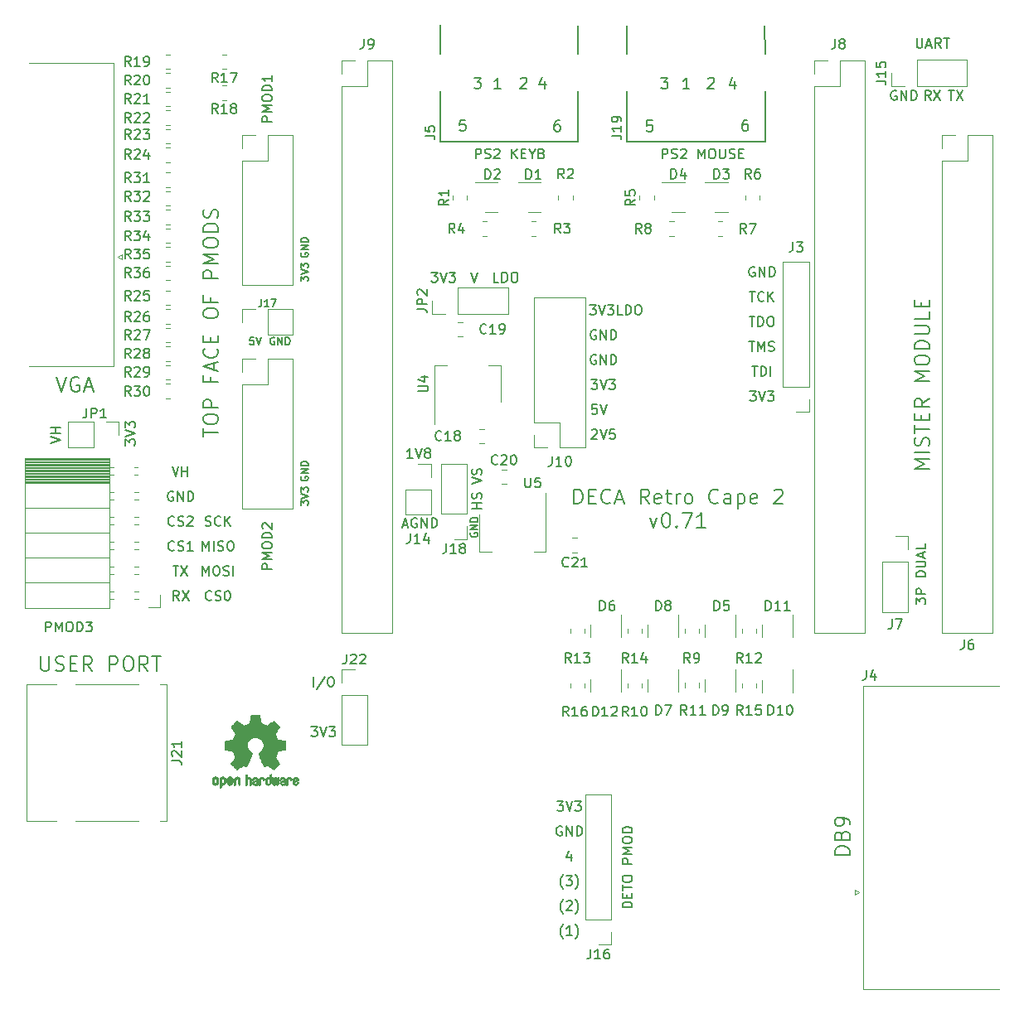
<source format=gbr>
%TF.GenerationSoftware,KiCad,Pcbnew,6.0.0-d3dd2cf0fa~116~ubuntu20.04.1*%
%TF.CreationDate,2022-03-13T21:12:49+01:00*%
%TF.ProjectId,arrow_deca_retro_cape,6172726f-775f-4646-9563-615f72657472,0.71*%
%TF.SameCoordinates,Original*%
%TF.FileFunction,Legend,Top*%
%TF.FilePolarity,Positive*%
%FSLAX46Y46*%
G04 Gerber Fmt 4.6, Leading zero omitted, Abs format (unit mm)*
G04 Created by KiCad (PCBNEW 6.0.0-d3dd2cf0fa~116~ubuntu20.04.1) date 2022-03-13 21:12:49*
%MOMM*%
%LPD*%
G01*
G04 APERTURE LIST*
%ADD10C,0.150000*%
%ADD11C,0.152400*%
%ADD12C,0.120000*%
%ADD13C,0.203200*%
%ADD14C,0.010000*%
G04 APERTURE END LIST*
D10*
X111349285Y-66868571D02*
X111349285Y-66404285D01*
X111635000Y-66654285D01*
X111635000Y-66547142D01*
X111670714Y-66475714D01*
X111706428Y-66440000D01*
X111777857Y-66404285D01*
X111956428Y-66404285D01*
X112027857Y-66440000D01*
X112063571Y-66475714D01*
X112099285Y-66547142D01*
X112099285Y-66761428D01*
X112063571Y-66832857D01*
X112027857Y-66868571D01*
X111349285Y-66190000D02*
X112099285Y-65940000D01*
X111349285Y-65690000D01*
X111349285Y-65511428D02*
X111349285Y-65047142D01*
X111635000Y-65297142D01*
X111635000Y-65190000D01*
X111670714Y-65118571D01*
X111706428Y-65082857D01*
X111777857Y-65047142D01*
X111956428Y-65047142D01*
X112027857Y-65082857D01*
X112063571Y-65118571D01*
X112099285Y-65190000D01*
X112099285Y-65404285D01*
X112063571Y-65475714D01*
X112027857Y-65511428D01*
X85812380Y-83407142D02*
X86812380Y-83073809D01*
X85812380Y-82740476D01*
X86812380Y-82407142D02*
X85812380Y-82407142D01*
X86288571Y-82407142D02*
X86288571Y-81835714D01*
X86812380Y-81835714D02*
X85812380Y-81835714D01*
X129189140Y-54352380D02*
X129189140Y-53352380D01*
X129570092Y-53352380D01*
X129665331Y-53400000D01*
X129712950Y-53447619D01*
X129760569Y-53542857D01*
X129760569Y-53685714D01*
X129712950Y-53780952D01*
X129665331Y-53828571D01*
X129570092Y-53876190D01*
X129189140Y-53876190D01*
X130141521Y-54304761D02*
X130284378Y-54352380D01*
X130522473Y-54352380D01*
X130617711Y-54304761D01*
X130665331Y-54257142D01*
X130712950Y-54161904D01*
X130712950Y-54066666D01*
X130665331Y-53971428D01*
X130617711Y-53923809D01*
X130522473Y-53876190D01*
X130331997Y-53828571D01*
X130236759Y-53780952D01*
X130189140Y-53733333D01*
X130141521Y-53638095D01*
X130141521Y-53542857D01*
X130189140Y-53447619D01*
X130236759Y-53400000D01*
X130331997Y-53352380D01*
X130570092Y-53352380D01*
X130712950Y-53400000D01*
X131093902Y-53447619D02*
X131141521Y-53400000D01*
X131236759Y-53352380D01*
X131474854Y-53352380D01*
X131570092Y-53400000D01*
X131617711Y-53447619D01*
X131665331Y-53542857D01*
X131665331Y-53638095D01*
X131617711Y-53780952D01*
X131046283Y-54352380D01*
X131665331Y-54352380D01*
X132855807Y-54352380D02*
X132855807Y-53352380D01*
X133427235Y-54352380D02*
X132998664Y-53780952D01*
X133427235Y-53352380D02*
X132855807Y-53923809D01*
X133855807Y-53828571D02*
X134189140Y-53828571D01*
X134331997Y-54352380D02*
X133855807Y-54352380D01*
X133855807Y-53352380D01*
X134331997Y-53352380D01*
X134951045Y-53876190D02*
X134951045Y-54352380D01*
X134617711Y-53352380D02*
X134951045Y-53876190D01*
X135284378Y-53352380D01*
X135951045Y-53828571D02*
X136093902Y-53876190D01*
X136141521Y-53923809D01*
X136189140Y-54019047D01*
X136189140Y-54161904D01*
X136141521Y-54257142D01*
X136093902Y-54304761D01*
X135998664Y-54352380D01*
X135617711Y-54352380D01*
X135617711Y-53352380D01*
X135951045Y-53352380D01*
X136046283Y-53400000D01*
X136093902Y-53447619D01*
X136141521Y-53542857D01*
X136141521Y-53638095D01*
X136093902Y-53733333D01*
X136046283Y-53780952D01*
X135951045Y-53828571D01*
X135617711Y-53828571D01*
X141478095Y-74430000D02*
X141382857Y-74382380D01*
X141240000Y-74382380D01*
X141097142Y-74430000D01*
X141001904Y-74525238D01*
X140954285Y-74620476D01*
X140906666Y-74810952D01*
X140906666Y-74953809D01*
X140954285Y-75144285D01*
X141001904Y-75239523D01*
X141097142Y-75334761D01*
X141240000Y-75382380D01*
X141335238Y-75382380D01*
X141478095Y-75334761D01*
X141525714Y-75287142D01*
X141525714Y-74953809D01*
X141335238Y-74953809D01*
X141954285Y-75382380D02*
X141954285Y-74382380D01*
X142525714Y-75382380D01*
X142525714Y-74382380D01*
X143001904Y-75382380D02*
X143001904Y-74382380D01*
X143240000Y-74382380D01*
X143382857Y-74430000D01*
X143478095Y-74525238D01*
X143525714Y-74620476D01*
X143573333Y-74810952D01*
X143573333Y-74953809D01*
X143525714Y-75144285D01*
X143478095Y-75239523D01*
X143382857Y-75334761D01*
X143240000Y-75382380D01*
X143001904Y-75382380D01*
X101298571Y-96972380D02*
X101298571Y-95972380D01*
X101631904Y-96686666D01*
X101965238Y-95972380D01*
X101965238Y-96972380D01*
X102631904Y-95972380D02*
X102822380Y-95972380D01*
X102917619Y-96020000D01*
X103012857Y-96115238D01*
X103060476Y-96305714D01*
X103060476Y-96639047D01*
X103012857Y-96829523D01*
X102917619Y-96924761D01*
X102822380Y-96972380D01*
X102631904Y-96972380D01*
X102536666Y-96924761D01*
X102441428Y-96829523D01*
X102393809Y-96639047D01*
X102393809Y-96305714D01*
X102441428Y-96115238D01*
X102536666Y-96020000D01*
X102631904Y-95972380D01*
X103441428Y-96924761D02*
X103584285Y-96972380D01*
X103822380Y-96972380D01*
X103917619Y-96924761D01*
X103965238Y-96877142D01*
X104012857Y-96781904D01*
X104012857Y-96686666D01*
X103965238Y-96591428D01*
X103917619Y-96543809D01*
X103822380Y-96496190D01*
X103631904Y-96448571D01*
X103536666Y-96400952D01*
X103489047Y-96353333D01*
X103441428Y-96258095D01*
X103441428Y-96162857D01*
X103489047Y-96067619D01*
X103536666Y-96020000D01*
X103631904Y-95972380D01*
X103870000Y-95972380D01*
X104012857Y-96020000D01*
X104441428Y-96972380D02*
X104441428Y-95972380D01*
X102227142Y-99417142D02*
X102179523Y-99464761D01*
X102036666Y-99512380D01*
X101941428Y-99512380D01*
X101798571Y-99464761D01*
X101703333Y-99369523D01*
X101655714Y-99274285D01*
X101608095Y-99083809D01*
X101608095Y-98940952D01*
X101655714Y-98750476D01*
X101703333Y-98655238D01*
X101798571Y-98560000D01*
X101941428Y-98512380D01*
X102036666Y-98512380D01*
X102179523Y-98560000D01*
X102227142Y-98607619D01*
X102608095Y-99464761D02*
X102750952Y-99512380D01*
X102989047Y-99512380D01*
X103084285Y-99464761D01*
X103131904Y-99417142D01*
X103179523Y-99321904D01*
X103179523Y-99226666D01*
X103131904Y-99131428D01*
X103084285Y-99083809D01*
X102989047Y-99036190D01*
X102798571Y-98988571D01*
X102703333Y-98940952D01*
X102655714Y-98893333D01*
X102608095Y-98798095D01*
X102608095Y-98702857D01*
X102655714Y-98607619D01*
X102703333Y-98560000D01*
X102798571Y-98512380D01*
X103036666Y-98512380D01*
X103179523Y-98560000D01*
X103798571Y-98512380D02*
X103893809Y-98512380D01*
X103989047Y-98560000D01*
X104036666Y-98607619D01*
X104084285Y-98702857D01*
X104131904Y-98893333D01*
X104131904Y-99131428D01*
X104084285Y-99321904D01*
X104036666Y-99417142D01*
X103989047Y-99464761D01*
X103893809Y-99512380D01*
X103798571Y-99512380D01*
X103703333Y-99464761D01*
X103655714Y-99417142D01*
X103608095Y-99321904D01*
X103560476Y-99131428D01*
X103560476Y-98893333D01*
X103608095Y-98702857D01*
X103655714Y-98607619D01*
X103703333Y-98560000D01*
X103798571Y-98512380D01*
X128755182Y-65976180D02*
X129088516Y-66976180D01*
X129421849Y-65976180D01*
X108402380Y-50593333D02*
X107402380Y-50593333D01*
X107402380Y-50212380D01*
X107450000Y-50117142D01*
X107497619Y-50069523D01*
X107592857Y-50021904D01*
X107735714Y-50021904D01*
X107830952Y-50069523D01*
X107878571Y-50117142D01*
X107926190Y-50212380D01*
X107926190Y-50593333D01*
X108402380Y-49593333D02*
X107402380Y-49593333D01*
X108116666Y-49260000D01*
X107402380Y-48926666D01*
X108402380Y-48926666D01*
X107402380Y-48260000D02*
X107402380Y-48069523D01*
X107450000Y-47974285D01*
X107545238Y-47879047D01*
X107735714Y-47831428D01*
X108069047Y-47831428D01*
X108259523Y-47879047D01*
X108354761Y-47974285D01*
X108402380Y-48069523D01*
X108402380Y-48260000D01*
X108354761Y-48355238D01*
X108259523Y-48450476D01*
X108069047Y-48498095D01*
X107735714Y-48498095D01*
X107545238Y-48450476D01*
X107450000Y-48355238D01*
X107402380Y-48260000D01*
X108402380Y-47402857D02*
X107402380Y-47402857D01*
X107402380Y-47164761D01*
X107450000Y-47021904D01*
X107545238Y-46926666D01*
X107640476Y-46879047D01*
X107830952Y-46831428D01*
X107973809Y-46831428D01*
X108164285Y-46879047D01*
X108259523Y-46926666D01*
X108354761Y-47021904D01*
X108402380Y-47164761D01*
X108402380Y-47402857D01*
X108402380Y-45879047D02*
X108402380Y-46450476D01*
X108402380Y-46164761D02*
X107402380Y-46164761D01*
X107545238Y-46260000D01*
X107640476Y-46355238D01*
X107688095Y-46450476D01*
X140843333Y-69302380D02*
X141462380Y-69302380D01*
X141129047Y-69683333D01*
X141271904Y-69683333D01*
X141367142Y-69730952D01*
X141414761Y-69778571D01*
X141462380Y-69873809D01*
X141462380Y-70111904D01*
X141414761Y-70207142D01*
X141367142Y-70254761D01*
X141271904Y-70302380D01*
X140986190Y-70302380D01*
X140890952Y-70254761D01*
X140843333Y-70207142D01*
X141748095Y-69302380D02*
X142081428Y-70302380D01*
X142414761Y-69302380D01*
X142652857Y-69302380D02*
X143271904Y-69302380D01*
X142938571Y-69683333D01*
X143081428Y-69683333D01*
X143176666Y-69730952D01*
X143224285Y-69778571D01*
X143271904Y-69873809D01*
X143271904Y-70111904D01*
X143224285Y-70207142D01*
X143176666Y-70254761D01*
X143081428Y-70302380D01*
X142795714Y-70302380D01*
X142700476Y-70254761D01*
X142652857Y-70207142D01*
X144176666Y-70302380D02*
X143700476Y-70302380D01*
X143700476Y-69302380D01*
X144510000Y-70302380D02*
X144510000Y-69302380D01*
X144748095Y-69302380D01*
X144890952Y-69350000D01*
X144986190Y-69445238D01*
X145033809Y-69540476D01*
X145081428Y-69730952D01*
X145081428Y-69873809D01*
X145033809Y-70064285D01*
X144986190Y-70159523D01*
X144890952Y-70254761D01*
X144748095Y-70302380D01*
X144510000Y-70302380D01*
X145700476Y-69302380D02*
X145890952Y-69302380D01*
X145986190Y-69350000D01*
X146081428Y-69445238D01*
X146129047Y-69635714D01*
X146129047Y-69969047D01*
X146081428Y-70159523D01*
X145986190Y-70254761D01*
X145890952Y-70302380D01*
X145700476Y-70302380D01*
X145605238Y-70254761D01*
X145510000Y-70159523D01*
X145462380Y-69969047D01*
X145462380Y-69635714D01*
X145510000Y-69445238D01*
X145605238Y-69350000D01*
X145700476Y-69302380D01*
X148242473Y-54352380D02*
X148242473Y-53352380D01*
X148623426Y-53352380D01*
X148718664Y-53400000D01*
X148766283Y-53447619D01*
X148813902Y-53542857D01*
X148813902Y-53685714D01*
X148766283Y-53780952D01*
X148718664Y-53828571D01*
X148623426Y-53876190D01*
X148242473Y-53876190D01*
X149194854Y-54304761D02*
X149337711Y-54352380D01*
X149575807Y-54352380D01*
X149671045Y-54304761D01*
X149718664Y-54257142D01*
X149766283Y-54161904D01*
X149766283Y-54066666D01*
X149718664Y-53971428D01*
X149671045Y-53923809D01*
X149575807Y-53876190D01*
X149385331Y-53828571D01*
X149290092Y-53780952D01*
X149242473Y-53733333D01*
X149194854Y-53638095D01*
X149194854Y-53542857D01*
X149242473Y-53447619D01*
X149290092Y-53400000D01*
X149385331Y-53352380D01*
X149623426Y-53352380D01*
X149766283Y-53400000D01*
X150147235Y-53447619D02*
X150194854Y-53400000D01*
X150290092Y-53352380D01*
X150528188Y-53352380D01*
X150623426Y-53400000D01*
X150671045Y-53447619D01*
X150718664Y-53542857D01*
X150718664Y-53638095D01*
X150671045Y-53780952D01*
X150099616Y-54352380D01*
X150718664Y-54352380D01*
X151909140Y-54352380D02*
X151909140Y-53352380D01*
X152242473Y-54066666D01*
X152575807Y-53352380D01*
X152575807Y-54352380D01*
X153242473Y-53352380D02*
X153432950Y-53352380D01*
X153528188Y-53400000D01*
X153623426Y-53495238D01*
X153671045Y-53685714D01*
X153671045Y-54019047D01*
X153623426Y-54209523D01*
X153528188Y-54304761D01*
X153432950Y-54352380D01*
X153242473Y-54352380D01*
X153147235Y-54304761D01*
X153051997Y-54209523D01*
X153004378Y-54019047D01*
X153004378Y-53685714D01*
X153051997Y-53495238D01*
X153147235Y-53400000D01*
X153242473Y-53352380D01*
X154099616Y-53352380D02*
X154099616Y-54161904D01*
X154147235Y-54257142D01*
X154194854Y-54304761D01*
X154290092Y-54352380D01*
X154480569Y-54352380D01*
X154575807Y-54304761D01*
X154623426Y-54257142D01*
X154671045Y-54161904D01*
X154671045Y-53352380D01*
X155099616Y-54304761D02*
X155242473Y-54352380D01*
X155480569Y-54352380D01*
X155575807Y-54304761D01*
X155623426Y-54257142D01*
X155671045Y-54161904D01*
X155671045Y-54066666D01*
X155623426Y-53971428D01*
X155575807Y-53923809D01*
X155480569Y-53876190D01*
X155290092Y-53828571D01*
X155194854Y-53780952D01*
X155147235Y-53733333D01*
X155099616Y-53638095D01*
X155099616Y-53542857D01*
X155147235Y-53447619D01*
X155194854Y-53400000D01*
X155290092Y-53352380D01*
X155528188Y-53352380D01*
X155671045Y-53400000D01*
X156099616Y-53828571D02*
X156432950Y-53828571D01*
X156575807Y-54352380D02*
X156099616Y-54352380D01*
X156099616Y-53352380D01*
X156575807Y-53352380D01*
X174242277Y-42049380D02*
X174242277Y-42858904D01*
X174289896Y-42954142D01*
X174337516Y-43001761D01*
X174432754Y-43049380D01*
X174623230Y-43049380D01*
X174718468Y-43001761D01*
X174766087Y-42954142D01*
X174813706Y-42858904D01*
X174813706Y-42049380D01*
X175242277Y-42763666D02*
X175718468Y-42763666D01*
X175147039Y-43049380D02*
X175480373Y-42049380D01*
X175813706Y-43049380D01*
X176718468Y-43049380D02*
X176385135Y-42573190D01*
X176147039Y-43049380D02*
X176147039Y-42049380D01*
X176527992Y-42049380D01*
X176623230Y-42097000D01*
X176670849Y-42144619D01*
X176718468Y-42239857D01*
X176718468Y-42382714D01*
X176670849Y-42477952D01*
X176623230Y-42525571D01*
X176527992Y-42573190D01*
X176147039Y-42573190D01*
X177004182Y-42049380D02*
X177575611Y-42049380D01*
X177289896Y-43049380D02*
X177289896Y-42049380D01*
X98298095Y-95972380D02*
X98869523Y-95972380D01*
X98583809Y-96972380D02*
X98583809Y-95972380D01*
X99107619Y-95972380D02*
X99774285Y-96972380D01*
X99774285Y-95972380D02*
X99107619Y-96972380D01*
X108648571Y-72650000D02*
X108577142Y-72614285D01*
X108470000Y-72614285D01*
X108362857Y-72650000D01*
X108291428Y-72721428D01*
X108255714Y-72792857D01*
X108220000Y-72935714D01*
X108220000Y-73042857D01*
X108255714Y-73185714D01*
X108291428Y-73257142D01*
X108362857Y-73328571D01*
X108470000Y-73364285D01*
X108541428Y-73364285D01*
X108648571Y-73328571D01*
X108684285Y-73292857D01*
X108684285Y-73042857D01*
X108541428Y-73042857D01*
X109005714Y-73364285D02*
X109005714Y-72614285D01*
X109434285Y-73364285D01*
X109434285Y-72614285D01*
X109791428Y-73364285D02*
X109791428Y-72614285D01*
X109970000Y-72614285D01*
X110077142Y-72650000D01*
X110148571Y-72721428D01*
X110184285Y-72792857D01*
X110220000Y-72935714D01*
X110220000Y-73042857D01*
X110184285Y-73185714D01*
X110148571Y-73257142D01*
X110077142Y-73328571D01*
X109970000Y-73364285D01*
X109791428Y-73364285D01*
X139252857Y-89641071D02*
X139252857Y-88141071D01*
X139610000Y-88141071D01*
X139824285Y-88212500D01*
X139967142Y-88355357D01*
X140038571Y-88498214D01*
X140110000Y-88783928D01*
X140110000Y-88998214D01*
X140038571Y-89283928D01*
X139967142Y-89426785D01*
X139824285Y-89569642D01*
X139610000Y-89641071D01*
X139252857Y-89641071D01*
X140752857Y-88855357D02*
X141252857Y-88855357D01*
X141467142Y-89641071D02*
X140752857Y-89641071D01*
X140752857Y-88141071D01*
X141467142Y-88141071D01*
X142967142Y-89498214D02*
X142895714Y-89569642D01*
X142681428Y-89641071D01*
X142538571Y-89641071D01*
X142324285Y-89569642D01*
X142181428Y-89426785D01*
X142110000Y-89283928D01*
X142038571Y-88998214D01*
X142038571Y-88783928D01*
X142110000Y-88498214D01*
X142181428Y-88355357D01*
X142324285Y-88212500D01*
X142538571Y-88141071D01*
X142681428Y-88141071D01*
X142895714Y-88212500D01*
X142967142Y-88283928D01*
X143538571Y-89212500D02*
X144252857Y-89212500D01*
X143395714Y-89641071D02*
X143895714Y-88141071D01*
X144395714Y-89641071D01*
X146895714Y-89641071D02*
X146395714Y-88926785D01*
X146038571Y-89641071D02*
X146038571Y-88141071D01*
X146610000Y-88141071D01*
X146752857Y-88212500D01*
X146824285Y-88283928D01*
X146895714Y-88426785D01*
X146895714Y-88641071D01*
X146824285Y-88783928D01*
X146752857Y-88855357D01*
X146610000Y-88926785D01*
X146038571Y-88926785D01*
X148110000Y-89569642D02*
X147967142Y-89641071D01*
X147681428Y-89641071D01*
X147538571Y-89569642D01*
X147467142Y-89426785D01*
X147467142Y-88855357D01*
X147538571Y-88712500D01*
X147681428Y-88641071D01*
X147967142Y-88641071D01*
X148110000Y-88712500D01*
X148181428Y-88855357D01*
X148181428Y-88998214D01*
X147467142Y-89141071D01*
X148610000Y-88641071D02*
X149181428Y-88641071D01*
X148824285Y-88141071D02*
X148824285Y-89426785D01*
X148895714Y-89569642D01*
X149038571Y-89641071D01*
X149181428Y-89641071D01*
X149681428Y-89641071D02*
X149681428Y-88641071D01*
X149681428Y-88926785D02*
X149752857Y-88783928D01*
X149824285Y-88712500D01*
X149967142Y-88641071D01*
X150110000Y-88641071D01*
X150824285Y-89641071D02*
X150681428Y-89569642D01*
X150610000Y-89498214D01*
X150538571Y-89355357D01*
X150538571Y-88926785D01*
X150610000Y-88783928D01*
X150681428Y-88712500D01*
X150824285Y-88641071D01*
X151038571Y-88641071D01*
X151181428Y-88712500D01*
X151252857Y-88783928D01*
X151324285Y-88926785D01*
X151324285Y-89355357D01*
X151252857Y-89498214D01*
X151181428Y-89569642D01*
X151038571Y-89641071D01*
X150824285Y-89641071D01*
X153967142Y-89498214D02*
X153895714Y-89569642D01*
X153681428Y-89641071D01*
X153538571Y-89641071D01*
X153324285Y-89569642D01*
X153181428Y-89426785D01*
X153110000Y-89283928D01*
X153038571Y-88998214D01*
X153038571Y-88783928D01*
X153110000Y-88498214D01*
X153181428Y-88355357D01*
X153324285Y-88212500D01*
X153538571Y-88141071D01*
X153681428Y-88141071D01*
X153895714Y-88212500D01*
X153967142Y-88283928D01*
X155252857Y-89641071D02*
X155252857Y-88855357D01*
X155181428Y-88712500D01*
X155038571Y-88641071D01*
X154752857Y-88641071D01*
X154610000Y-88712500D01*
X155252857Y-89569642D02*
X155110000Y-89641071D01*
X154752857Y-89641071D01*
X154610000Y-89569642D01*
X154538571Y-89426785D01*
X154538571Y-89283928D01*
X154610000Y-89141071D01*
X154752857Y-89069642D01*
X155110000Y-89069642D01*
X155252857Y-88998214D01*
X155967142Y-88641071D02*
X155967142Y-90141071D01*
X155967142Y-88712500D02*
X156110000Y-88641071D01*
X156395714Y-88641071D01*
X156538571Y-88712500D01*
X156610000Y-88783928D01*
X156681428Y-88926785D01*
X156681428Y-89355357D01*
X156610000Y-89498214D01*
X156538571Y-89569642D01*
X156395714Y-89641071D01*
X156110000Y-89641071D01*
X155967142Y-89569642D01*
X157895714Y-89569642D02*
X157752857Y-89641071D01*
X157467142Y-89641071D01*
X157324285Y-89569642D01*
X157252857Y-89426785D01*
X157252857Y-88855357D01*
X157324285Y-88712500D01*
X157467142Y-88641071D01*
X157752857Y-88641071D01*
X157895714Y-88712500D01*
X157967142Y-88855357D01*
X157967142Y-88998214D01*
X157252857Y-89141071D01*
X159681428Y-88283928D02*
X159752857Y-88212500D01*
X159895714Y-88141071D01*
X160252857Y-88141071D01*
X160395714Y-88212500D01*
X160467142Y-88283928D01*
X160538571Y-88426785D01*
X160538571Y-88569642D01*
X160467142Y-88783928D01*
X159610000Y-89641071D01*
X160538571Y-89641071D01*
X147002857Y-91056071D02*
X147360000Y-92056071D01*
X147717142Y-91056071D01*
X148574285Y-90556071D02*
X148717142Y-90556071D01*
X148860000Y-90627500D01*
X148931428Y-90698928D01*
X149002857Y-90841785D01*
X149074285Y-91127500D01*
X149074285Y-91484642D01*
X149002857Y-91770357D01*
X148931428Y-91913214D01*
X148860000Y-91984642D01*
X148717142Y-92056071D01*
X148574285Y-92056071D01*
X148431428Y-91984642D01*
X148360000Y-91913214D01*
X148288571Y-91770357D01*
X148217142Y-91484642D01*
X148217142Y-91127500D01*
X148288571Y-90841785D01*
X148360000Y-90698928D01*
X148431428Y-90627500D01*
X148574285Y-90556071D01*
X149717142Y-91913214D02*
X149788571Y-91984642D01*
X149717142Y-92056071D01*
X149645714Y-91984642D01*
X149717142Y-91913214D01*
X149717142Y-92056071D01*
X150288571Y-90556071D02*
X151288571Y-90556071D01*
X150645714Y-92056071D01*
X152645714Y-92056071D02*
X151788571Y-92056071D01*
X152217142Y-92056071D02*
X152217142Y-90556071D01*
X152074285Y-90770357D01*
X151931428Y-90913214D01*
X151788571Y-90984642D01*
X175670849Y-48383380D02*
X175337516Y-47907190D01*
X175099420Y-48383380D02*
X175099420Y-47383380D01*
X175480373Y-47383380D01*
X175575611Y-47431000D01*
X175623230Y-47478619D01*
X175670849Y-47573857D01*
X175670849Y-47716714D01*
X175623230Y-47811952D01*
X175575611Y-47859571D01*
X175480373Y-47907190D01*
X175099420Y-47907190D01*
X176004182Y-47383380D02*
X176670849Y-48383380D01*
X176670849Y-47383380D02*
X176004182Y-48383380D01*
X98417142Y-91797142D02*
X98369523Y-91844761D01*
X98226666Y-91892380D01*
X98131428Y-91892380D01*
X97988571Y-91844761D01*
X97893333Y-91749523D01*
X97845714Y-91654285D01*
X97798095Y-91463809D01*
X97798095Y-91320952D01*
X97845714Y-91130476D01*
X97893333Y-91035238D01*
X97988571Y-90940000D01*
X98131428Y-90892380D01*
X98226666Y-90892380D01*
X98369523Y-90940000D01*
X98417142Y-90987619D01*
X98798095Y-91844761D02*
X98940952Y-91892380D01*
X99179047Y-91892380D01*
X99274285Y-91844761D01*
X99321904Y-91797142D01*
X99369523Y-91701904D01*
X99369523Y-91606666D01*
X99321904Y-91511428D01*
X99274285Y-91463809D01*
X99179047Y-91416190D01*
X98988571Y-91368571D01*
X98893333Y-91320952D01*
X98845714Y-91273333D01*
X98798095Y-91178095D01*
X98798095Y-91082857D01*
X98845714Y-90987619D01*
X98893333Y-90940000D01*
X98988571Y-90892380D01*
X99226666Y-90892380D01*
X99369523Y-90940000D01*
X99750476Y-90987619D02*
X99798095Y-90940000D01*
X99893333Y-90892380D01*
X100131428Y-90892380D01*
X100226666Y-90940000D01*
X100274285Y-90987619D01*
X100321904Y-91082857D01*
X100321904Y-91178095D01*
X100274285Y-91320952D01*
X99702857Y-91892380D01*
X100321904Y-91892380D01*
X98202857Y-85812380D02*
X98536190Y-86812380D01*
X98869523Y-85812380D01*
X99202857Y-86812380D02*
X99202857Y-85812380D01*
X99202857Y-86288571D02*
X99774285Y-86288571D01*
X99774285Y-86812380D02*
X99774285Y-85812380D01*
X138134468Y-134108333D02*
X138086849Y-134060714D01*
X137991611Y-133917857D01*
X137943992Y-133822619D01*
X137896373Y-133679761D01*
X137848754Y-133441666D01*
X137848754Y-133251190D01*
X137896373Y-133013095D01*
X137943992Y-132870238D01*
X137991611Y-132775000D01*
X138086849Y-132632142D01*
X138134468Y-132584523D01*
X139039230Y-133727380D02*
X138467801Y-133727380D01*
X138753516Y-133727380D02*
X138753516Y-132727380D01*
X138658277Y-132870238D01*
X138563039Y-132965476D01*
X138467801Y-133013095D01*
X139372563Y-134108333D02*
X139420182Y-134060714D01*
X139515420Y-133917857D01*
X139563039Y-133822619D01*
X139610658Y-133679761D01*
X139658277Y-133441666D01*
X139658277Y-133251190D01*
X139610658Y-133013095D01*
X139563039Y-132870238D01*
X139515420Y-132775000D01*
X139420182Y-132632142D01*
X139372563Y-132584523D01*
X108402380Y-96313333D02*
X107402380Y-96313333D01*
X107402380Y-95932380D01*
X107450000Y-95837142D01*
X107497619Y-95789523D01*
X107592857Y-95741904D01*
X107735714Y-95741904D01*
X107830952Y-95789523D01*
X107878571Y-95837142D01*
X107926190Y-95932380D01*
X107926190Y-96313333D01*
X108402380Y-95313333D02*
X107402380Y-95313333D01*
X108116666Y-94980000D01*
X107402380Y-94646666D01*
X108402380Y-94646666D01*
X107402380Y-93980000D02*
X107402380Y-93789523D01*
X107450000Y-93694285D01*
X107545238Y-93599047D01*
X107735714Y-93551428D01*
X108069047Y-93551428D01*
X108259523Y-93599047D01*
X108354761Y-93694285D01*
X108402380Y-93789523D01*
X108402380Y-93980000D01*
X108354761Y-94075238D01*
X108259523Y-94170476D01*
X108069047Y-94218095D01*
X107735714Y-94218095D01*
X107545238Y-94170476D01*
X107450000Y-94075238D01*
X107402380Y-93980000D01*
X108402380Y-93122857D02*
X107402380Y-93122857D01*
X107402380Y-92884761D01*
X107450000Y-92741904D01*
X107545238Y-92646666D01*
X107640476Y-92599047D01*
X107830952Y-92551428D01*
X107973809Y-92551428D01*
X108164285Y-92599047D01*
X108259523Y-92646666D01*
X108354761Y-92741904D01*
X108402380Y-92884761D01*
X108402380Y-93122857D01*
X107497619Y-92170476D02*
X107450000Y-92122857D01*
X107402380Y-92027619D01*
X107402380Y-91789523D01*
X107450000Y-91694285D01*
X107497619Y-91646666D01*
X107592857Y-91599047D01*
X107688095Y-91599047D01*
X107830952Y-91646666D01*
X108402380Y-92218095D01*
X108402380Y-91599047D01*
X101413571Y-82747771D02*
X101413571Y-81890628D01*
X102913571Y-82319200D02*
X101413571Y-82319200D01*
X101413571Y-81104914D02*
X101413571Y-80819200D01*
X101485000Y-80676342D01*
X101627857Y-80533485D01*
X101913571Y-80462057D01*
X102413571Y-80462057D01*
X102699285Y-80533485D01*
X102842142Y-80676342D01*
X102913571Y-80819200D01*
X102913571Y-81104914D01*
X102842142Y-81247771D01*
X102699285Y-81390628D01*
X102413571Y-81462057D01*
X101913571Y-81462057D01*
X101627857Y-81390628D01*
X101485000Y-81247771D01*
X101413571Y-81104914D01*
X102913571Y-79819200D02*
X101413571Y-79819200D01*
X101413571Y-79247771D01*
X101485000Y-79104914D01*
X101556428Y-79033485D01*
X101699285Y-78962057D01*
X101913571Y-78962057D01*
X102056428Y-79033485D01*
X102127857Y-79104914D01*
X102199285Y-79247771D01*
X102199285Y-79819200D01*
X102127857Y-76676342D02*
X102127857Y-77176342D01*
X102913571Y-77176342D02*
X101413571Y-77176342D01*
X101413571Y-76462057D01*
X102485000Y-75962057D02*
X102485000Y-75247771D01*
X102913571Y-76104914D02*
X101413571Y-75604914D01*
X102913571Y-75104914D01*
X102770714Y-73747771D02*
X102842142Y-73819200D01*
X102913571Y-74033485D01*
X102913571Y-74176342D01*
X102842142Y-74390628D01*
X102699285Y-74533485D01*
X102556428Y-74604914D01*
X102270714Y-74676342D01*
X102056428Y-74676342D01*
X101770714Y-74604914D01*
X101627857Y-74533485D01*
X101485000Y-74390628D01*
X101413571Y-74176342D01*
X101413571Y-74033485D01*
X101485000Y-73819200D01*
X101556428Y-73747771D01*
X102127857Y-73104914D02*
X102127857Y-72604914D01*
X102913571Y-72390628D02*
X102913571Y-73104914D01*
X101413571Y-73104914D01*
X101413571Y-72390628D01*
X101413571Y-70319200D02*
X101413571Y-70033485D01*
X101485000Y-69890628D01*
X101627857Y-69747771D01*
X101913571Y-69676342D01*
X102413571Y-69676342D01*
X102699285Y-69747771D01*
X102842142Y-69890628D01*
X102913571Y-70033485D01*
X102913571Y-70319200D01*
X102842142Y-70462057D01*
X102699285Y-70604914D01*
X102413571Y-70676342D01*
X101913571Y-70676342D01*
X101627857Y-70604914D01*
X101485000Y-70462057D01*
X101413571Y-70319200D01*
X102127857Y-68533485D02*
X102127857Y-69033485D01*
X102913571Y-69033485D02*
X101413571Y-69033485D01*
X101413571Y-68319200D01*
X102913571Y-66604914D02*
X101413571Y-66604914D01*
X101413571Y-66033485D01*
X101485000Y-65890628D01*
X101556428Y-65819200D01*
X101699285Y-65747771D01*
X101913571Y-65747771D01*
X102056428Y-65819200D01*
X102127857Y-65890628D01*
X102199285Y-66033485D01*
X102199285Y-66604914D01*
X102913571Y-65104914D02*
X101413571Y-65104914D01*
X102485000Y-64604914D01*
X101413571Y-64104914D01*
X102913571Y-64104914D01*
X101413571Y-63104914D02*
X101413571Y-62819200D01*
X101485000Y-62676342D01*
X101627857Y-62533485D01*
X101913571Y-62462057D01*
X102413571Y-62462057D01*
X102699285Y-62533485D01*
X102842142Y-62676342D01*
X102913571Y-62819200D01*
X102913571Y-63104914D01*
X102842142Y-63247771D01*
X102699285Y-63390628D01*
X102413571Y-63462057D01*
X101913571Y-63462057D01*
X101627857Y-63390628D01*
X101485000Y-63247771D01*
X101413571Y-63104914D01*
X102913571Y-61819200D02*
X101413571Y-61819200D01*
X101413571Y-61462057D01*
X101485000Y-61247771D01*
X101627857Y-61104914D01*
X101770714Y-61033485D01*
X102056428Y-60962057D01*
X102270714Y-60962057D01*
X102556428Y-61033485D01*
X102699285Y-61104914D01*
X102842142Y-61247771D01*
X102913571Y-61462057D01*
X102913571Y-61819200D01*
X102842142Y-60390628D02*
X102913571Y-60176342D01*
X102913571Y-59819200D01*
X102842142Y-59676342D01*
X102770714Y-59604914D01*
X102627857Y-59533485D01*
X102485000Y-59533485D01*
X102342142Y-59604914D01*
X102270714Y-59676342D01*
X102199285Y-59819200D01*
X102127857Y-60104914D01*
X102056428Y-60247771D01*
X101985000Y-60319200D01*
X101842142Y-60390628D01*
X101699285Y-60390628D01*
X101556428Y-60319200D01*
X101485000Y-60247771D01*
X101413571Y-60104914D01*
X101413571Y-59747771D01*
X101485000Y-59533485D01*
X157414706Y-75577380D02*
X157986135Y-75577380D01*
X157700420Y-76577380D02*
X157700420Y-75577380D01*
X158319468Y-76577380D02*
X158319468Y-75577380D01*
X158557563Y-75577380D01*
X158700420Y-75625000D01*
X158795658Y-75720238D01*
X158843277Y-75815476D01*
X158890896Y-76005952D01*
X158890896Y-76148809D01*
X158843277Y-76339285D01*
X158795658Y-76434523D01*
X158700420Y-76529761D01*
X158557563Y-76577380D01*
X158319468Y-76577380D01*
X159319468Y-76577380D02*
X159319468Y-75577380D01*
X138134468Y-131568333D02*
X138086849Y-131520714D01*
X137991611Y-131377857D01*
X137943992Y-131282619D01*
X137896373Y-131139761D01*
X137848754Y-130901666D01*
X137848754Y-130711190D01*
X137896373Y-130473095D01*
X137943992Y-130330238D01*
X137991611Y-130235000D01*
X138086849Y-130092142D01*
X138134468Y-130044523D01*
X138467801Y-130282619D02*
X138515420Y-130235000D01*
X138610658Y-130187380D01*
X138848754Y-130187380D01*
X138943992Y-130235000D01*
X138991611Y-130282619D01*
X139039230Y-130377857D01*
X139039230Y-130473095D01*
X138991611Y-130615952D01*
X138420182Y-131187380D01*
X139039230Y-131187380D01*
X139372563Y-131568333D02*
X139420182Y-131520714D01*
X139515420Y-131377857D01*
X139563039Y-131282619D01*
X139610658Y-131139761D01*
X139658277Y-130901666D01*
X139658277Y-130711190D01*
X139610658Y-130473095D01*
X139563039Y-130330238D01*
X139515420Y-130235000D01*
X139420182Y-130092142D01*
X139372563Y-130044523D01*
X131549230Y-66976180D02*
X131073039Y-66976180D01*
X131073039Y-65976180D01*
X131882563Y-66976180D02*
X131882563Y-65976180D01*
X132120658Y-65976180D01*
X132263516Y-66023800D01*
X132358754Y-66119038D01*
X132406373Y-66214276D01*
X132453992Y-66404752D01*
X132453992Y-66547609D01*
X132406373Y-66738085D01*
X132358754Y-66833323D01*
X132263516Y-66928561D01*
X132120658Y-66976180D01*
X131882563Y-66976180D01*
X133073039Y-65976180D02*
X133263516Y-65976180D01*
X133358754Y-66023800D01*
X133453992Y-66119038D01*
X133501611Y-66309514D01*
X133501611Y-66642847D01*
X133453992Y-66833323D01*
X133358754Y-66928561D01*
X133263516Y-66976180D01*
X133073039Y-66976180D01*
X132977801Y-66928561D01*
X132882563Y-66833323D01*
X132834944Y-66642847D01*
X132834944Y-66309514D01*
X132882563Y-66119038D01*
X132977801Y-66023800D01*
X133073039Y-65976180D01*
X177488611Y-47383380D02*
X178060039Y-47383380D01*
X177774325Y-48383380D02*
X177774325Y-47383380D01*
X178298135Y-47383380D02*
X178964801Y-48383380D01*
X178964801Y-47383380D02*
X178298135Y-48383380D01*
X167372087Y-125480142D02*
X165872087Y-125480142D01*
X165872087Y-125123000D01*
X165943516Y-124908714D01*
X166086373Y-124765857D01*
X166229230Y-124694428D01*
X166514944Y-124623000D01*
X166729230Y-124623000D01*
X167014944Y-124694428D01*
X167157801Y-124765857D01*
X167300658Y-124908714D01*
X167372087Y-125123000D01*
X167372087Y-125480142D01*
X166586373Y-123480142D02*
X166657801Y-123265857D01*
X166729230Y-123194428D01*
X166872087Y-123123000D01*
X167086373Y-123123000D01*
X167229230Y-123194428D01*
X167300658Y-123265857D01*
X167372087Y-123408714D01*
X167372087Y-123980142D01*
X165872087Y-123980142D01*
X165872087Y-123480142D01*
X165943516Y-123337285D01*
X166014944Y-123265857D01*
X166157801Y-123194428D01*
X166300658Y-123194428D01*
X166443516Y-123265857D01*
X166514944Y-123337285D01*
X166586373Y-123480142D01*
X166586373Y-123980142D01*
X167372087Y-122408714D02*
X167372087Y-122123000D01*
X167300658Y-121980142D01*
X167229230Y-121908714D01*
X167014944Y-121765857D01*
X166729230Y-121694428D01*
X166157801Y-121694428D01*
X166014944Y-121765857D01*
X165943516Y-121837285D01*
X165872087Y-121980142D01*
X165872087Y-122265857D01*
X165943516Y-122408714D01*
X166014944Y-122480142D01*
X166157801Y-122551571D01*
X166514944Y-122551571D01*
X166657801Y-122480142D01*
X166729230Y-122408714D01*
X166800658Y-122265857D01*
X166800658Y-121980142D01*
X166729230Y-121837285D01*
X166657801Y-121765857D01*
X166514944Y-121694428D01*
X93432380Y-83661095D02*
X93432380Y-83042047D01*
X93813333Y-83375380D01*
X93813333Y-83232523D01*
X93860952Y-83137285D01*
X93908571Y-83089666D01*
X94003809Y-83042047D01*
X94241904Y-83042047D01*
X94337142Y-83089666D01*
X94384761Y-83137285D01*
X94432380Y-83232523D01*
X94432380Y-83518238D01*
X94384761Y-83613476D01*
X94337142Y-83661095D01*
X93432380Y-82756333D02*
X94432380Y-82423000D01*
X93432380Y-82089666D01*
X93432380Y-81851571D02*
X93432380Y-81232523D01*
X93813333Y-81565857D01*
X93813333Y-81423000D01*
X93860952Y-81327761D01*
X93908571Y-81280142D01*
X94003809Y-81232523D01*
X94241904Y-81232523D01*
X94337142Y-81280142D01*
X94384761Y-81327761D01*
X94432380Y-81423000D01*
X94432380Y-81708714D01*
X94384761Y-81803952D01*
X94337142Y-81851571D01*
X138943992Y-125440714D02*
X138943992Y-126107380D01*
X138705896Y-125059761D02*
X138467801Y-125774047D01*
X139086849Y-125774047D01*
X157676611Y-65465000D02*
X157581373Y-65417380D01*
X157438516Y-65417380D01*
X157295658Y-65465000D01*
X157200420Y-65560238D01*
X157152801Y-65655476D01*
X157105182Y-65845952D01*
X157105182Y-65988809D01*
X157152801Y-66179285D01*
X157200420Y-66274523D01*
X157295658Y-66369761D01*
X157438516Y-66417380D01*
X157533754Y-66417380D01*
X157676611Y-66369761D01*
X157724230Y-66322142D01*
X157724230Y-65988809D01*
X157533754Y-65988809D01*
X158152801Y-66417380D02*
X158152801Y-65417380D01*
X158724230Y-66417380D01*
X158724230Y-65417380D01*
X159200420Y-66417380D02*
X159200420Y-65417380D01*
X159438516Y-65417380D01*
X159581373Y-65465000D01*
X159676611Y-65560238D01*
X159724230Y-65655476D01*
X159771849Y-65845952D01*
X159771849Y-65988809D01*
X159724230Y-66179285D01*
X159676611Y-66274523D01*
X159581373Y-66369761D01*
X159438516Y-66417380D01*
X159200420Y-66417380D01*
X85296666Y-102687380D02*
X85296666Y-101687380D01*
X85677619Y-101687380D01*
X85772857Y-101735000D01*
X85820476Y-101782619D01*
X85868095Y-101877857D01*
X85868095Y-102020714D01*
X85820476Y-102115952D01*
X85772857Y-102163571D01*
X85677619Y-102211190D01*
X85296666Y-102211190D01*
X86296666Y-102687380D02*
X86296666Y-101687380D01*
X86630000Y-102401666D01*
X86963333Y-101687380D01*
X86963333Y-102687380D01*
X87630000Y-101687380D02*
X87820476Y-101687380D01*
X87915714Y-101735000D01*
X88010952Y-101830238D01*
X88058571Y-102020714D01*
X88058571Y-102354047D01*
X88010952Y-102544523D01*
X87915714Y-102639761D01*
X87820476Y-102687380D01*
X87630000Y-102687380D01*
X87534761Y-102639761D01*
X87439523Y-102544523D01*
X87391904Y-102354047D01*
X87391904Y-102020714D01*
X87439523Y-101830238D01*
X87534761Y-101735000D01*
X87630000Y-101687380D01*
X88487142Y-102687380D02*
X88487142Y-101687380D01*
X88725238Y-101687380D01*
X88868095Y-101735000D01*
X88963333Y-101830238D01*
X89010952Y-101925476D01*
X89058571Y-102115952D01*
X89058571Y-102258809D01*
X89010952Y-102449285D01*
X88963333Y-102544523D01*
X88868095Y-102639761D01*
X88725238Y-102687380D01*
X88487142Y-102687380D01*
X89391904Y-101687380D02*
X90010952Y-101687380D01*
X89677619Y-102068333D01*
X89820476Y-102068333D01*
X89915714Y-102115952D01*
X89963333Y-102163571D01*
X90010952Y-102258809D01*
X90010952Y-102496904D01*
X89963333Y-102592142D01*
X89915714Y-102639761D01*
X89820476Y-102687380D01*
X89534761Y-102687380D01*
X89439523Y-102639761D01*
X89391904Y-102592142D01*
X121751611Y-91785666D02*
X122227801Y-91785666D01*
X121656373Y-92071380D02*
X121989706Y-91071380D01*
X122323039Y-92071380D01*
X123180182Y-91119000D02*
X123084944Y-91071380D01*
X122942087Y-91071380D01*
X122799230Y-91119000D01*
X122703992Y-91214238D01*
X122656373Y-91309476D01*
X122608754Y-91499952D01*
X122608754Y-91642809D01*
X122656373Y-91833285D01*
X122703992Y-91928523D01*
X122799230Y-92023761D01*
X122942087Y-92071380D01*
X123037325Y-92071380D01*
X123180182Y-92023761D01*
X123227801Y-91976142D01*
X123227801Y-91642809D01*
X123037325Y-91642809D01*
X123656373Y-92071380D02*
X123656373Y-91071380D01*
X124227801Y-92071380D01*
X124227801Y-91071380D01*
X124703992Y-92071380D02*
X124703992Y-91071380D01*
X124942087Y-91071380D01*
X125084944Y-91119000D01*
X125180182Y-91214238D01*
X125227801Y-91309476D01*
X125275420Y-91499952D01*
X125275420Y-91642809D01*
X125227801Y-91833285D01*
X125180182Y-91928523D01*
X125084944Y-92023761D01*
X124942087Y-92071380D01*
X124703992Y-92071380D01*
X112412235Y-112407380D02*
X113031283Y-112407380D01*
X112697950Y-112788333D01*
X112840807Y-112788333D01*
X112936045Y-112835952D01*
X112983664Y-112883571D01*
X113031283Y-112978809D01*
X113031283Y-113216904D01*
X112983664Y-113312142D01*
X112936045Y-113359761D01*
X112840807Y-113407380D01*
X112555092Y-113407380D01*
X112459854Y-113359761D01*
X112412235Y-113312142D01*
X113316997Y-112407380D02*
X113650331Y-113407380D01*
X113983664Y-112407380D01*
X114221759Y-112407380D02*
X114840807Y-112407380D01*
X114507473Y-112788333D01*
X114650331Y-112788333D01*
X114745569Y-112835952D01*
X114793188Y-112883571D01*
X114840807Y-112978809D01*
X114840807Y-113216904D01*
X114793188Y-113312142D01*
X114745569Y-113359761D01*
X114650331Y-113407380D01*
X114364616Y-113407380D01*
X114269378Y-113359761D01*
X114221759Y-113312142D01*
X175500087Y-86077142D02*
X174000087Y-86077142D01*
X175071516Y-85577142D01*
X174000087Y-85077142D01*
X175500087Y-85077142D01*
X175500087Y-84362857D02*
X174000087Y-84362857D01*
X175428658Y-83720000D02*
X175500087Y-83505714D01*
X175500087Y-83148571D01*
X175428658Y-83005714D01*
X175357230Y-82934285D01*
X175214373Y-82862857D01*
X175071516Y-82862857D01*
X174928658Y-82934285D01*
X174857230Y-83005714D01*
X174785801Y-83148571D01*
X174714373Y-83434285D01*
X174642944Y-83577142D01*
X174571516Y-83648571D01*
X174428658Y-83720000D01*
X174285801Y-83720000D01*
X174142944Y-83648571D01*
X174071516Y-83577142D01*
X174000087Y-83434285D01*
X174000087Y-83077142D01*
X174071516Y-82862857D01*
X174000087Y-82434285D02*
X174000087Y-81577142D01*
X175500087Y-82005714D02*
X174000087Y-82005714D01*
X174714373Y-81077142D02*
X174714373Y-80577142D01*
X175500087Y-80362857D02*
X175500087Y-81077142D01*
X174000087Y-81077142D01*
X174000087Y-80362857D01*
X175500087Y-78862857D02*
X174785801Y-79362857D01*
X175500087Y-79720000D02*
X174000087Y-79720000D01*
X174000087Y-79148571D01*
X174071516Y-79005714D01*
X174142944Y-78934285D01*
X174285801Y-78862857D01*
X174500087Y-78862857D01*
X174642944Y-78934285D01*
X174714373Y-79005714D01*
X174785801Y-79148571D01*
X174785801Y-79720000D01*
X175500087Y-77077142D02*
X174000087Y-77077142D01*
X175071516Y-76577142D01*
X174000087Y-76077142D01*
X175500087Y-76077142D01*
X174000087Y-75077142D02*
X174000087Y-74791428D01*
X174071516Y-74648571D01*
X174214373Y-74505714D01*
X174500087Y-74434285D01*
X175000087Y-74434285D01*
X175285801Y-74505714D01*
X175428658Y-74648571D01*
X175500087Y-74791428D01*
X175500087Y-75077142D01*
X175428658Y-75220000D01*
X175285801Y-75362857D01*
X175000087Y-75434285D01*
X174500087Y-75434285D01*
X174214373Y-75362857D01*
X174071516Y-75220000D01*
X174000087Y-75077142D01*
X175500087Y-73791428D02*
X174000087Y-73791428D01*
X174000087Y-73434285D01*
X174071516Y-73220000D01*
X174214373Y-73077142D01*
X174357230Y-73005714D01*
X174642944Y-72934285D01*
X174857230Y-72934285D01*
X175142944Y-73005714D01*
X175285801Y-73077142D01*
X175428658Y-73220000D01*
X175500087Y-73434285D01*
X175500087Y-73791428D01*
X174000087Y-72291428D02*
X175214373Y-72291428D01*
X175357230Y-72220000D01*
X175428658Y-72148571D01*
X175500087Y-72005714D01*
X175500087Y-71720000D01*
X175428658Y-71577142D01*
X175357230Y-71505714D01*
X175214373Y-71434285D01*
X174000087Y-71434285D01*
X175500087Y-70005714D02*
X175500087Y-70720000D01*
X174000087Y-70720000D01*
X174714373Y-69505714D02*
X174714373Y-69005714D01*
X175500087Y-68791428D02*
X175500087Y-69505714D01*
X174000087Y-69505714D01*
X174000087Y-68791428D01*
X128807896Y-87602523D02*
X129807896Y-87269190D01*
X128807896Y-86935857D01*
X129760277Y-86650142D02*
X129807896Y-86507285D01*
X129807896Y-86269190D01*
X129760277Y-86173952D01*
X129712658Y-86126333D01*
X129617420Y-86078714D01*
X129522182Y-86078714D01*
X129426944Y-86126333D01*
X129379325Y-86173952D01*
X129331706Y-86269190D01*
X129284087Y-86459666D01*
X129236468Y-86554904D01*
X129188849Y-86602523D01*
X129093611Y-86650142D01*
X128998373Y-86650142D01*
X128903135Y-86602523D01*
X128855516Y-86554904D01*
X128807896Y-86459666D01*
X128807896Y-86221571D01*
X128855516Y-86078714D01*
X101298571Y-94432380D02*
X101298571Y-93432380D01*
X101631904Y-94146666D01*
X101965238Y-93432380D01*
X101965238Y-94432380D01*
X102441428Y-94432380D02*
X102441428Y-93432380D01*
X102870000Y-94384761D02*
X103012857Y-94432380D01*
X103250952Y-94432380D01*
X103346190Y-94384761D01*
X103393809Y-94337142D01*
X103441428Y-94241904D01*
X103441428Y-94146666D01*
X103393809Y-94051428D01*
X103346190Y-94003809D01*
X103250952Y-93956190D01*
X103060476Y-93908571D01*
X102965238Y-93860952D01*
X102917619Y-93813333D01*
X102870000Y-93718095D01*
X102870000Y-93622857D01*
X102917619Y-93527619D01*
X102965238Y-93480000D01*
X103060476Y-93432380D01*
X103298571Y-93432380D01*
X103441428Y-93480000D01*
X104060476Y-93432380D02*
X104250952Y-93432380D01*
X104346190Y-93480000D01*
X104441428Y-93575238D01*
X104489047Y-93765714D01*
X104489047Y-94099047D01*
X104441428Y-94289523D01*
X104346190Y-94384761D01*
X104250952Y-94432380D01*
X104060476Y-94432380D01*
X103965238Y-94384761D01*
X103870000Y-94289523D01*
X103822380Y-94099047D01*
X103822380Y-93765714D01*
X103870000Y-93575238D01*
X103965238Y-93480000D01*
X104060476Y-93432380D01*
X84805000Y-105223571D02*
X84805000Y-106437857D01*
X84876428Y-106580714D01*
X84947857Y-106652142D01*
X85090714Y-106723571D01*
X85376428Y-106723571D01*
X85519285Y-106652142D01*
X85590714Y-106580714D01*
X85662142Y-106437857D01*
X85662142Y-105223571D01*
X86305000Y-106652142D02*
X86519285Y-106723571D01*
X86876428Y-106723571D01*
X87019285Y-106652142D01*
X87090714Y-106580714D01*
X87162142Y-106437857D01*
X87162142Y-106295000D01*
X87090714Y-106152142D01*
X87019285Y-106080714D01*
X86876428Y-106009285D01*
X86590714Y-105937857D01*
X86447857Y-105866428D01*
X86376428Y-105795000D01*
X86305000Y-105652142D01*
X86305000Y-105509285D01*
X86376428Y-105366428D01*
X86447857Y-105295000D01*
X86590714Y-105223571D01*
X86947857Y-105223571D01*
X87162142Y-105295000D01*
X87805000Y-105937857D02*
X88305000Y-105937857D01*
X88519285Y-106723571D02*
X87805000Y-106723571D01*
X87805000Y-105223571D01*
X88519285Y-105223571D01*
X90019285Y-106723571D02*
X89519285Y-106009285D01*
X89162142Y-106723571D02*
X89162142Y-105223571D01*
X89733571Y-105223571D01*
X89876428Y-105295000D01*
X89947857Y-105366428D01*
X90019285Y-105509285D01*
X90019285Y-105723571D01*
X89947857Y-105866428D01*
X89876428Y-105937857D01*
X89733571Y-106009285D01*
X89162142Y-106009285D01*
X91805000Y-106723571D02*
X91805000Y-105223571D01*
X92376428Y-105223571D01*
X92519285Y-105295000D01*
X92590714Y-105366428D01*
X92662142Y-105509285D01*
X92662142Y-105723571D01*
X92590714Y-105866428D01*
X92519285Y-105937857D01*
X92376428Y-106009285D01*
X91805000Y-106009285D01*
X93590714Y-105223571D02*
X93876428Y-105223571D01*
X94019285Y-105295000D01*
X94162142Y-105437857D01*
X94233571Y-105723571D01*
X94233571Y-106223571D01*
X94162142Y-106509285D01*
X94019285Y-106652142D01*
X93876428Y-106723571D01*
X93590714Y-106723571D01*
X93447857Y-106652142D01*
X93305000Y-106509285D01*
X93233571Y-106223571D01*
X93233571Y-105723571D01*
X93305000Y-105437857D01*
X93447857Y-105295000D01*
X93590714Y-105223571D01*
X95733571Y-106723571D02*
X95233571Y-106009285D01*
X94876428Y-106723571D02*
X94876428Y-105223571D01*
X95447857Y-105223571D01*
X95590714Y-105295000D01*
X95662142Y-105366428D01*
X95733571Y-105509285D01*
X95733571Y-105723571D01*
X95662142Y-105866428D01*
X95590714Y-105937857D01*
X95447857Y-106009285D01*
X94876428Y-106009285D01*
X96162142Y-105223571D02*
X97019285Y-105223571D01*
X96590714Y-106723571D02*
X96590714Y-105223571D01*
X174146896Y-99897428D02*
X174146896Y-99278380D01*
X174527849Y-99611714D01*
X174527849Y-99468857D01*
X174575468Y-99373619D01*
X174623087Y-99326000D01*
X174718325Y-99278380D01*
X174956420Y-99278380D01*
X175051658Y-99326000D01*
X175099277Y-99373619D01*
X175146896Y-99468857D01*
X175146896Y-99754571D01*
X175099277Y-99849809D01*
X175051658Y-99897428D01*
X175146896Y-98849809D02*
X174146896Y-98849809D01*
X174146896Y-98468857D01*
X174194516Y-98373619D01*
X174242135Y-98326000D01*
X174337373Y-98278380D01*
X174480230Y-98278380D01*
X174575468Y-98326000D01*
X174623087Y-98373619D01*
X174670706Y-98468857D01*
X174670706Y-98849809D01*
X175146896Y-97087904D02*
X174146896Y-97087904D01*
X174146896Y-96849809D01*
X174194516Y-96706952D01*
X174289754Y-96611714D01*
X174384992Y-96564095D01*
X174575468Y-96516476D01*
X174718325Y-96516476D01*
X174908801Y-96564095D01*
X175004039Y-96611714D01*
X175099277Y-96706952D01*
X175146896Y-96849809D01*
X175146896Y-97087904D01*
X174146896Y-96087904D02*
X174956420Y-96087904D01*
X175051658Y-96040285D01*
X175099277Y-95992666D01*
X175146896Y-95897428D01*
X175146896Y-95706952D01*
X175099277Y-95611714D01*
X175051658Y-95564095D01*
X174956420Y-95516476D01*
X174146896Y-95516476D01*
X174861182Y-95087904D02*
X174861182Y-94611714D01*
X175146896Y-95183142D02*
X174146896Y-94849809D01*
X175146896Y-94516476D01*
X175146896Y-93706952D02*
X175146896Y-94183142D01*
X174146896Y-94183142D01*
X101584285Y-91844761D02*
X101727142Y-91892380D01*
X101965238Y-91892380D01*
X102060476Y-91844761D01*
X102108095Y-91797142D01*
X102155714Y-91701904D01*
X102155714Y-91606666D01*
X102108095Y-91511428D01*
X102060476Y-91463809D01*
X101965238Y-91416190D01*
X101774761Y-91368571D01*
X101679523Y-91320952D01*
X101631904Y-91273333D01*
X101584285Y-91178095D01*
X101584285Y-91082857D01*
X101631904Y-90987619D01*
X101679523Y-90940000D01*
X101774761Y-90892380D01*
X102012857Y-90892380D01*
X102155714Y-90940000D01*
X103155714Y-91797142D02*
X103108095Y-91844761D01*
X102965238Y-91892380D01*
X102870000Y-91892380D01*
X102727142Y-91844761D01*
X102631904Y-91749523D01*
X102584285Y-91654285D01*
X102536666Y-91463809D01*
X102536666Y-91320952D01*
X102584285Y-91130476D01*
X102631904Y-91035238D01*
X102727142Y-90940000D01*
X102870000Y-90892380D01*
X102965238Y-90892380D01*
X103108095Y-90940000D01*
X103155714Y-90987619D01*
X103584285Y-91892380D02*
X103584285Y-90892380D01*
X104155714Y-91892380D02*
X103727142Y-91320952D01*
X104155714Y-90892380D02*
X103584285Y-91463809D01*
X122767468Y-84959380D02*
X122196039Y-84959380D01*
X122481754Y-84959380D02*
X122481754Y-83959380D01*
X122386516Y-84102238D01*
X122291277Y-84197476D01*
X122196039Y-84245095D01*
X123053182Y-83959380D02*
X123386516Y-84959380D01*
X123719849Y-83959380D01*
X124196039Y-84387952D02*
X124100801Y-84340333D01*
X124053182Y-84292714D01*
X124005563Y-84197476D01*
X124005563Y-84149857D01*
X124053182Y-84054619D01*
X124100801Y-84007000D01*
X124196039Y-83959380D01*
X124386516Y-83959380D01*
X124481754Y-84007000D01*
X124529373Y-84054619D01*
X124576992Y-84149857D01*
X124576992Y-84197476D01*
X124529373Y-84292714D01*
X124481754Y-84340333D01*
X124386516Y-84387952D01*
X124196039Y-84387952D01*
X124100801Y-84435571D01*
X124053182Y-84483190D01*
X124005563Y-84578428D01*
X124005563Y-84768904D01*
X124053182Y-84864142D01*
X124100801Y-84911761D01*
X124196039Y-84959380D01*
X124386516Y-84959380D01*
X124481754Y-84911761D01*
X124529373Y-84864142D01*
X124576992Y-84768904D01*
X124576992Y-84578428D01*
X124529373Y-84483190D01*
X124481754Y-84435571D01*
X124386516Y-84387952D01*
X111385000Y-86856428D02*
X111349285Y-86927857D01*
X111349285Y-87035000D01*
X111385000Y-87142142D01*
X111456428Y-87213571D01*
X111527857Y-87249285D01*
X111670714Y-87285000D01*
X111777857Y-87285000D01*
X111920714Y-87249285D01*
X111992142Y-87213571D01*
X112063571Y-87142142D01*
X112099285Y-87035000D01*
X112099285Y-86963571D01*
X112063571Y-86856428D01*
X112027857Y-86820714D01*
X111777857Y-86820714D01*
X111777857Y-86963571D01*
X112099285Y-86499285D02*
X111349285Y-86499285D01*
X112099285Y-86070714D01*
X111349285Y-86070714D01*
X112099285Y-85713571D02*
X111349285Y-85713571D01*
X111349285Y-85535000D01*
X111385000Y-85427857D01*
X111456428Y-85356428D01*
X111527857Y-85320714D01*
X111670714Y-85285000D01*
X111777857Y-85285000D01*
X111920714Y-85320714D01*
X111992142Y-85356428D01*
X112063571Y-85427857D01*
X112099285Y-85535000D01*
X112099285Y-85713571D01*
X141001904Y-76922380D02*
X141620952Y-76922380D01*
X141287619Y-77303333D01*
X141430476Y-77303333D01*
X141525714Y-77350952D01*
X141573333Y-77398571D01*
X141620952Y-77493809D01*
X141620952Y-77731904D01*
X141573333Y-77827142D01*
X141525714Y-77874761D01*
X141430476Y-77922380D01*
X141144761Y-77922380D01*
X141049523Y-77874761D01*
X141001904Y-77827142D01*
X141906666Y-76922380D02*
X142240000Y-77922380D01*
X142573333Y-76922380D01*
X142811428Y-76922380D02*
X143430476Y-76922380D01*
X143097142Y-77303333D01*
X143240000Y-77303333D01*
X143335238Y-77350952D01*
X143382857Y-77398571D01*
X143430476Y-77493809D01*
X143430476Y-77731904D01*
X143382857Y-77827142D01*
X143335238Y-77874761D01*
X143240000Y-77922380D01*
X142954285Y-77922380D01*
X142859047Y-77874761D01*
X142811428Y-77827142D01*
X141049523Y-82097619D02*
X141097142Y-82050000D01*
X141192380Y-82002380D01*
X141430476Y-82002380D01*
X141525714Y-82050000D01*
X141573333Y-82097619D01*
X141620952Y-82192857D01*
X141620952Y-82288095D01*
X141573333Y-82430952D01*
X141001904Y-83002380D01*
X141620952Y-83002380D01*
X141906666Y-82002380D02*
X142240000Y-83002380D01*
X142573333Y-82002380D01*
X143382857Y-82002380D02*
X142906666Y-82002380D01*
X142859047Y-82478571D01*
X142906666Y-82430952D01*
X143001904Y-82383333D01*
X143240000Y-82383333D01*
X143335238Y-82430952D01*
X143382857Y-82478571D01*
X143430476Y-82573809D01*
X143430476Y-82811904D01*
X143382857Y-82907142D01*
X143335238Y-82954761D01*
X143240000Y-83002380D01*
X143001904Y-83002380D01*
X142906666Y-82954761D01*
X142859047Y-82907142D01*
X98298095Y-88400000D02*
X98202857Y-88352380D01*
X98060000Y-88352380D01*
X97917142Y-88400000D01*
X97821904Y-88495238D01*
X97774285Y-88590476D01*
X97726666Y-88780952D01*
X97726666Y-88923809D01*
X97774285Y-89114285D01*
X97821904Y-89209523D01*
X97917142Y-89304761D01*
X98060000Y-89352380D01*
X98155238Y-89352380D01*
X98298095Y-89304761D01*
X98345714Y-89257142D01*
X98345714Y-88923809D01*
X98155238Y-88923809D01*
X98774285Y-89352380D02*
X98774285Y-88352380D01*
X99345714Y-89352380D01*
X99345714Y-88352380D01*
X99821904Y-89352380D02*
X99821904Y-88352380D01*
X100060000Y-88352380D01*
X100202857Y-88400000D01*
X100298095Y-88495238D01*
X100345714Y-88590476D01*
X100393333Y-88780952D01*
X100393333Y-88923809D01*
X100345714Y-89114285D01*
X100298095Y-89209523D01*
X100202857Y-89304761D01*
X100060000Y-89352380D01*
X99821904Y-89352380D01*
X137515420Y-120027380D02*
X138134468Y-120027380D01*
X137801135Y-120408333D01*
X137943992Y-120408333D01*
X138039230Y-120455952D01*
X138086849Y-120503571D01*
X138134468Y-120598809D01*
X138134468Y-120836904D01*
X138086849Y-120932142D01*
X138039230Y-120979761D01*
X137943992Y-121027380D01*
X137658277Y-121027380D01*
X137563039Y-120979761D01*
X137515420Y-120932142D01*
X138420182Y-120027380D02*
X138753516Y-121027380D01*
X139086849Y-120027380D01*
X139324944Y-120027380D02*
X139943992Y-120027380D01*
X139610658Y-120408333D01*
X139753516Y-120408333D01*
X139848754Y-120455952D01*
X139896373Y-120503571D01*
X139943992Y-120598809D01*
X139943992Y-120836904D01*
X139896373Y-120932142D01*
X139848754Y-120979761D01*
X139753516Y-121027380D01*
X139467801Y-121027380D01*
X139372563Y-120979761D01*
X139324944Y-120932142D01*
X129807896Y-90094904D02*
X128807896Y-90094904D01*
X129284087Y-90094904D02*
X129284087Y-89523476D01*
X129807896Y-89523476D02*
X128807896Y-89523476D01*
X129760277Y-89094904D02*
X129807896Y-88952047D01*
X129807896Y-88713952D01*
X129760277Y-88618714D01*
X129712658Y-88571095D01*
X129617420Y-88523476D01*
X129522182Y-88523476D01*
X129426944Y-88571095D01*
X129379325Y-88618714D01*
X129331706Y-88713952D01*
X129284087Y-88904428D01*
X129236468Y-88999666D01*
X129188849Y-89047285D01*
X129093611Y-89094904D01*
X128998373Y-89094904D01*
X128903135Y-89047285D01*
X128855516Y-88999666D01*
X128807896Y-88904428D01*
X128807896Y-88666333D01*
X128855516Y-88523476D01*
X98893333Y-99512380D02*
X98560000Y-99036190D01*
X98321904Y-99512380D02*
X98321904Y-98512380D01*
X98702857Y-98512380D01*
X98798095Y-98560000D01*
X98845714Y-98607619D01*
X98893333Y-98702857D01*
X98893333Y-98845714D01*
X98845714Y-98940952D01*
X98798095Y-98988571D01*
X98702857Y-99036190D01*
X98321904Y-99036190D01*
X99226666Y-98512380D02*
X99893333Y-99512380D01*
X99893333Y-98512380D02*
X99226666Y-99512380D01*
X141566923Y-79462380D02*
X141090733Y-79462380D01*
X141043114Y-79938571D01*
X141090733Y-79890952D01*
X141185971Y-79843333D01*
X141424066Y-79843333D01*
X141519304Y-79890952D01*
X141566923Y-79938571D01*
X141614542Y-80033809D01*
X141614542Y-80271904D01*
X141566923Y-80367142D01*
X141519304Y-80414761D01*
X141424066Y-80462380D01*
X141185971Y-80462380D01*
X141090733Y-80414761D01*
X141043114Y-80367142D01*
X141900257Y-79462380D02*
X142233590Y-80462380D01*
X142566923Y-79462380D01*
X98417142Y-94337142D02*
X98369523Y-94384761D01*
X98226666Y-94432380D01*
X98131428Y-94432380D01*
X97988571Y-94384761D01*
X97893333Y-94289523D01*
X97845714Y-94194285D01*
X97798095Y-94003809D01*
X97798095Y-93860952D01*
X97845714Y-93670476D01*
X97893333Y-93575238D01*
X97988571Y-93480000D01*
X98131428Y-93432380D01*
X98226666Y-93432380D01*
X98369523Y-93480000D01*
X98417142Y-93527619D01*
X98798095Y-94384761D02*
X98940952Y-94432380D01*
X99179047Y-94432380D01*
X99274285Y-94384761D01*
X99321904Y-94337142D01*
X99369523Y-94241904D01*
X99369523Y-94146666D01*
X99321904Y-94051428D01*
X99274285Y-94003809D01*
X99179047Y-93956190D01*
X98988571Y-93908571D01*
X98893333Y-93860952D01*
X98845714Y-93813333D01*
X98798095Y-93718095D01*
X98798095Y-93622857D01*
X98845714Y-93527619D01*
X98893333Y-93480000D01*
X98988571Y-93432380D01*
X99226666Y-93432380D01*
X99369523Y-93480000D01*
X100321904Y-94432380D02*
X99750476Y-94432380D01*
X100036190Y-94432380D02*
X100036190Y-93432380D01*
X99940952Y-93575238D01*
X99845714Y-93670476D01*
X99750476Y-93718095D01*
X137991611Y-122615000D02*
X137896373Y-122567380D01*
X137753516Y-122567380D01*
X137610658Y-122615000D01*
X137515420Y-122710238D01*
X137467801Y-122805476D01*
X137420182Y-122995952D01*
X137420182Y-123138809D01*
X137467801Y-123329285D01*
X137515420Y-123424523D01*
X137610658Y-123519761D01*
X137753516Y-123567380D01*
X137848754Y-123567380D01*
X137991611Y-123519761D01*
X138039230Y-123472142D01*
X138039230Y-123138809D01*
X137848754Y-123138809D01*
X138467801Y-123567380D02*
X138467801Y-122567380D01*
X139039230Y-123567380D01*
X139039230Y-122567380D01*
X139515420Y-123567380D02*
X139515420Y-122567380D01*
X139753516Y-122567380D01*
X139896373Y-122615000D01*
X139991611Y-122710238D01*
X140039230Y-122805476D01*
X140086849Y-122995952D01*
X140086849Y-123138809D01*
X140039230Y-123329285D01*
X139991611Y-123424523D01*
X139896373Y-123519761D01*
X139753516Y-123567380D01*
X139515420Y-123567380D01*
X124675420Y-65976180D02*
X125294468Y-65976180D01*
X124961135Y-66357133D01*
X125103992Y-66357133D01*
X125199230Y-66404752D01*
X125246849Y-66452371D01*
X125294468Y-66547609D01*
X125294468Y-66785704D01*
X125246849Y-66880942D01*
X125199230Y-66928561D01*
X125103992Y-66976180D01*
X124818277Y-66976180D01*
X124723039Y-66928561D01*
X124675420Y-66880942D01*
X125580182Y-65976180D02*
X125913516Y-66976180D01*
X126246849Y-65976180D01*
X126484944Y-65976180D02*
X127103992Y-65976180D01*
X126770658Y-66357133D01*
X126913516Y-66357133D01*
X127008754Y-66404752D01*
X127056373Y-66452371D01*
X127103992Y-66547609D01*
X127103992Y-66785704D01*
X127056373Y-66880942D01*
X127008754Y-66928561D01*
X126913516Y-66976180D01*
X126627801Y-66976180D01*
X126532563Y-66928561D01*
X126484944Y-66880942D01*
X111385000Y-63996428D02*
X111349285Y-64067857D01*
X111349285Y-64175000D01*
X111385000Y-64282142D01*
X111456428Y-64353571D01*
X111527857Y-64389285D01*
X111670714Y-64425000D01*
X111777857Y-64425000D01*
X111920714Y-64389285D01*
X111992142Y-64353571D01*
X112063571Y-64282142D01*
X112099285Y-64175000D01*
X112099285Y-64103571D01*
X112063571Y-63996428D01*
X112027857Y-63960714D01*
X111777857Y-63960714D01*
X111777857Y-64103571D01*
X112099285Y-63639285D02*
X111349285Y-63639285D01*
X112099285Y-63210714D01*
X111349285Y-63210714D01*
X112099285Y-62853571D02*
X111349285Y-62853571D01*
X111349285Y-62675000D01*
X111385000Y-62567857D01*
X111456428Y-62496428D01*
X111527857Y-62460714D01*
X111670714Y-62425000D01*
X111777857Y-62425000D01*
X111920714Y-62460714D01*
X111992142Y-62496428D01*
X112063571Y-62567857D01*
X112099285Y-62675000D01*
X112099285Y-62853571D01*
X106537142Y-72614285D02*
X106180000Y-72614285D01*
X106144285Y-72971428D01*
X106180000Y-72935714D01*
X106251428Y-72900000D01*
X106430000Y-72900000D01*
X106501428Y-72935714D01*
X106537142Y-72971428D01*
X106572857Y-73042857D01*
X106572857Y-73221428D01*
X106537142Y-73292857D01*
X106501428Y-73328571D01*
X106430000Y-73364285D01*
X106251428Y-73364285D01*
X106180000Y-73328571D01*
X106144285Y-73292857D01*
X106787142Y-72614285D02*
X107037142Y-73364285D01*
X107287142Y-72614285D01*
X145174896Y-130893238D02*
X144174896Y-130893238D01*
X144174896Y-130655142D01*
X144222516Y-130512285D01*
X144317754Y-130417047D01*
X144412992Y-130369428D01*
X144603468Y-130321809D01*
X144746325Y-130321809D01*
X144936801Y-130369428D01*
X145032039Y-130417047D01*
X145127277Y-130512285D01*
X145174896Y-130655142D01*
X145174896Y-130893238D01*
X144651087Y-129893238D02*
X144651087Y-129559904D01*
X145174896Y-129417047D02*
X145174896Y-129893238D01*
X144174896Y-129893238D01*
X144174896Y-129417047D01*
X144174896Y-129131333D02*
X144174896Y-128559904D01*
X145174896Y-128845619D02*
X144174896Y-128845619D01*
X144174896Y-128036095D02*
X144174896Y-127845619D01*
X144222516Y-127750380D01*
X144317754Y-127655142D01*
X144508230Y-127607523D01*
X144841563Y-127607523D01*
X145032039Y-127655142D01*
X145127277Y-127750380D01*
X145174896Y-127845619D01*
X145174896Y-128036095D01*
X145127277Y-128131333D01*
X145032039Y-128226571D01*
X144841563Y-128274190D01*
X144508230Y-128274190D01*
X144317754Y-128226571D01*
X144222516Y-128131333D01*
X144174896Y-128036095D01*
X145174896Y-126417047D02*
X144174896Y-126417047D01*
X144174896Y-126036095D01*
X144222516Y-125940857D01*
X144270135Y-125893238D01*
X144365373Y-125845619D01*
X144508230Y-125845619D01*
X144603468Y-125893238D01*
X144651087Y-125940857D01*
X144698706Y-126036095D01*
X144698706Y-126417047D01*
X145174896Y-125417047D02*
X144174896Y-125417047D01*
X144889182Y-125083714D01*
X144174896Y-124750380D01*
X145174896Y-124750380D01*
X144174896Y-124083714D02*
X144174896Y-123893238D01*
X144222516Y-123798000D01*
X144317754Y-123702761D01*
X144508230Y-123655142D01*
X144841563Y-123655142D01*
X145032039Y-123702761D01*
X145127277Y-123798000D01*
X145174896Y-123893238D01*
X145174896Y-124083714D01*
X145127277Y-124178952D01*
X145032039Y-124274190D01*
X144841563Y-124321809D01*
X144508230Y-124321809D01*
X144317754Y-124274190D01*
X144222516Y-124178952D01*
X144174896Y-124083714D01*
X145174896Y-123226571D02*
X144174896Y-123226571D01*
X144174896Y-122988476D01*
X144222516Y-122845619D01*
X144317754Y-122750380D01*
X144412992Y-122702761D01*
X144603468Y-122655142D01*
X144746325Y-122655142D01*
X144936801Y-122702761D01*
X145032039Y-122750380D01*
X145127277Y-122845619D01*
X145174896Y-122988476D01*
X145174896Y-123226571D01*
X157200420Y-78117380D02*
X157819468Y-78117380D01*
X157486135Y-78498333D01*
X157628992Y-78498333D01*
X157724230Y-78545952D01*
X157771849Y-78593571D01*
X157819468Y-78688809D01*
X157819468Y-78926904D01*
X157771849Y-79022142D01*
X157724230Y-79069761D01*
X157628992Y-79117380D01*
X157343277Y-79117380D01*
X157248039Y-79069761D01*
X157200420Y-79022142D01*
X158105182Y-78117380D02*
X158438516Y-79117380D01*
X158771849Y-78117380D01*
X159009944Y-78117380D02*
X159628992Y-78117380D01*
X159295658Y-78498333D01*
X159438516Y-78498333D01*
X159533754Y-78545952D01*
X159581373Y-78593571D01*
X159628992Y-78688809D01*
X159628992Y-78926904D01*
X159581373Y-79022142D01*
X159533754Y-79069761D01*
X159438516Y-79117380D01*
X159152801Y-79117380D01*
X159057563Y-79069761D01*
X159009944Y-79022142D01*
X157105182Y-73037380D02*
X157676611Y-73037380D01*
X157390896Y-74037380D02*
X157390896Y-73037380D01*
X158009944Y-74037380D02*
X158009944Y-73037380D01*
X158343277Y-73751666D01*
X158676611Y-73037380D01*
X158676611Y-74037380D01*
X159105182Y-73989761D02*
X159248039Y-74037380D01*
X159486135Y-74037380D01*
X159581373Y-73989761D01*
X159628992Y-73942142D01*
X159676611Y-73846904D01*
X159676611Y-73751666D01*
X159628992Y-73656428D01*
X159581373Y-73608809D01*
X159486135Y-73561190D01*
X159295658Y-73513571D01*
X159200420Y-73465952D01*
X159152801Y-73418333D01*
X159105182Y-73323095D01*
X159105182Y-73227857D01*
X159152801Y-73132619D01*
X159200420Y-73085000D01*
X159295658Y-73037380D01*
X159533754Y-73037380D01*
X159676611Y-73085000D01*
X128693131Y-92596828D02*
X128657416Y-92668257D01*
X128657416Y-92775400D01*
X128693131Y-92882542D01*
X128764559Y-92953971D01*
X128835988Y-92989685D01*
X128978845Y-93025400D01*
X129085988Y-93025400D01*
X129228845Y-92989685D01*
X129300273Y-92953971D01*
X129371702Y-92882542D01*
X129407416Y-92775400D01*
X129407416Y-92703971D01*
X129371702Y-92596828D01*
X129335988Y-92561114D01*
X129085988Y-92561114D01*
X129085988Y-92703971D01*
X129407416Y-92239685D02*
X128657416Y-92239685D01*
X129407416Y-91811114D01*
X128657416Y-91811114D01*
X129407416Y-91453971D02*
X128657416Y-91453971D01*
X128657416Y-91275400D01*
X128693131Y-91168257D01*
X128764559Y-91096828D01*
X128835988Y-91061114D01*
X128978845Y-91025400D01*
X129085988Y-91025400D01*
X129228845Y-91061114D01*
X129300273Y-91096828D01*
X129371702Y-91168257D01*
X129407416Y-91275400D01*
X129407416Y-91453971D01*
X157152801Y-67957380D02*
X157724230Y-67957380D01*
X157438516Y-68957380D02*
X157438516Y-67957380D01*
X158628992Y-68862142D02*
X158581373Y-68909761D01*
X158438516Y-68957380D01*
X158343277Y-68957380D01*
X158200420Y-68909761D01*
X158105182Y-68814523D01*
X158057563Y-68719285D01*
X158009944Y-68528809D01*
X158009944Y-68385952D01*
X158057563Y-68195476D01*
X158105182Y-68100238D01*
X158200420Y-68005000D01*
X158343277Y-67957380D01*
X158438516Y-67957380D01*
X158581373Y-68005000D01*
X158628992Y-68052619D01*
X159057563Y-68957380D02*
X159057563Y-67957380D01*
X159628992Y-68957380D02*
X159200420Y-68385952D01*
X159628992Y-67957380D02*
X159057563Y-68528809D01*
X172154611Y-47431000D02*
X172059373Y-47383380D01*
X171916516Y-47383380D01*
X171773658Y-47431000D01*
X171678420Y-47526238D01*
X171630801Y-47621476D01*
X171583182Y-47811952D01*
X171583182Y-47954809D01*
X171630801Y-48145285D01*
X171678420Y-48240523D01*
X171773658Y-48335761D01*
X171916516Y-48383380D01*
X172011754Y-48383380D01*
X172154611Y-48335761D01*
X172202230Y-48288142D01*
X172202230Y-47954809D01*
X172011754Y-47954809D01*
X172630801Y-48383380D02*
X172630801Y-47383380D01*
X173202230Y-48383380D01*
X173202230Y-47383380D01*
X173678420Y-48383380D02*
X173678420Y-47383380D01*
X173916516Y-47383380D01*
X174059373Y-47431000D01*
X174154611Y-47526238D01*
X174202230Y-47621476D01*
X174249849Y-47811952D01*
X174249849Y-47954809D01*
X174202230Y-48145285D01*
X174154611Y-48240523D01*
X174059373Y-48335761D01*
X173916516Y-48383380D01*
X173678420Y-48383380D01*
X138134468Y-129028333D02*
X138086849Y-128980714D01*
X137991611Y-128837857D01*
X137943992Y-128742619D01*
X137896373Y-128599761D01*
X137848754Y-128361666D01*
X137848754Y-128171190D01*
X137896373Y-127933095D01*
X137943992Y-127790238D01*
X137991611Y-127695000D01*
X138086849Y-127552142D01*
X138134468Y-127504523D01*
X138420182Y-127647380D02*
X139039230Y-127647380D01*
X138705896Y-128028333D01*
X138848754Y-128028333D01*
X138943992Y-128075952D01*
X138991611Y-128123571D01*
X139039230Y-128218809D01*
X139039230Y-128456904D01*
X138991611Y-128552142D01*
X138943992Y-128599761D01*
X138848754Y-128647380D01*
X138563039Y-128647380D01*
X138467801Y-128599761D01*
X138420182Y-128552142D01*
X139372563Y-129028333D02*
X139420182Y-128980714D01*
X139515420Y-128837857D01*
X139563039Y-128742619D01*
X139610658Y-128599761D01*
X139658277Y-128361666D01*
X139658277Y-128171190D01*
X139610658Y-127933095D01*
X139563039Y-127790238D01*
X139515420Y-127695000D01*
X139420182Y-127552142D01*
X139372563Y-127504523D01*
X111349285Y-89753571D02*
X111349285Y-89289285D01*
X111635000Y-89539285D01*
X111635000Y-89432142D01*
X111670714Y-89360714D01*
X111706428Y-89325000D01*
X111777857Y-89289285D01*
X111956428Y-89289285D01*
X112027857Y-89325000D01*
X112063571Y-89360714D01*
X112099285Y-89432142D01*
X112099285Y-89646428D01*
X112063571Y-89717857D01*
X112027857Y-89753571D01*
X111349285Y-89075000D02*
X112099285Y-88825000D01*
X111349285Y-88575000D01*
X111349285Y-88396428D02*
X111349285Y-87932142D01*
X111635000Y-88182142D01*
X111635000Y-88075000D01*
X111670714Y-88003571D01*
X111706428Y-87967857D01*
X111777857Y-87932142D01*
X111956428Y-87932142D01*
X112027857Y-87967857D01*
X112063571Y-88003571D01*
X112099285Y-88075000D01*
X112099285Y-88289285D01*
X112063571Y-88360714D01*
X112027857Y-88396428D01*
X157128992Y-70497380D02*
X157700420Y-70497380D01*
X157414706Y-71497380D02*
X157414706Y-70497380D01*
X158033754Y-71497380D02*
X158033754Y-70497380D01*
X158271849Y-70497380D01*
X158414706Y-70545000D01*
X158509944Y-70640238D01*
X158557563Y-70735476D01*
X158605182Y-70925952D01*
X158605182Y-71068809D01*
X158557563Y-71259285D01*
X158509944Y-71354523D01*
X158414706Y-71449761D01*
X158271849Y-71497380D01*
X158033754Y-71497380D01*
X159224230Y-70497380D02*
X159414706Y-70497380D01*
X159509944Y-70545000D01*
X159605182Y-70640238D01*
X159652801Y-70830714D01*
X159652801Y-71164047D01*
X159605182Y-71354523D01*
X159509944Y-71449761D01*
X159414706Y-71497380D01*
X159224230Y-71497380D01*
X159128992Y-71449761D01*
X159033754Y-71354523D01*
X158986135Y-71164047D01*
X158986135Y-70830714D01*
X159033754Y-70640238D01*
X159128992Y-70545000D01*
X159224230Y-70497380D01*
X86372142Y-76648571D02*
X86872142Y-78148571D01*
X87372142Y-76648571D01*
X88657857Y-76720000D02*
X88515000Y-76648571D01*
X88300714Y-76648571D01*
X88086428Y-76720000D01*
X87943571Y-76862857D01*
X87872142Y-77005714D01*
X87800714Y-77291428D01*
X87800714Y-77505714D01*
X87872142Y-77791428D01*
X87943571Y-77934285D01*
X88086428Y-78077142D01*
X88300714Y-78148571D01*
X88443571Y-78148571D01*
X88657857Y-78077142D01*
X88729285Y-78005714D01*
X88729285Y-77505714D01*
X88443571Y-77505714D01*
X89300714Y-77720000D02*
X90015000Y-77720000D01*
X89157857Y-78148571D02*
X89657857Y-76648571D01*
X90157857Y-78148571D01*
X112602711Y-108327380D02*
X112602711Y-107327380D01*
X113793188Y-107279761D02*
X112936045Y-108565476D01*
X114316997Y-107327380D02*
X114507473Y-107327380D01*
X114602711Y-107375000D01*
X114697950Y-107470238D01*
X114745569Y-107660714D01*
X114745569Y-107994047D01*
X114697950Y-108184523D01*
X114602711Y-108279761D01*
X114507473Y-108327380D01*
X114316997Y-108327380D01*
X114221759Y-108279761D01*
X114126521Y-108184523D01*
X114078902Y-107994047D01*
X114078902Y-107660714D01*
X114126521Y-107470238D01*
X114221759Y-107375000D01*
X114316997Y-107327380D01*
X141478095Y-71890000D02*
X141382857Y-71842380D01*
X141240000Y-71842380D01*
X141097142Y-71890000D01*
X141001904Y-71985238D01*
X140954285Y-72080476D01*
X140906666Y-72270952D01*
X140906666Y-72413809D01*
X140954285Y-72604285D01*
X141001904Y-72699523D01*
X141097142Y-72794761D01*
X141240000Y-72842380D01*
X141335238Y-72842380D01*
X141478095Y-72794761D01*
X141525714Y-72747142D01*
X141525714Y-72413809D01*
X141335238Y-72413809D01*
X141954285Y-72842380D02*
X141954285Y-71842380D01*
X142525714Y-72842380D01*
X142525714Y-71842380D01*
X143001904Y-72842380D02*
X143001904Y-71842380D01*
X143240000Y-71842380D01*
X143382857Y-71890000D01*
X143478095Y-71985238D01*
X143525714Y-72080476D01*
X143573333Y-72270952D01*
X143573333Y-72413809D01*
X143525714Y-72604285D01*
X143478095Y-72699523D01*
X143382857Y-72794761D01*
X143240000Y-72842380D01*
X143001904Y-72842380D01*
%TO.C,J9*%
X117774997Y-42125580D02*
X117774997Y-42839866D01*
X117727378Y-42982723D01*
X117632140Y-43077961D01*
X117489283Y-43125580D01*
X117394045Y-43125580D01*
X118298807Y-43125580D02*
X118489283Y-43125580D01*
X118584521Y-43077961D01*
X118632140Y-43030342D01*
X118727378Y-42887485D01*
X118774997Y-42697009D01*
X118774997Y-42316057D01*
X118727378Y-42220819D01*
X118679759Y-42173200D01*
X118584521Y-42125580D01*
X118394045Y-42125580D01*
X118298807Y-42173200D01*
X118251188Y-42220819D01*
X118203569Y-42316057D01*
X118203569Y-42554152D01*
X118251188Y-42649390D01*
X118298807Y-42697009D01*
X118394045Y-42744628D01*
X118584521Y-42744628D01*
X118679759Y-42697009D01*
X118727378Y-42649390D01*
X118774997Y-42554152D01*
%TO.C,J8*%
X165907997Y-42125580D02*
X165907997Y-42839866D01*
X165860378Y-42982723D01*
X165765140Y-43077961D01*
X165622283Y-43125580D01*
X165527045Y-43125580D01*
X166527045Y-42554152D02*
X166431807Y-42506533D01*
X166384188Y-42458914D01*
X166336569Y-42363676D01*
X166336569Y-42316057D01*
X166384188Y-42220819D01*
X166431807Y-42173200D01*
X166527045Y-42125580D01*
X166717521Y-42125580D01*
X166812759Y-42173200D01*
X166860378Y-42220819D01*
X166907997Y-42316057D01*
X166907997Y-42363676D01*
X166860378Y-42458914D01*
X166812759Y-42506533D01*
X166717521Y-42554152D01*
X166527045Y-42554152D01*
X166431807Y-42601771D01*
X166384188Y-42649390D01*
X166336569Y-42744628D01*
X166336569Y-42935104D01*
X166384188Y-43030342D01*
X166431807Y-43077961D01*
X166527045Y-43125580D01*
X166717521Y-43125580D01*
X166812759Y-43077961D01*
X166860378Y-43030342D01*
X166907997Y-42935104D01*
X166907997Y-42744628D01*
X166860378Y-42649390D01*
X166812759Y-42601771D01*
X166717521Y-42554152D01*
%TO.C,U4*%
X123334711Y-78131904D02*
X124144235Y-78131904D01*
X124239473Y-78084285D01*
X124287092Y-78036666D01*
X124334711Y-77941428D01*
X124334711Y-77750952D01*
X124287092Y-77655714D01*
X124239473Y-77608095D01*
X124144235Y-77560476D01*
X123334711Y-77560476D01*
X123668045Y-76655714D02*
X124334711Y-76655714D01*
X123287092Y-76893809D02*
X124001378Y-77131904D01*
X124001378Y-76512857D01*
%TO.C,C18*%
X125707473Y-83086142D02*
X125659854Y-83133761D01*
X125516997Y-83181380D01*
X125421759Y-83181380D01*
X125278902Y-83133761D01*
X125183664Y-83038523D01*
X125136045Y-82943285D01*
X125088426Y-82752809D01*
X125088426Y-82609952D01*
X125136045Y-82419476D01*
X125183664Y-82324238D01*
X125278902Y-82229000D01*
X125421759Y-82181380D01*
X125516997Y-82181380D01*
X125659854Y-82229000D01*
X125707473Y-82276619D01*
X126659854Y-83181380D02*
X126088426Y-83181380D01*
X126374140Y-83181380D02*
X126374140Y-82181380D01*
X126278902Y-82324238D01*
X126183664Y-82419476D01*
X126088426Y-82467095D01*
X127231283Y-82609952D02*
X127136045Y-82562333D01*
X127088426Y-82514714D01*
X127040807Y-82419476D01*
X127040807Y-82371857D01*
X127088426Y-82276619D01*
X127136045Y-82229000D01*
X127231283Y-82181380D01*
X127421759Y-82181380D01*
X127516997Y-82229000D01*
X127564616Y-82276619D01*
X127612235Y-82371857D01*
X127612235Y-82419476D01*
X127564616Y-82514714D01*
X127516997Y-82562333D01*
X127421759Y-82609952D01*
X127231283Y-82609952D01*
X127136045Y-82657571D01*
X127088426Y-82705190D01*
X127040807Y-82800428D01*
X127040807Y-82990904D01*
X127088426Y-83086142D01*
X127136045Y-83133761D01*
X127231283Y-83181380D01*
X127421759Y-83181380D01*
X127516997Y-83133761D01*
X127564616Y-83086142D01*
X127612235Y-82990904D01*
X127612235Y-82800428D01*
X127564616Y-82705190D01*
X127516997Y-82657571D01*
X127421759Y-82609952D01*
%TO.C,JP2*%
X123218711Y-69719333D02*
X123932997Y-69719333D01*
X124075854Y-69766952D01*
X124171092Y-69862190D01*
X124218711Y-70005047D01*
X124218711Y-70100285D01*
X124218711Y-69243142D02*
X123218711Y-69243142D01*
X123218711Y-68862190D01*
X123266331Y-68766952D01*
X123313950Y-68719333D01*
X123409188Y-68671714D01*
X123552045Y-68671714D01*
X123647283Y-68719333D01*
X123694902Y-68766952D01*
X123742521Y-68862190D01*
X123742521Y-69243142D01*
X123313950Y-68290761D02*
X123266331Y-68243142D01*
X123218711Y-68147904D01*
X123218711Y-67909809D01*
X123266331Y-67814571D01*
X123313950Y-67766952D01*
X123409188Y-67719333D01*
X123504426Y-67719333D01*
X123647283Y-67766952D01*
X124218711Y-68338380D01*
X124218711Y-67719333D01*
%TO.C,C19*%
X130279473Y-72164142D02*
X130231854Y-72211761D01*
X130088997Y-72259380D01*
X129993759Y-72259380D01*
X129850902Y-72211761D01*
X129755664Y-72116523D01*
X129708045Y-72021285D01*
X129660426Y-71830809D01*
X129660426Y-71687952D01*
X129708045Y-71497476D01*
X129755664Y-71402238D01*
X129850902Y-71307000D01*
X129993759Y-71259380D01*
X130088997Y-71259380D01*
X130231854Y-71307000D01*
X130279473Y-71354619D01*
X131231854Y-72259380D02*
X130660426Y-72259380D01*
X130946140Y-72259380D02*
X130946140Y-71259380D01*
X130850902Y-71402238D01*
X130755664Y-71497476D01*
X130660426Y-71545095D01*
X131708045Y-72259380D02*
X131898521Y-72259380D01*
X131993759Y-72211761D01*
X132041378Y-72164142D01*
X132136616Y-72021285D01*
X132184235Y-71830809D01*
X132184235Y-71449857D01*
X132136616Y-71354619D01*
X132088997Y-71307000D01*
X131993759Y-71259380D01*
X131803283Y-71259380D01*
X131708045Y-71307000D01*
X131660426Y-71354619D01*
X131612807Y-71449857D01*
X131612807Y-71687952D01*
X131660426Y-71783190D01*
X131708045Y-71830809D01*
X131803283Y-71878428D01*
X131993759Y-71878428D01*
X132088997Y-71830809D01*
X132136616Y-71783190D01*
X132184235Y-71687952D01*
%TO.C,R29*%
X93972142Y-76623380D02*
X93638809Y-76147190D01*
X93400714Y-76623380D02*
X93400714Y-75623380D01*
X93781666Y-75623380D01*
X93876904Y-75671000D01*
X93924523Y-75718619D01*
X93972142Y-75813857D01*
X93972142Y-75956714D01*
X93924523Y-76051952D01*
X93876904Y-76099571D01*
X93781666Y-76147190D01*
X93400714Y-76147190D01*
X94353095Y-75718619D02*
X94400714Y-75671000D01*
X94495952Y-75623380D01*
X94734047Y-75623380D01*
X94829285Y-75671000D01*
X94876904Y-75718619D01*
X94924523Y-75813857D01*
X94924523Y-75909095D01*
X94876904Y-76051952D01*
X94305476Y-76623380D01*
X94924523Y-76623380D01*
X95400714Y-76623380D02*
X95591190Y-76623380D01*
X95686428Y-76575761D01*
X95734047Y-76528142D01*
X95829285Y-76385285D01*
X95876904Y-76194809D01*
X95876904Y-75813857D01*
X95829285Y-75718619D01*
X95781666Y-75671000D01*
X95686428Y-75623380D01*
X95495952Y-75623380D01*
X95400714Y-75671000D01*
X95353095Y-75718619D01*
X95305476Y-75813857D01*
X95305476Y-76051952D01*
X95353095Y-76147190D01*
X95400714Y-76194809D01*
X95495952Y-76242428D01*
X95686428Y-76242428D01*
X95781666Y-76194809D01*
X95829285Y-76147190D01*
X95876904Y-76051952D01*
%TO.C,R31*%
X93972142Y-56782380D02*
X93638809Y-56306190D01*
X93400714Y-56782380D02*
X93400714Y-55782380D01*
X93781666Y-55782380D01*
X93876904Y-55830000D01*
X93924523Y-55877619D01*
X93972142Y-55972857D01*
X93972142Y-56115714D01*
X93924523Y-56210952D01*
X93876904Y-56258571D01*
X93781666Y-56306190D01*
X93400714Y-56306190D01*
X94305476Y-55782380D02*
X94924523Y-55782380D01*
X94591190Y-56163333D01*
X94734047Y-56163333D01*
X94829285Y-56210952D01*
X94876904Y-56258571D01*
X94924523Y-56353809D01*
X94924523Y-56591904D01*
X94876904Y-56687142D01*
X94829285Y-56734761D01*
X94734047Y-56782380D01*
X94448333Y-56782380D01*
X94353095Y-56734761D01*
X94305476Y-56687142D01*
X95876904Y-56782380D02*
X95305476Y-56782380D01*
X95591190Y-56782380D02*
X95591190Y-55782380D01*
X95495952Y-55925238D01*
X95400714Y-56020476D01*
X95305476Y-56068095D01*
%TO.C,R13*%
X138930142Y-105862380D02*
X138596809Y-105386190D01*
X138358714Y-105862380D02*
X138358714Y-104862380D01*
X138739666Y-104862380D01*
X138834904Y-104910000D01*
X138882523Y-104957619D01*
X138930142Y-105052857D01*
X138930142Y-105195714D01*
X138882523Y-105290952D01*
X138834904Y-105338571D01*
X138739666Y-105386190D01*
X138358714Y-105386190D01*
X139882523Y-105862380D02*
X139311095Y-105862380D01*
X139596809Y-105862380D02*
X139596809Y-104862380D01*
X139501571Y-105005238D01*
X139406333Y-105100476D01*
X139311095Y-105148095D01*
X140215857Y-104862380D02*
X140834904Y-104862380D01*
X140501571Y-105243333D01*
X140644428Y-105243333D01*
X140739666Y-105290952D01*
X140787285Y-105338571D01*
X140834904Y-105433809D01*
X140834904Y-105671904D01*
X140787285Y-105767142D01*
X140739666Y-105814761D01*
X140644428Y-105862380D01*
X140358714Y-105862380D01*
X140263476Y-105814761D01*
X140215857Y-105767142D01*
%TO.C,R19*%
X93972142Y-44902380D02*
X93638809Y-44426190D01*
X93400714Y-44902380D02*
X93400714Y-43902380D01*
X93781666Y-43902380D01*
X93876904Y-43950000D01*
X93924523Y-43997619D01*
X93972142Y-44092857D01*
X93972142Y-44235714D01*
X93924523Y-44330952D01*
X93876904Y-44378571D01*
X93781666Y-44426190D01*
X93400714Y-44426190D01*
X94924523Y-44902380D02*
X94353095Y-44902380D01*
X94638809Y-44902380D02*
X94638809Y-43902380D01*
X94543571Y-44045238D01*
X94448333Y-44140476D01*
X94353095Y-44188095D01*
X95400714Y-44902380D02*
X95591190Y-44902380D01*
X95686428Y-44854761D01*
X95734047Y-44807142D01*
X95829285Y-44664285D01*
X95876904Y-44473809D01*
X95876904Y-44092857D01*
X95829285Y-43997619D01*
X95781666Y-43950000D01*
X95686428Y-43902380D01*
X95495952Y-43902380D01*
X95400714Y-43950000D01*
X95353095Y-43997619D01*
X95305476Y-44092857D01*
X95305476Y-44330952D01*
X95353095Y-44426190D01*
X95400714Y-44473809D01*
X95495952Y-44521428D01*
X95686428Y-44521428D01*
X95781666Y-44473809D01*
X95829285Y-44426190D01*
X95876904Y-44330952D01*
%TO.C,J16*%
X140920807Y-135133580D02*
X140920807Y-135847866D01*
X140873188Y-135990723D01*
X140777950Y-136085961D01*
X140635092Y-136133580D01*
X140539854Y-136133580D01*
X141920807Y-136133580D02*
X141349378Y-136133580D01*
X141635092Y-136133580D02*
X141635092Y-135133580D01*
X141539854Y-135276438D01*
X141444616Y-135371676D01*
X141349378Y-135419295D01*
X142777950Y-135133580D02*
X142587473Y-135133580D01*
X142492235Y-135181200D01*
X142444616Y-135228819D01*
X142349378Y-135371676D01*
X142301759Y-135562152D01*
X142301759Y-135943104D01*
X142349378Y-136038342D01*
X142396997Y-136085961D01*
X142492235Y-136133580D01*
X142682711Y-136133580D01*
X142777950Y-136085961D01*
X142825569Y-136038342D01*
X142873188Y-135943104D01*
X142873188Y-135705009D01*
X142825569Y-135609771D01*
X142777950Y-135562152D01*
X142682711Y-135514533D01*
X142492235Y-135514533D01*
X142396997Y-135562152D01*
X142349378Y-135609771D01*
X142301759Y-135705009D01*
%TO.C,R5*%
X145471711Y-58511666D02*
X144995521Y-58845000D01*
X145471711Y-59083095D02*
X144471711Y-59083095D01*
X144471711Y-58702142D01*
X144519331Y-58606904D01*
X144566950Y-58559285D01*
X144662188Y-58511666D01*
X144805045Y-58511666D01*
X144900283Y-58559285D01*
X144947902Y-58606904D01*
X144995521Y-58702142D01*
X144995521Y-59083095D01*
X144471711Y-57606904D02*
X144471711Y-58083095D01*
X144947902Y-58130714D01*
X144900283Y-58083095D01*
X144852664Y-57987857D01*
X144852664Y-57749761D01*
X144900283Y-57654523D01*
X144947902Y-57606904D01*
X145043140Y-57559285D01*
X145281235Y-57559285D01*
X145376473Y-57606904D01*
X145424092Y-57654523D01*
X145471711Y-57749761D01*
X145471711Y-57987857D01*
X145424092Y-58083095D01*
X145376473Y-58130714D01*
%TO.C,D5*%
X153566904Y-100528380D02*
X153566904Y-99528380D01*
X153805000Y-99528380D01*
X153947857Y-99576000D01*
X154043095Y-99671238D01*
X154090714Y-99766476D01*
X154138333Y-99956952D01*
X154138333Y-100099809D01*
X154090714Y-100290285D01*
X154043095Y-100385523D01*
X153947857Y-100480761D01*
X153805000Y-100528380D01*
X153566904Y-100528380D01*
X155043095Y-99528380D02*
X154566904Y-99528380D01*
X154519285Y-100004571D01*
X154566904Y-99956952D01*
X154662142Y-99909333D01*
X154900238Y-99909333D01*
X154995476Y-99956952D01*
X155043095Y-100004571D01*
X155090714Y-100099809D01*
X155090714Y-100337904D01*
X155043095Y-100433142D01*
X154995476Y-100480761D01*
X154900238Y-100528380D01*
X154662142Y-100528380D01*
X154566904Y-100480761D01*
X154519285Y-100433142D01*
%TO.C,D11*%
X158805714Y-100528380D02*
X158805714Y-99528380D01*
X159043809Y-99528380D01*
X159186666Y-99576000D01*
X159281904Y-99671238D01*
X159329523Y-99766476D01*
X159377142Y-99956952D01*
X159377142Y-100099809D01*
X159329523Y-100290285D01*
X159281904Y-100385523D01*
X159186666Y-100480761D01*
X159043809Y-100528380D01*
X158805714Y-100528380D01*
X160329523Y-100528380D02*
X159758095Y-100528380D01*
X160043809Y-100528380D02*
X160043809Y-99528380D01*
X159948571Y-99671238D01*
X159853333Y-99766476D01*
X159758095Y-99814095D01*
X161281904Y-100528380D02*
X160710476Y-100528380D01*
X160996190Y-100528380D02*
X160996190Y-99528380D01*
X160900952Y-99671238D01*
X160805714Y-99766476D01*
X160710476Y-99814095D01*
%TO.C,J21*%
X98160711Y-115867523D02*
X98874997Y-115867523D01*
X99017854Y-115915142D01*
X99113092Y-116010380D01*
X99160711Y-116153238D01*
X99160711Y-116248476D01*
X98255950Y-115438952D02*
X98208331Y-115391333D01*
X98160711Y-115296095D01*
X98160711Y-115058000D01*
X98208331Y-114962761D01*
X98255950Y-114915142D01*
X98351188Y-114867523D01*
X98446426Y-114867523D01*
X98589283Y-114915142D01*
X99160711Y-115486571D01*
X99160711Y-114867523D01*
X99160711Y-113915142D02*
X99160711Y-114486571D01*
X99160711Y-114200857D02*
X98160711Y-114200857D01*
X98303569Y-114296095D01*
X98398807Y-114391333D01*
X98446426Y-114486571D01*
%TO.C,R3*%
X137869333Y-61972380D02*
X137536000Y-61496190D01*
X137297904Y-61972380D02*
X137297904Y-60972380D01*
X137678857Y-60972380D01*
X137774095Y-61020000D01*
X137821714Y-61067619D01*
X137869333Y-61162857D01*
X137869333Y-61305714D01*
X137821714Y-61400952D01*
X137774095Y-61448571D01*
X137678857Y-61496190D01*
X137297904Y-61496190D01*
X138202666Y-60972380D02*
X138821714Y-60972380D01*
X138488380Y-61353333D01*
X138631238Y-61353333D01*
X138726476Y-61400952D01*
X138774095Y-61448571D01*
X138821714Y-61543809D01*
X138821714Y-61781904D01*
X138774095Y-61877142D01*
X138726476Y-61924761D01*
X138631238Y-61972380D01*
X138345523Y-61972380D01*
X138250285Y-61924761D01*
X138202666Y-61877142D01*
%TO.C,D8*%
X147597904Y-100528380D02*
X147597904Y-99528380D01*
X147836000Y-99528380D01*
X147978857Y-99576000D01*
X148074095Y-99671238D01*
X148121714Y-99766476D01*
X148169333Y-99956952D01*
X148169333Y-100099809D01*
X148121714Y-100290285D01*
X148074095Y-100385523D01*
X147978857Y-100480761D01*
X147836000Y-100528380D01*
X147597904Y-100528380D01*
X148740761Y-99956952D02*
X148645523Y-99909333D01*
X148597904Y-99861714D01*
X148550285Y-99766476D01*
X148550285Y-99718857D01*
X148597904Y-99623619D01*
X148645523Y-99576000D01*
X148740761Y-99528380D01*
X148931238Y-99528380D01*
X149026476Y-99576000D01*
X149074095Y-99623619D01*
X149121714Y-99718857D01*
X149121714Y-99766476D01*
X149074095Y-99861714D01*
X149026476Y-99909333D01*
X148931238Y-99956952D01*
X148740761Y-99956952D01*
X148645523Y-100004571D01*
X148597904Y-100052190D01*
X148550285Y-100147428D01*
X148550285Y-100337904D01*
X148597904Y-100433142D01*
X148645523Y-100480761D01*
X148740761Y-100528380D01*
X148931238Y-100528380D01*
X149026476Y-100480761D01*
X149074095Y-100433142D01*
X149121714Y-100337904D01*
X149121714Y-100147428D01*
X149074095Y-100052190D01*
X149026476Y-100004571D01*
X148931238Y-99956952D01*
%TO.C,D4*%
X149145635Y-56400380D02*
X149145635Y-55400380D01*
X149383731Y-55400380D01*
X149526588Y-55448000D01*
X149621826Y-55543238D01*
X149669445Y-55638476D01*
X149717064Y-55828952D01*
X149717064Y-55971809D01*
X149669445Y-56162285D01*
X149621826Y-56257523D01*
X149526588Y-56352761D01*
X149383731Y-56400380D01*
X149145635Y-56400380D01*
X150574207Y-55733714D02*
X150574207Y-56400380D01*
X150336111Y-55352761D02*
X150098016Y-56067047D01*
X150717064Y-56067047D01*
%TO.C,J10*%
X136985476Y-84772380D02*
X136985476Y-85486666D01*
X136937857Y-85629523D01*
X136842619Y-85724761D01*
X136699761Y-85772380D01*
X136604523Y-85772380D01*
X137985476Y-85772380D02*
X137414047Y-85772380D01*
X137699761Y-85772380D02*
X137699761Y-84772380D01*
X137604523Y-84915238D01*
X137509285Y-85010476D01*
X137414047Y-85058095D01*
X138604523Y-84772380D02*
X138699761Y-84772380D01*
X138795000Y-84820000D01*
X138842619Y-84867619D01*
X138890238Y-84962857D01*
X138937857Y-85153333D01*
X138937857Y-85391428D01*
X138890238Y-85581904D01*
X138842619Y-85677142D01*
X138795000Y-85724761D01*
X138699761Y-85772380D01*
X138604523Y-85772380D01*
X138509285Y-85724761D01*
X138461666Y-85677142D01*
X138414047Y-85581904D01*
X138366428Y-85391428D01*
X138366428Y-85153333D01*
X138414047Y-84962857D01*
X138461666Y-84867619D01*
X138509285Y-84820000D01*
X138604523Y-84772380D01*
%TO.C,R35*%
X93972142Y-64587380D02*
X93638809Y-64111190D01*
X93400714Y-64587380D02*
X93400714Y-63587380D01*
X93781666Y-63587380D01*
X93876904Y-63635000D01*
X93924523Y-63682619D01*
X93972142Y-63777857D01*
X93972142Y-63920714D01*
X93924523Y-64015952D01*
X93876904Y-64063571D01*
X93781666Y-64111190D01*
X93400714Y-64111190D01*
X94305476Y-63587380D02*
X94924523Y-63587380D01*
X94591190Y-63968333D01*
X94734047Y-63968333D01*
X94829285Y-64015952D01*
X94876904Y-64063571D01*
X94924523Y-64158809D01*
X94924523Y-64396904D01*
X94876904Y-64492142D01*
X94829285Y-64539761D01*
X94734047Y-64587380D01*
X94448333Y-64587380D01*
X94353095Y-64539761D01*
X94305476Y-64492142D01*
X95829285Y-63587380D02*
X95353095Y-63587380D01*
X95305476Y-64063571D01*
X95353095Y-64015952D01*
X95448333Y-63968333D01*
X95686428Y-63968333D01*
X95781666Y-64015952D01*
X95829285Y-64063571D01*
X95876904Y-64158809D01*
X95876904Y-64396904D01*
X95829285Y-64492142D01*
X95781666Y-64539761D01*
X95686428Y-64587380D01*
X95448333Y-64587380D01*
X95353095Y-64539761D01*
X95305476Y-64492142D01*
%TO.C,D10*%
X159059714Y-111196380D02*
X159059714Y-110196380D01*
X159297809Y-110196380D01*
X159440666Y-110244000D01*
X159535904Y-110339238D01*
X159583523Y-110434476D01*
X159631142Y-110624952D01*
X159631142Y-110767809D01*
X159583523Y-110958285D01*
X159535904Y-111053523D01*
X159440666Y-111148761D01*
X159297809Y-111196380D01*
X159059714Y-111196380D01*
X160583523Y-111196380D02*
X160012095Y-111196380D01*
X160297809Y-111196380D02*
X160297809Y-110196380D01*
X160202571Y-110339238D01*
X160107333Y-110434476D01*
X160012095Y-110482095D01*
X161202571Y-110196380D02*
X161297809Y-110196380D01*
X161393047Y-110244000D01*
X161440666Y-110291619D01*
X161488285Y-110386857D01*
X161535904Y-110577333D01*
X161535904Y-110815428D01*
X161488285Y-111005904D01*
X161440666Y-111101142D01*
X161393047Y-111148761D01*
X161297809Y-111196380D01*
X161202571Y-111196380D01*
X161107333Y-111148761D01*
X161059714Y-111101142D01*
X161012095Y-111005904D01*
X160964476Y-110815428D01*
X160964476Y-110577333D01*
X161012095Y-110386857D01*
X161059714Y-110291619D01*
X161107333Y-110244000D01*
X161202571Y-110196380D01*
%TO.C,R12*%
X156456142Y-105862380D02*
X156122809Y-105386190D01*
X155884714Y-105862380D02*
X155884714Y-104862380D01*
X156265666Y-104862380D01*
X156360904Y-104910000D01*
X156408523Y-104957619D01*
X156456142Y-105052857D01*
X156456142Y-105195714D01*
X156408523Y-105290952D01*
X156360904Y-105338571D01*
X156265666Y-105386190D01*
X155884714Y-105386190D01*
X157408523Y-105862380D02*
X156837095Y-105862380D01*
X157122809Y-105862380D02*
X157122809Y-104862380D01*
X157027571Y-105005238D01*
X156932333Y-105100476D01*
X156837095Y-105148095D01*
X157789476Y-104957619D02*
X157837095Y-104910000D01*
X157932333Y-104862380D01*
X158170428Y-104862380D01*
X158265666Y-104910000D01*
X158313285Y-104957619D01*
X158360904Y-105052857D01*
X158360904Y-105148095D01*
X158313285Y-105290952D01*
X157741857Y-105862380D01*
X158360904Y-105862380D01*
%TO.C,R15*%
X156456142Y-111196380D02*
X156122809Y-110720190D01*
X155884714Y-111196380D02*
X155884714Y-110196380D01*
X156265666Y-110196380D01*
X156360904Y-110244000D01*
X156408523Y-110291619D01*
X156456142Y-110386857D01*
X156456142Y-110529714D01*
X156408523Y-110624952D01*
X156360904Y-110672571D01*
X156265666Y-110720190D01*
X155884714Y-110720190D01*
X157408523Y-111196380D02*
X156837095Y-111196380D01*
X157122809Y-111196380D02*
X157122809Y-110196380D01*
X157027571Y-110339238D01*
X156932333Y-110434476D01*
X156837095Y-110482095D01*
X158313285Y-110196380D02*
X157837095Y-110196380D01*
X157789476Y-110672571D01*
X157837095Y-110624952D01*
X157932333Y-110577333D01*
X158170428Y-110577333D01*
X158265666Y-110624952D01*
X158313285Y-110672571D01*
X158360904Y-110767809D01*
X158360904Y-111005904D01*
X158313285Y-111101142D01*
X158265666Y-111148761D01*
X158170428Y-111196380D01*
X157932333Y-111196380D01*
X157837095Y-111148761D01*
X157789476Y-111101142D01*
%TO.C,R30*%
X93972142Y-78597380D02*
X93638809Y-78121190D01*
X93400714Y-78597380D02*
X93400714Y-77597380D01*
X93781666Y-77597380D01*
X93876904Y-77645000D01*
X93924523Y-77692619D01*
X93972142Y-77787857D01*
X93972142Y-77930714D01*
X93924523Y-78025952D01*
X93876904Y-78073571D01*
X93781666Y-78121190D01*
X93400714Y-78121190D01*
X94305476Y-77597380D02*
X94924523Y-77597380D01*
X94591190Y-77978333D01*
X94734047Y-77978333D01*
X94829285Y-78025952D01*
X94876904Y-78073571D01*
X94924523Y-78168809D01*
X94924523Y-78406904D01*
X94876904Y-78502142D01*
X94829285Y-78549761D01*
X94734047Y-78597380D01*
X94448333Y-78597380D01*
X94353095Y-78549761D01*
X94305476Y-78502142D01*
X95543571Y-77597380D02*
X95638809Y-77597380D01*
X95734047Y-77645000D01*
X95781666Y-77692619D01*
X95829285Y-77787857D01*
X95876904Y-77978333D01*
X95876904Y-78216428D01*
X95829285Y-78406904D01*
X95781666Y-78502142D01*
X95734047Y-78549761D01*
X95638809Y-78597380D01*
X95543571Y-78597380D01*
X95448333Y-78549761D01*
X95400714Y-78502142D01*
X95353095Y-78406904D01*
X95305476Y-78216428D01*
X95305476Y-77978333D01*
X95353095Y-77787857D01*
X95400714Y-77692619D01*
X95448333Y-77645000D01*
X95543571Y-77597380D01*
%TO.C,D3*%
X153545635Y-56400380D02*
X153545635Y-55400380D01*
X153783731Y-55400380D01*
X153926588Y-55448000D01*
X154021826Y-55543238D01*
X154069445Y-55638476D01*
X154117064Y-55828952D01*
X154117064Y-55971809D01*
X154069445Y-56162285D01*
X154021826Y-56257523D01*
X153926588Y-56352761D01*
X153783731Y-56400380D01*
X153545635Y-56400380D01*
X154450397Y-55400380D02*
X155069445Y-55400380D01*
X154736111Y-55781333D01*
X154878969Y-55781333D01*
X154974207Y-55828952D01*
X155021826Y-55876571D01*
X155069445Y-55971809D01*
X155069445Y-56209904D01*
X155021826Y-56305142D01*
X154974207Y-56352761D01*
X154878969Y-56400380D01*
X154593254Y-56400380D01*
X154498016Y-56352761D01*
X154450397Y-56305142D01*
%TO.C,R16*%
X138676142Y-111323380D02*
X138342809Y-110847190D01*
X138104714Y-111323380D02*
X138104714Y-110323380D01*
X138485666Y-110323380D01*
X138580904Y-110371000D01*
X138628523Y-110418619D01*
X138676142Y-110513857D01*
X138676142Y-110656714D01*
X138628523Y-110751952D01*
X138580904Y-110799571D01*
X138485666Y-110847190D01*
X138104714Y-110847190D01*
X139628523Y-111323380D02*
X139057095Y-111323380D01*
X139342809Y-111323380D02*
X139342809Y-110323380D01*
X139247571Y-110466238D01*
X139152333Y-110561476D01*
X139057095Y-110609095D01*
X140485666Y-110323380D02*
X140295190Y-110323380D01*
X140199952Y-110371000D01*
X140152333Y-110418619D01*
X140057095Y-110561476D01*
X140009476Y-110751952D01*
X140009476Y-111132904D01*
X140057095Y-111228142D01*
X140104714Y-111275761D01*
X140199952Y-111323380D01*
X140390428Y-111323380D01*
X140485666Y-111275761D01*
X140533285Y-111228142D01*
X140580904Y-111132904D01*
X140580904Y-110894809D01*
X140533285Y-110799571D01*
X140485666Y-110751952D01*
X140390428Y-110704333D01*
X140199952Y-110704333D01*
X140104714Y-110751952D01*
X140057095Y-110799571D01*
X140009476Y-110894809D01*
%TO.C,R18*%
X102862142Y-49727380D02*
X102528809Y-49251190D01*
X102290714Y-49727380D02*
X102290714Y-48727380D01*
X102671666Y-48727380D01*
X102766904Y-48775000D01*
X102814523Y-48822619D01*
X102862142Y-48917857D01*
X102862142Y-49060714D01*
X102814523Y-49155952D01*
X102766904Y-49203571D01*
X102671666Y-49251190D01*
X102290714Y-49251190D01*
X103814523Y-49727380D02*
X103243095Y-49727380D01*
X103528809Y-49727380D02*
X103528809Y-48727380D01*
X103433571Y-48870238D01*
X103338333Y-48965476D01*
X103243095Y-49013095D01*
X104385952Y-49155952D02*
X104290714Y-49108333D01*
X104243095Y-49060714D01*
X104195476Y-48965476D01*
X104195476Y-48917857D01*
X104243095Y-48822619D01*
X104290714Y-48775000D01*
X104385952Y-48727380D01*
X104576428Y-48727380D01*
X104671666Y-48775000D01*
X104719285Y-48822619D01*
X104766904Y-48917857D01*
X104766904Y-48965476D01*
X104719285Y-49060714D01*
X104671666Y-49108333D01*
X104576428Y-49155952D01*
X104385952Y-49155952D01*
X104290714Y-49203571D01*
X104243095Y-49251190D01*
X104195476Y-49346428D01*
X104195476Y-49536904D01*
X104243095Y-49632142D01*
X104290714Y-49679761D01*
X104385952Y-49727380D01*
X104576428Y-49727380D01*
X104671666Y-49679761D01*
X104719285Y-49632142D01*
X104766904Y-49536904D01*
X104766904Y-49346428D01*
X104719285Y-49251190D01*
X104671666Y-49203571D01*
X104576428Y-49155952D01*
%TO.C,R32*%
X93972142Y-58687380D02*
X93638809Y-58211190D01*
X93400714Y-58687380D02*
X93400714Y-57687380D01*
X93781666Y-57687380D01*
X93876904Y-57735000D01*
X93924523Y-57782619D01*
X93972142Y-57877857D01*
X93972142Y-58020714D01*
X93924523Y-58115952D01*
X93876904Y-58163571D01*
X93781666Y-58211190D01*
X93400714Y-58211190D01*
X94305476Y-57687380D02*
X94924523Y-57687380D01*
X94591190Y-58068333D01*
X94734047Y-58068333D01*
X94829285Y-58115952D01*
X94876904Y-58163571D01*
X94924523Y-58258809D01*
X94924523Y-58496904D01*
X94876904Y-58592142D01*
X94829285Y-58639761D01*
X94734047Y-58687380D01*
X94448333Y-58687380D01*
X94353095Y-58639761D01*
X94305476Y-58592142D01*
X95305476Y-57782619D02*
X95353095Y-57735000D01*
X95448333Y-57687380D01*
X95686428Y-57687380D01*
X95781666Y-57735000D01*
X95829285Y-57782619D01*
X95876904Y-57877857D01*
X95876904Y-57973095D01*
X95829285Y-58115952D01*
X95257857Y-58687380D01*
X95876904Y-58687380D01*
%TO.C,J5*%
X124032711Y-52008690D02*
X124746997Y-52008690D01*
X124889854Y-52056309D01*
X124985092Y-52151547D01*
X125032711Y-52294404D01*
X125032711Y-52389642D01*
X124032711Y-51056309D02*
X124032711Y-51532500D01*
X124508902Y-51580119D01*
X124461283Y-51532500D01*
X124413664Y-51437261D01*
X124413664Y-51199166D01*
X124461283Y-51103928D01*
X124508902Y-51056309D01*
X124604140Y-51008690D01*
X124842235Y-51008690D01*
X124937473Y-51056309D01*
X124985092Y-51103928D01*
X125032711Y-51199166D01*
X125032711Y-51437261D01*
X124985092Y-51532500D01*
X124937473Y-51580119D01*
D11*
X131760564Y-47194951D02*
X131121936Y-47194951D01*
X131441250Y-47194951D02*
X131441250Y-46077351D01*
X131334812Y-46237009D01*
X131228374Y-46343447D01*
X131121936Y-46396666D01*
X128151345Y-50391180D02*
X127619155Y-50391180D01*
X127565936Y-50923371D01*
X127619155Y-50870152D01*
X127725593Y-50816933D01*
X127991688Y-50816933D01*
X128098126Y-50870152D01*
X128151345Y-50923371D01*
X128204564Y-51029809D01*
X128204564Y-51295904D01*
X128151345Y-51402342D01*
X128098126Y-51455561D01*
X127991688Y-51508780D01*
X127725593Y-51508780D01*
X127619155Y-51455561D01*
X127565936Y-51402342D01*
X129036717Y-46077351D02*
X129728564Y-46077351D01*
X129356031Y-46503104D01*
X129515688Y-46503104D01*
X129622126Y-46556323D01*
X129675345Y-46609542D01*
X129728564Y-46715980D01*
X129728564Y-46982075D01*
X129675345Y-47088513D01*
X129622126Y-47141732D01*
X129515688Y-47194951D01*
X129196374Y-47194951D01*
X129089936Y-47141732D01*
X129036717Y-47088513D01*
X136226126Y-46445714D02*
X136226126Y-47190780D01*
X135960031Y-46019961D02*
X135693936Y-46818247D01*
X136385783Y-46818247D01*
X133788936Y-46183790D02*
X133842155Y-46130571D01*
X133948593Y-46077351D01*
X134214688Y-46077351D01*
X134321126Y-46130571D01*
X134374345Y-46183790D01*
X134427564Y-46290228D01*
X134427564Y-46396666D01*
X134374345Y-46556323D01*
X133735717Y-47194951D01*
X134427564Y-47194951D01*
X137750126Y-50456717D02*
X137537250Y-50456717D01*
X137430812Y-50509937D01*
X137377593Y-50563156D01*
X137271155Y-50722813D01*
X137217936Y-50935689D01*
X137217936Y-51361441D01*
X137271155Y-51467879D01*
X137324374Y-51521098D01*
X137430812Y-51574317D01*
X137643688Y-51574317D01*
X137750126Y-51521098D01*
X137803345Y-51467879D01*
X137856564Y-51361441D01*
X137856564Y-51095346D01*
X137803345Y-50988908D01*
X137750126Y-50935689D01*
X137643688Y-50882470D01*
X137430812Y-50882470D01*
X137324374Y-50935689D01*
X137271155Y-50988908D01*
X137217936Y-51095346D01*
D10*
%TO.C,U5*%
X134237426Y-86956580D02*
X134237426Y-87766104D01*
X134285045Y-87861342D01*
X134332664Y-87908961D01*
X134427902Y-87956580D01*
X134618378Y-87956580D01*
X134713616Y-87908961D01*
X134761235Y-87861342D01*
X134808854Y-87766104D01*
X134808854Y-86956580D01*
X135761235Y-86956580D02*
X135285045Y-86956580D01*
X135237426Y-87432771D01*
X135285045Y-87385152D01*
X135380283Y-87337533D01*
X135618378Y-87337533D01*
X135713616Y-87385152D01*
X135761235Y-87432771D01*
X135808854Y-87528009D01*
X135808854Y-87766104D01*
X135761235Y-87861342D01*
X135713616Y-87908961D01*
X135618378Y-87956580D01*
X135380283Y-87956580D01*
X135285045Y-87908961D01*
X135237426Y-87861342D01*
%TO.C,R27*%
X93972142Y-72842380D02*
X93638809Y-72366190D01*
X93400714Y-72842380D02*
X93400714Y-71842380D01*
X93781666Y-71842380D01*
X93876904Y-71890000D01*
X93924523Y-71937619D01*
X93972142Y-72032857D01*
X93972142Y-72175714D01*
X93924523Y-72270952D01*
X93876904Y-72318571D01*
X93781666Y-72366190D01*
X93400714Y-72366190D01*
X94353095Y-71937619D02*
X94400714Y-71890000D01*
X94495952Y-71842380D01*
X94734047Y-71842380D01*
X94829285Y-71890000D01*
X94876904Y-71937619D01*
X94924523Y-72032857D01*
X94924523Y-72128095D01*
X94876904Y-72270952D01*
X94305476Y-72842380D01*
X94924523Y-72842380D01*
X95257857Y-71842380D02*
X95924523Y-71842380D01*
X95495952Y-72842380D01*
%TO.C,R23*%
X93972142Y-52366380D02*
X93638809Y-51890190D01*
X93400714Y-52366380D02*
X93400714Y-51366380D01*
X93781666Y-51366380D01*
X93876904Y-51414000D01*
X93924523Y-51461619D01*
X93972142Y-51556857D01*
X93972142Y-51699714D01*
X93924523Y-51794952D01*
X93876904Y-51842571D01*
X93781666Y-51890190D01*
X93400714Y-51890190D01*
X94353095Y-51461619D02*
X94400714Y-51414000D01*
X94495952Y-51366380D01*
X94734047Y-51366380D01*
X94829285Y-51414000D01*
X94876904Y-51461619D01*
X94924523Y-51556857D01*
X94924523Y-51652095D01*
X94876904Y-51794952D01*
X94305476Y-52366380D01*
X94924523Y-52366380D01*
X95257857Y-51366380D02*
X95876904Y-51366380D01*
X95543571Y-51747333D01*
X95686428Y-51747333D01*
X95781666Y-51794952D01*
X95829285Y-51842571D01*
X95876904Y-51937809D01*
X95876904Y-52175904D01*
X95829285Y-52271142D01*
X95781666Y-52318761D01*
X95686428Y-52366380D01*
X95400714Y-52366380D01*
X95305476Y-52318761D01*
X95257857Y-52271142D01*
%TO.C,R4*%
X127050664Y-61972380D02*
X126717331Y-61496190D01*
X126479235Y-61972380D02*
X126479235Y-60972380D01*
X126860188Y-60972380D01*
X126955426Y-61020000D01*
X127003045Y-61067619D01*
X127050664Y-61162857D01*
X127050664Y-61305714D01*
X127003045Y-61400952D01*
X126955426Y-61448571D01*
X126860188Y-61496190D01*
X126479235Y-61496190D01*
X127907807Y-61305714D02*
X127907807Y-61972380D01*
X127669711Y-60924761D02*
X127431616Y-61639047D01*
X128050664Y-61639047D01*
%TO.C,R10*%
X144772142Y-111323380D02*
X144438809Y-110847190D01*
X144200714Y-111323380D02*
X144200714Y-110323380D01*
X144581666Y-110323380D01*
X144676904Y-110371000D01*
X144724523Y-110418619D01*
X144772142Y-110513857D01*
X144772142Y-110656714D01*
X144724523Y-110751952D01*
X144676904Y-110799571D01*
X144581666Y-110847190D01*
X144200714Y-110847190D01*
X145724523Y-111323380D02*
X145153095Y-111323380D01*
X145438809Y-111323380D02*
X145438809Y-110323380D01*
X145343571Y-110466238D01*
X145248333Y-110561476D01*
X145153095Y-110609095D01*
X146343571Y-110323380D02*
X146438809Y-110323380D01*
X146534047Y-110371000D01*
X146581666Y-110418619D01*
X146629285Y-110513857D01*
X146676904Y-110704333D01*
X146676904Y-110942428D01*
X146629285Y-111132904D01*
X146581666Y-111228142D01*
X146534047Y-111275761D01*
X146438809Y-111323380D01*
X146343571Y-111323380D01*
X146248333Y-111275761D01*
X146200714Y-111228142D01*
X146153095Y-111132904D01*
X146105476Y-110942428D01*
X146105476Y-110704333D01*
X146153095Y-110513857D01*
X146200714Y-110418619D01*
X146248333Y-110371000D01*
X146343571Y-110323380D01*
%TO.C,R14*%
X144772142Y-105862380D02*
X144438809Y-105386190D01*
X144200714Y-105862380D02*
X144200714Y-104862380D01*
X144581666Y-104862380D01*
X144676904Y-104910000D01*
X144724523Y-104957619D01*
X144772142Y-105052857D01*
X144772142Y-105195714D01*
X144724523Y-105290952D01*
X144676904Y-105338571D01*
X144581666Y-105386190D01*
X144200714Y-105386190D01*
X145724523Y-105862380D02*
X145153095Y-105862380D01*
X145438809Y-105862380D02*
X145438809Y-104862380D01*
X145343571Y-105005238D01*
X145248333Y-105100476D01*
X145153095Y-105148095D01*
X146581666Y-105195714D02*
X146581666Y-105862380D01*
X146343571Y-104814761D02*
X146105476Y-105529047D01*
X146724523Y-105529047D01*
%TO.C,D7*%
X147597904Y-111196380D02*
X147597904Y-110196380D01*
X147836000Y-110196380D01*
X147978857Y-110244000D01*
X148074095Y-110339238D01*
X148121714Y-110434476D01*
X148169333Y-110624952D01*
X148169333Y-110767809D01*
X148121714Y-110958285D01*
X148074095Y-111053523D01*
X147978857Y-111148761D01*
X147836000Y-111196380D01*
X147597904Y-111196380D01*
X148502666Y-110196380D02*
X149169333Y-110196380D01*
X148740761Y-111196380D01*
%TO.C,R9*%
X151090333Y-105862380D02*
X150757000Y-105386190D01*
X150518904Y-105862380D02*
X150518904Y-104862380D01*
X150899857Y-104862380D01*
X150995095Y-104910000D01*
X151042714Y-104957619D01*
X151090333Y-105052857D01*
X151090333Y-105195714D01*
X151042714Y-105290952D01*
X150995095Y-105338571D01*
X150899857Y-105386190D01*
X150518904Y-105386190D01*
X151566523Y-105862380D02*
X151757000Y-105862380D01*
X151852238Y-105814761D01*
X151899857Y-105767142D01*
X151995095Y-105624285D01*
X152042714Y-105433809D01*
X152042714Y-105052857D01*
X151995095Y-104957619D01*
X151947476Y-104910000D01*
X151852238Y-104862380D01*
X151661761Y-104862380D01*
X151566523Y-104910000D01*
X151518904Y-104957619D01*
X151471285Y-105052857D01*
X151471285Y-105290952D01*
X151518904Y-105386190D01*
X151566523Y-105433809D01*
X151661761Y-105481428D01*
X151852238Y-105481428D01*
X151947476Y-105433809D01*
X151995095Y-105386190D01*
X152042714Y-105290952D01*
%TO.C,R26*%
X93972142Y-70977380D02*
X93638809Y-70501190D01*
X93400714Y-70977380D02*
X93400714Y-69977380D01*
X93781666Y-69977380D01*
X93876904Y-70025000D01*
X93924523Y-70072619D01*
X93972142Y-70167857D01*
X93972142Y-70310714D01*
X93924523Y-70405952D01*
X93876904Y-70453571D01*
X93781666Y-70501190D01*
X93400714Y-70501190D01*
X94353095Y-70072619D02*
X94400714Y-70025000D01*
X94495952Y-69977380D01*
X94734047Y-69977380D01*
X94829285Y-70025000D01*
X94876904Y-70072619D01*
X94924523Y-70167857D01*
X94924523Y-70263095D01*
X94876904Y-70405952D01*
X94305476Y-70977380D01*
X94924523Y-70977380D01*
X95781666Y-69977380D02*
X95591190Y-69977380D01*
X95495952Y-70025000D01*
X95448333Y-70072619D01*
X95353095Y-70215476D01*
X95305476Y-70405952D01*
X95305476Y-70786904D01*
X95353095Y-70882142D01*
X95400714Y-70929761D01*
X95495952Y-70977380D01*
X95686428Y-70977380D01*
X95781666Y-70929761D01*
X95829285Y-70882142D01*
X95876904Y-70786904D01*
X95876904Y-70548809D01*
X95829285Y-70453571D01*
X95781666Y-70405952D01*
X95686428Y-70358333D01*
X95495952Y-70358333D01*
X95400714Y-70405952D01*
X95353095Y-70453571D01*
X95305476Y-70548809D01*
%TO.C,R33*%
X93972142Y-60748380D02*
X93638809Y-60272190D01*
X93400714Y-60748380D02*
X93400714Y-59748380D01*
X93781666Y-59748380D01*
X93876904Y-59796000D01*
X93924523Y-59843619D01*
X93972142Y-59938857D01*
X93972142Y-60081714D01*
X93924523Y-60176952D01*
X93876904Y-60224571D01*
X93781666Y-60272190D01*
X93400714Y-60272190D01*
X94305476Y-59748380D02*
X94924523Y-59748380D01*
X94591190Y-60129333D01*
X94734047Y-60129333D01*
X94829285Y-60176952D01*
X94876904Y-60224571D01*
X94924523Y-60319809D01*
X94924523Y-60557904D01*
X94876904Y-60653142D01*
X94829285Y-60700761D01*
X94734047Y-60748380D01*
X94448333Y-60748380D01*
X94353095Y-60700761D01*
X94305476Y-60653142D01*
X95257857Y-59748380D02*
X95876904Y-59748380D01*
X95543571Y-60129333D01*
X95686428Y-60129333D01*
X95781666Y-60176952D01*
X95829285Y-60224571D01*
X95876904Y-60319809D01*
X95876904Y-60557904D01*
X95829285Y-60653142D01*
X95781666Y-60700761D01*
X95686428Y-60748380D01*
X95400714Y-60748380D01*
X95305476Y-60700761D01*
X95257857Y-60653142D01*
%TO.C,R22*%
X93972142Y-50657380D02*
X93638809Y-50181190D01*
X93400714Y-50657380D02*
X93400714Y-49657380D01*
X93781666Y-49657380D01*
X93876904Y-49705000D01*
X93924523Y-49752619D01*
X93972142Y-49847857D01*
X93972142Y-49990714D01*
X93924523Y-50085952D01*
X93876904Y-50133571D01*
X93781666Y-50181190D01*
X93400714Y-50181190D01*
X94353095Y-49752619D02*
X94400714Y-49705000D01*
X94495952Y-49657380D01*
X94734047Y-49657380D01*
X94829285Y-49705000D01*
X94876904Y-49752619D01*
X94924523Y-49847857D01*
X94924523Y-49943095D01*
X94876904Y-50085952D01*
X94305476Y-50657380D01*
X94924523Y-50657380D01*
X95305476Y-49752619D02*
X95353095Y-49705000D01*
X95448333Y-49657380D01*
X95686428Y-49657380D01*
X95781666Y-49705000D01*
X95829285Y-49752619D01*
X95876904Y-49847857D01*
X95876904Y-49943095D01*
X95829285Y-50085952D01*
X95257857Y-50657380D01*
X95876904Y-50657380D01*
%TO.C,J14*%
X122505807Y-92671580D02*
X122505807Y-93385866D01*
X122458188Y-93528723D01*
X122362950Y-93623961D01*
X122220092Y-93671580D01*
X122124854Y-93671580D01*
X123505807Y-93671580D02*
X122934378Y-93671580D01*
X123220092Y-93671580D02*
X123220092Y-92671580D01*
X123124854Y-92814438D01*
X123029616Y-92909676D01*
X122934378Y-92957295D01*
X124362950Y-93004914D02*
X124362950Y-93671580D01*
X124124854Y-92623961D02*
X123886759Y-93338247D01*
X124505807Y-93338247D01*
%TO.C,R8*%
X146122664Y-61988380D02*
X145789331Y-61512190D01*
X145551235Y-61988380D02*
X145551235Y-60988380D01*
X145932188Y-60988380D01*
X146027426Y-61036000D01*
X146075045Y-61083619D01*
X146122664Y-61178857D01*
X146122664Y-61321714D01*
X146075045Y-61416952D01*
X146027426Y-61464571D01*
X145932188Y-61512190D01*
X145551235Y-61512190D01*
X146694092Y-61416952D02*
X146598854Y-61369333D01*
X146551235Y-61321714D01*
X146503616Y-61226476D01*
X146503616Y-61178857D01*
X146551235Y-61083619D01*
X146598854Y-61036000D01*
X146694092Y-60988380D01*
X146884569Y-60988380D01*
X146979807Y-61036000D01*
X147027426Y-61083619D01*
X147075045Y-61178857D01*
X147075045Y-61226476D01*
X147027426Y-61321714D01*
X146979807Y-61369333D01*
X146884569Y-61416952D01*
X146694092Y-61416952D01*
X146598854Y-61464571D01*
X146551235Y-61512190D01*
X146503616Y-61607428D01*
X146503616Y-61797904D01*
X146551235Y-61893142D01*
X146598854Y-61940761D01*
X146694092Y-61988380D01*
X146884569Y-61988380D01*
X146979807Y-61940761D01*
X147027426Y-61893142D01*
X147075045Y-61797904D01*
X147075045Y-61607428D01*
X147027426Y-61512190D01*
X146979807Y-61464571D01*
X146884569Y-61416952D01*
%TO.C,J19*%
X143082711Y-52008690D02*
X143796997Y-52008690D01*
X143939854Y-52056309D01*
X144035092Y-52151547D01*
X144082711Y-52294404D01*
X144082711Y-52389642D01*
X144082711Y-51008690D02*
X144082711Y-51580119D01*
X144082711Y-51294404D02*
X143082711Y-51294404D01*
X143225569Y-51389642D01*
X143320807Y-51484880D01*
X143368426Y-51580119D01*
X144082711Y-50532500D02*
X144082711Y-50342023D01*
X144035092Y-50246785D01*
X143987473Y-50199166D01*
X143844616Y-50103928D01*
X143654140Y-50056309D01*
X143273188Y-50056309D01*
X143177950Y-50103928D01*
X143130331Y-50151547D01*
X143082711Y-50246785D01*
X143082711Y-50437261D01*
X143130331Y-50532500D01*
X143177950Y-50580119D01*
X143273188Y-50627738D01*
X143511283Y-50627738D01*
X143606521Y-50580119D01*
X143654140Y-50532500D01*
X143701759Y-50437261D01*
X143701759Y-50246785D01*
X143654140Y-50151547D01*
X143606521Y-50103928D01*
X143511283Y-50056309D01*
D11*
X151027467Y-47194951D02*
X150388839Y-47194951D01*
X150708153Y-47194951D02*
X150708153Y-46077351D01*
X150601715Y-46237009D01*
X150495277Y-46343447D01*
X150388839Y-46396666D01*
X152928838Y-46183790D02*
X152982057Y-46130571D01*
X153088495Y-46077351D01*
X153354590Y-46077351D01*
X153461028Y-46130571D01*
X153514247Y-46183790D01*
X153567466Y-46290228D01*
X153567466Y-46396666D01*
X153514247Y-46556323D01*
X152875619Y-47194951D01*
X153567466Y-47194951D01*
X156927126Y-50391180D02*
X156714250Y-50391180D01*
X156607812Y-50444400D01*
X156554593Y-50497619D01*
X156448155Y-50657276D01*
X156394936Y-50870152D01*
X156394936Y-51295904D01*
X156448155Y-51402342D01*
X156501374Y-51455561D01*
X156607812Y-51508780D01*
X156820688Y-51508780D01*
X156927126Y-51455561D01*
X156980345Y-51402342D01*
X157033564Y-51295904D01*
X157033564Y-51029809D01*
X156980345Y-50923371D01*
X156927126Y-50870152D01*
X156820688Y-50816933D01*
X156607812Y-50816933D01*
X156501374Y-50870152D01*
X156448155Y-50923371D01*
X156394936Y-51029809D01*
X155683528Y-46449885D02*
X155683528Y-47194951D01*
X155417433Y-46024132D02*
X155151338Y-46822418D01*
X155843185Y-46822418D01*
X147227748Y-50459258D02*
X146695558Y-50459258D01*
X146642339Y-50991449D01*
X146695558Y-50938230D01*
X146801996Y-50885011D01*
X147068091Y-50885011D01*
X147174529Y-50938230D01*
X147227748Y-50991449D01*
X147280967Y-51097887D01*
X147280967Y-51363982D01*
X147227748Y-51470420D01*
X147174529Y-51523639D01*
X147068091Y-51576858D01*
X146801996Y-51576858D01*
X146695558Y-51523639D01*
X146642339Y-51470420D01*
X148113120Y-46077351D02*
X148804967Y-46077351D01*
X148432434Y-46503104D01*
X148592091Y-46503104D01*
X148698529Y-46556323D01*
X148751748Y-46609542D01*
X148804967Y-46715980D01*
X148804967Y-46982075D01*
X148751748Y-47088513D01*
X148698529Y-47141732D01*
X148592091Y-47194951D01*
X148272777Y-47194951D01*
X148166339Y-47141732D01*
X148113120Y-47088513D01*
D10*
%TO.C,D2*%
X130149235Y-56442780D02*
X130149235Y-55442780D01*
X130387331Y-55442780D01*
X130530188Y-55490400D01*
X130625426Y-55585638D01*
X130673045Y-55680876D01*
X130720664Y-55871352D01*
X130720664Y-56014209D01*
X130673045Y-56204685D01*
X130625426Y-56299923D01*
X130530188Y-56395161D01*
X130387331Y-56442780D01*
X130149235Y-56442780D01*
X131101616Y-55538019D02*
X131149235Y-55490400D01*
X131244473Y-55442780D01*
X131482569Y-55442780D01*
X131577807Y-55490400D01*
X131625426Y-55538019D01*
X131673045Y-55633257D01*
X131673045Y-55728495D01*
X131625426Y-55871352D01*
X131053997Y-56442780D01*
X131673045Y-56442780D01*
%TO.C,J15*%
X170094711Y-46403723D02*
X170808997Y-46403723D01*
X170951854Y-46451342D01*
X171047092Y-46546580D01*
X171094711Y-46689438D01*
X171094711Y-46784676D01*
X171094711Y-45403723D02*
X171094711Y-45975152D01*
X171094711Y-45689438D02*
X170094711Y-45689438D01*
X170237569Y-45784676D01*
X170332807Y-45879914D01*
X170380426Y-45975152D01*
X170094711Y-44498961D02*
X170094711Y-44975152D01*
X170570902Y-45022771D01*
X170523283Y-44975152D01*
X170475664Y-44879914D01*
X170475664Y-44641819D01*
X170523283Y-44546580D01*
X170570902Y-44498961D01*
X170666140Y-44451342D01*
X170904235Y-44451342D01*
X170999473Y-44498961D01*
X171047092Y-44546580D01*
X171094711Y-44641819D01*
X171094711Y-44879914D01*
X171047092Y-44975152D01*
X170999473Y-45022771D01*
%TO.C,J4*%
X169084666Y-106640380D02*
X169084666Y-107354666D01*
X169037047Y-107497523D01*
X168941809Y-107592761D01*
X168798952Y-107640380D01*
X168703714Y-107640380D01*
X169989428Y-106973714D02*
X169989428Y-107640380D01*
X169751333Y-106592761D02*
X169513238Y-107307047D01*
X170132285Y-107307047D01*
%TO.C,R20*%
X93972142Y-46807380D02*
X93638809Y-46331190D01*
X93400714Y-46807380D02*
X93400714Y-45807380D01*
X93781666Y-45807380D01*
X93876904Y-45855000D01*
X93924523Y-45902619D01*
X93972142Y-45997857D01*
X93972142Y-46140714D01*
X93924523Y-46235952D01*
X93876904Y-46283571D01*
X93781666Y-46331190D01*
X93400714Y-46331190D01*
X94353095Y-45902619D02*
X94400714Y-45855000D01*
X94495952Y-45807380D01*
X94734047Y-45807380D01*
X94829285Y-45855000D01*
X94876904Y-45902619D01*
X94924523Y-45997857D01*
X94924523Y-46093095D01*
X94876904Y-46235952D01*
X94305476Y-46807380D01*
X94924523Y-46807380D01*
X95543571Y-45807380D02*
X95638809Y-45807380D01*
X95734047Y-45855000D01*
X95781666Y-45902619D01*
X95829285Y-45997857D01*
X95876904Y-46188333D01*
X95876904Y-46426428D01*
X95829285Y-46616904D01*
X95781666Y-46712142D01*
X95734047Y-46759761D01*
X95638809Y-46807380D01*
X95543571Y-46807380D01*
X95448333Y-46759761D01*
X95400714Y-46712142D01*
X95353095Y-46616904D01*
X95305476Y-46426428D01*
X95305476Y-46188333D01*
X95353095Y-45997857D01*
X95400714Y-45902619D01*
X95448333Y-45855000D01*
X95543571Y-45807380D01*
%TO.C,D12*%
X141152714Y-111323380D02*
X141152714Y-110323380D01*
X141390809Y-110323380D01*
X141533666Y-110371000D01*
X141628904Y-110466238D01*
X141676523Y-110561476D01*
X141724142Y-110751952D01*
X141724142Y-110894809D01*
X141676523Y-111085285D01*
X141628904Y-111180523D01*
X141533666Y-111275761D01*
X141390809Y-111323380D01*
X141152714Y-111323380D01*
X142676523Y-111323380D02*
X142105095Y-111323380D01*
X142390809Y-111323380D02*
X142390809Y-110323380D01*
X142295571Y-110466238D01*
X142200333Y-110561476D01*
X142105095Y-110609095D01*
X143057476Y-110418619D02*
X143105095Y-110371000D01*
X143200333Y-110323380D01*
X143438428Y-110323380D01*
X143533666Y-110371000D01*
X143581285Y-110418619D01*
X143628904Y-110513857D01*
X143628904Y-110609095D01*
X143581285Y-110751952D01*
X143009857Y-111323380D01*
X143628904Y-111323380D01*
%TO.C,R7*%
X156805333Y-61988380D02*
X156472000Y-61512190D01*
X156233904Y-61988380D02*
X156233904Y-60988380D01*
X156614857Y-60988380D01*
X156710095Y-61036000D01*
X156757714Y-61083619D01*
X156805333Y-61178857D01*
X156805333Y-61321714D01*
X156757714Y-61416952D01*
X156710095Y-61464571D01*
X156614857Y-61512190D01*
X156233904Y-61512190D01*
X157138666Y-60988380D02*
X157805333Y-60988380D01*
X157376761Y-61988380D01*
%TO.C,R24*%
X93972142Y-54398380D02*
X93638809Y-53922190D01*
X93400714Y-54398380D02*
X93400714Y-53398380D01*
X93781666Y-53398380D01*
X93876904Y-53446000D01*
X93924523Y-53493619D01*
X93972142Y-53588857D01*
X93972142Y-53731714D01*
X93924523Y-53826952D01*
X93876904Y-53874571D01*
X93781666Y-53922190D01*
X93400714Y-53922190D01*
X94353095Y-53493619D02*
X94400714Y-53446000D01*
X94495952Y-53398380D01*
X94734047Y-53398380D01*
X94829285Y-53446000D01*
X94876904Y-53493619D01*
X94924523Y-53588857D01*
X94924523Y-53684095D01*
X94876904Y-53826952D01*
X94305476Y-54398380D01*
X94924523Y-54398380D01*
X95781666Y-53731714D02*
X95781666Y-54398380D01*
X95543571Y-53350761D02*
X95305476Y-54065047D01*
X95924523Y-54065047D01*
%TO.C,R2*%
X138213664Y-56384380D02*
X137880331Y-55908190D01*
X137642235Y-56384380D02*
X137642235Y-55384380D01*
X138023188Y-55384380D01*
X138118426Y-55432000D01*
X138166045Y-55479619D01*
X138213664Y-55574857D01*
X138213664Y-55717714D01*
X138166045Y-55812952D01*
X138118426Y-55860571D01*
X138023188Y-55908190D01*
X137642235Y-55908190D01*
X138594616Y-55479619D02*
X138642235Y-55432000D01*
X138737473Y-55384380D01*
X138975569Y-55384380D01*
X139070807Y-55432000D01*
X139118426Y-55479619D01*
X139166045Y-55574857D01*
X139166045Y-55670095D01*
X139118426Y-55812952D01*
X138546997Y-56384380D01*
X139166045Y-56384380D01*
%TO.C,J18*%
X126188807Y-93687580D02*
X126188807Y-94401866D01*
X126141188Y-94544723D01*
X126045950Y-94639961D01*
X125903092Y-94687580D01*
X125807854Y-94687580D01*
X127188807Y-94687580D02*
X126617378Y-94687580D01*
X126903092Y-94687580D02*
X126903092Y-93687580D01*
X126807854Y-93830438D01*
X126712616Y-93925676D01*
X126617378Y-93973295D01*
X127760235Y-94116152D02*
X127664997Y-94068533D01*
X127617378Y-94020914D01*
X127569759Y-93925676D01*
X127569759Y-93878057D01*
X127617378Y-93782819D01*
X127664997Y-93735200D01*
X127760235Y-93687580D01*
X127950711Y-93687580D01*
X128045950Y-93735200D01*
X128093569Y-93782819D01*
X128141188Y-93878057D01*
X128141188Y-93925676D01*
X128093569Y-94020914D01*
X128045950Y-94068533D01*
X127950711Y-94116152D01*
X127760235Y-94116152D01*
X127664997Y-94163771D01*
X127617378Y-94211390D01*
X127569759Y-94306628D01*
X127569759Y-94497104D01*
X127617378Y-94592342D01*
X127664997Y-94639961D01*
X127760235Y-94687580D01*
X127950711Y-94687580D01*
X128045950Y-94639961D01*
X128093569Y-94592342D01*
X128141188Y-94497104D01*
X128141188Y-94306628D01*
X128093569Y-94211390D01*
X128045950Y-94163771D01*
X127950711Y-94116152D01*
%TO.C,J17*%
X107328188Y-68729285D02*
X107328188Y-69265000D01*
X107292473Y-69372142D01*
X107221045Y-69443571D01*
X107113902Y-69479285D01*
X107042473Y-69479285D01*
X108078188Y-69479285D02*
X107649616Y-69479285D01*
X107863902Y-69479285D02*
X107863902Y-68729285D01*
X107792473Y-68836428D01*
X107721045Y-68907857D01*
X107649616Y-68943571D01*
X108328188Y-68729285D02*
X108828188Y-68729285D01*
X108506759Y-69479285D01*
%TO.C,J22*%
X116015807Y-104997380D02*
X116015807Y-105711666D01*
X115968188Y-105854523D01*
X115872950Y-105949761D01*
X115730092Y-105997380D01*
X115634854Y-105997380D01*
X116444378Y-105092619D02*
X116491997Y-105045000D01*
X116587235Y-104997380D01*
X116825331Y-104997380D01*
X116920569Y-105045000D01*
X116968188Y-105092619D01*
X117015807Y-105187857D01*
X117015807Y-105283095D01*
X116968188Y-105425952D01*
X116396759Y-105997380D01*
X117015807Y-105997380D01*
X117396759Y-105092619D02*
X117444378Y-105045000D01*
X117539616Y-104997380D01*
X117777711Y-104997380D01*
X117872950Y-105045000D01*
X117920569Y-105092619D01*
X117968188Y-105187857D01*
X117968188Y-105283095D01*
X117920569Y-105425952D01*
X117349140Y-105997380D01*
X117968188Y-105997380D01*
%TO.C,C21*%
X138676142Y-95988142D02*
X138628523Y-96035761D01*
X138485666Y-96083380D01*
X138390428Y-96083380D01*
X138247571Y-96035761D01*
X138152333Y-95940523D01*
X138104714Y-95845285D01*
X138057095Y-95654809D01*
X138057095Y-95511952D01*
X138104714Y-95321476D01*
X138152333Y-95226238D01*
X138247571Y-95131000D01*
X138390428Y-95083380D01*
X138485666Y-95083380D01*
X138628523Y-95131000D01*
X138676142Y-95178619D01*
X139057095Y-95178619D02*
X139104714Y-95131000D01*
X139199952Y-95083380D01*
X139438047Y-95083380D01*
X139533285Y-95131000D01*
X139580904Y-95178619D01*
X139628523Y-95273857D01*
X139628523Y-95369095D01*
X139580904Y-95511952D01*
X139009476Y-96083380D01*
X139628523Y-96083380D01*
X140580904Y-96083380D02*
X140009476Y-96083380D01*
X140295190Y-96083380D02*
X140295190Y-95083380D01*
X140199952Y-95226238D01*
X140104714Y-95321476D01*
X140009476Y-95369095D01*
%TO.C,R21*%
X93972142Y-48712380D02*
X93638809Y-48236190D01*
X93400714Y-48712380D02*
X93400714Y-47712380D01*
X93781666Y-47712380D01*
X93876904Y-47760000D01*
X93924523Y-47807619D01*
X93972142Y-47902857D01*
X93972142Y-48045714D01*
X93924523Y-48140952D01*
X93876904Y-48188571D01*
X93781666Y-48236190D01*
X93400714Y-48236190D01*
X94353095Y-47807619D02*
X94400714Y-47760000D01*
X94495952Y-47712380D01*
X94734047Y-47712380D01*
X94829285Y-47760000D01*
X94876904Y-47807619D01*
X94924523Y-47902857D01*
X94924523Y-47998095D01*
X94876904Y-48140952D01*
X94305476Y-48712380D01*
X94924523Y-48712380D01*
X95876904Y-48712380D02*
X95305476Y-48712380D01*
X95591190Y-48712380D02*
X95591190Y-47712380D01*
X95495952Y-47855238D01*
X95400714Y-47950476D01*
X95305476Y-47998095D01*
%TO.C,JP1*%
X89468666Y-79843380D02*
X89468666Y-80557666D01*
X89421047Y-80700523D01*
X89325809Y-80795761D01*
X89182952Y-80843380D01*
X89087714Y-80843380D01*
X89944857Y-80843380D02*
X89944857Y-79843380D01*
X90325809Y-79843380D01*
X90421047Y-79891000D01*
X90468666Y-79938619D01*
X90516285Y-80033857D01*
X90516285Y-80176714D01*
X90468666Y-80271952D01*
X90421047Y-80319571D01*
X90325809Y-80367190D01*
X89944857Y-80367190D01*
X91468666Y-80843380D02*
X90897238Y-80843380D01*
X91182952Y-80843380D02*
X91182952Y-79843380D01*
X91087714Y-79986238D01*
X90992476Y-80081476D01*
X90897238Y-80129095D01*
%TO.C,R28*%
X93972142Y-74747380D02*
X93638809Y-74271190D01*
X93400714Y-74747380D02*
X93400714Y-73747380D01*
X93781666Y-73747380D01*
X93876904Y-73795000D01*
X93924523Y-73842619D01*
X93972142Y-73937857D01*
X93972142Y-74080714D01*
X93924523Y-74175952D01*
X93876904Y-74223571D01*
X93781666Y-74271190D01*
X93400714Y-74271190D01*
X94353095Y-73842619D02*
X94400714Y-73795000D01*
X94495952Y-73747380D01*
X94734047Y-73747380D01*
X94829285Y-73795000D01*
X94876904Y-73842619D01*
X94924523Y-73937857D01*
X94924523Y-74033095D01*
X94876904Y-74175952D01*
X94305476Y-74747380D01*
X94924523Y-74747380D01*
X95495952Y-74175952D02*
X95400714Y-74128333D01*
X95353095Y-74080714D01*
X95305476Y-73985476D01*
X95305476Y-73937857D01*
X95353095Y-73842619D01*
X95400714Y-73795000D01*
X95495952Y-73747380D01*
X95686428Y-73747380D01*
X95781666Y-73795000D01*
X95829285Y-73842619D01*
X95876904Y-73937857D01*
X95876904Y-73985476D01*
X95829285Y-74080714D01*
X95781666Y-74128333D01*
X95686428Y-74175952D01*
X95495952Y-74175952D01*
X95400714Y-74223571D01*
X95353095Y-74271190D01*
X95305476Y-74366428D01*
X95305476Y-74556904D01*
X95353095Y-74652142D01*
X95400714Y-74699761D01*
X95495952Y-74747380D01*
X95686428Y-74747380D01*
X95781666Y-74699761D01*
X95829285Y-74652142D01*
X95876904Y-74556904D01*
X95876904Y-74366428D01*
X95829285Y-74271190D01*
X95781666Y-74223571D01*
X95686428Y-74175952D01*
%TO.C,R1*%
X126435711Y-58511666D02*
X125959521Y-58845000D01*
X126435711Y-59083095D02*
X125435711Y-59083095D01*
X125435711Y-58702142D01*
X125483331Y-58606904D01*
X125530950Y-58559285D01*
X125626188Y-58511666D01*
X125769045Y-58511666D01*
X125864283Y-58559285D01*
X125911902Y-58606904D01*
X125959521Y-58702142D01*
X125959521Y-59083095D01*
X126435711Y-57559285D02*
X126435711Y-58130714D01*
X126435711Y-57845000D02*
X125435711Y-57845000D01*
X125578569Y-57940238D01*
X125673807Y-58035476D01*
X125721426Y-58130714D01*
%TO.C,D9*%
X153439904Y-111196380D02*
X153439904Y-110196380D01*
X153678000Y-110196380D01*
X153820857Y-110244000D01*
X153916095Y-110339238D01*
X153963714Y-110434476D01*
X154011333Y-110624952D01*
X154011333Y-110767809D01*
X153963714Y-110958285D01*
X153916095Y-111053523D01*
X153820857Y-111148761D01*
X153678000Y-111196380D01*
X153439904Y-111196380D01*
X154487523Y-111196380D02*
X154678000Y-111196380D01*
X154773238Y-111148761D01*
X154820857Y-111101142D01*
X154916095Y-110958285D01*
X154963714Y-110767809D01*
X154963714Y-110386857D01*
X154916095Y-110291619D01*
X154868476Y-110244000D01*
X154773238Y-110196380D01*
X154582761Y-110196380D01*
X154487523Y-110244000D01*
X154439904Y-110291619D01*
X154392285Y-110386857D01*
X154392285Y-110624952D01*
X154439904Y-110720190D01*
X154487523Y-110767809D01*
X154582761Y-110815428D01*
X154773238Y-110815428D01*
X154868476Y-110767809D01*
X154916095Y-110720190D01*
X154963714Y-110624952D01*
%TO.C,D1*%
X134340235Y-56442780D02*
X134340235Y-55442780D01*
X134578331Y-55442780D01*
X134721188Y-55490400D01*
X134816426Y-55585638D01*
X134864045Y-55680876D01*
X134911664Y-55871352D01*
X134911664Y-56014209D01*
X134864045Y-56204685D01*
X134816426Y-56299923D01*
X134721188Y-56395161D01*
X134578331Y-56442780D01*
X134340235Y-56442780D01*
X135864045Y-56442780D02*
X135292616Y-56442780D01*
X135578331Y-56442780D02*
X135578331Y-55442780D01*
X135483092Y-55585638D01*
X135387854Y-55680876D01*
X135292616Y-55728495D01*
%TO.C,J3*%
X161576997Y-62877380D02*
X161576997Y-63591666D01*
X161529378Y-63734523D01*
X161434140Y-63829761D01*
X161291283Y-63877380D01*
X161196045Y-63877380D01*
X161957950Y-62877380D02*
X162576997Y-62877380D01*
X162243664Y-63258333D01*
X162386521Y-63258333D01*
X162481759Y-63305952D01*
X162529378Y-63353571D01*
X162576997Y-63448809D01*
X162576997Y-63686904D01*
X162529378Y-63782142D01*
X162481759Y-63829761D01*
X162386521Y-63877380D01*
X162100807Y-63877380D01*
X162005569Y-63829761D01*
X161957950Y-63782142D01*
%TO.C,R17*%
X102862142Y-46552380D02*
X102528809Y-46076190D01*
X102290714Y-46552380D02*
X102290714Y-45552380D01*
X102671666Y-45552380D01*
X102766904Y-45600000D01*
X102814523Y-45647619D01*
X102862142Y-45742857D01*
X102862142Y-45885714D01*
X102814523Y-45980952D01*
X102766904Y-46028571D01*
X102671666Y-46076190D01*
X102290714Y-46076190D01*
X103814523Y-46552380D02*
X103243095Y-46552380D01*
X103528809Y-46552380D02*
X103528809Y-45552380D01*
X103433571Y-45695238D01*
X103338333Y-45790476D01*
X103243095Y-45838095D01*
X104147857Y-45552380D02*
X104814523Y-45552380D01*
X104385952Y-46552380D01*
%TO.C,C20*%
X131435473Y-85546342D02*
X131387854Y-85593961D01*
X131244997Y-85641580D01*
X131149759Y-85641580D01*
X131006902Y-85593961D01*
X130911664Y-85498723D01*
X130864045Y-85403485D01*
X130816426Y-85213009D01*
X130816426Y-85070152D01*
X130864045Y-84879676D01*
X130911664Y-84784438D01*
X131006902Y-84689200D01*
X131149759Y-84641580D01*
X131244997Y-84641580D01*
X131387854Y-84689200D01*
X131435473Y-84736819D01*
X131816426Y-84736819D02*
X131864045Y-84689200D01*
X131959283Y-84641580D01*
X132197378Y-84641580D01*
X132292616Y-84689200D01*
X132340235Y-84736819D01*
X132387854Y-84832057D01*
X132387854Y-84927295D01*
X132340235Y-85070152D01*
X131768807Y-85641580D01*
X132387854Y-85641580D01*
X133006902Y-84641580D02*
X133102140Y-84641580D01*
X133197378Y-84689200D01*
X133244997Y-84736819D01*
X133292616Y-84832057D01*
X133340235Y-85022533D01*
X133340235Y-85260628D01*
X133292616Y-85451104D01*
X133244997Y-85546342D01*
X133197378Y-85593961D01*
X133102140Y-85641580D01*
X133006902Y-85641580D01*
X132911664Y-85593961D01*
X132864045Y-85546342D01*
X132816426Y-85451104D01*
X132768807Y-85260628D01*
X132768807Y-85022533D01*
X132816426Y-84832057D01*
X132864045Y-84736819D01*
X132911664Y-84689200D01*
X133006902Y-84641580D01*
%TO.C,R6*%
X157298664Y-56400380D02*
X156965331Y-55924190D01*
X156727235Y-56400380D02*
X156727235Y-55400380D01*
X157108188Y-55400380D01*
X157203426Y-55448000D01*
X157251045Y-55495619D01*
X157298664Y-55590857D01*
X157298664Y-55733714D01*
X157251045Y-55828952D01*
X157203426Y-55876571D01*
X157108188Y-55924190D01*
X156727235Y-55924190D01*
X158155807Y-55400380D02*
X157965331Y-55400380D01*
X157870092Y-55448000D01*
X157822473Y-55495619D01*
X157727235Y-55638476D01*
X157679616Y-55828952D01*
X157679616Y-56209904D01*
X157727235Y-56305142D01*
X157774854Y-56352761D01*
X157870092Y-56400380D01*
X158060569Y-56400380D01*
X158155807Y-56352761D01*
X158203426Y-56305142D01*
X158251045Y-56209904D01*
X158251045Y-55971809D01*
X158203426Y-55876571D01*
X158155807Y-55828952D01*
X158060569Y-55781333D01*
X157870092Y-55781333D01*
X157774854Y-55828952D01*
X157727235Y-55876571D01*
X157679616Y-55971809D01*
%TO.C,R25*%
X93972142Y-68847380D02*
X93638809Y-68371190D01*
X93400714Y-68847380D02*
X93400714Y-67847380D01*
X93781666Y-67847380D01*
X93876904Y-67895000D01*
X93924523Y-67942619D01*
X93972142Y-68037857D01*
X93972142Y-68180714D01*
X93924523Y-68275952D01*
X93876904Y-68323571D01*
X93781666Y-68371190D01*
X93400714Y-68371190D01*
X94353095Y-67942619D02*
X94400714Y-67895000D01*
X94495952Y-67847380D01*
X94734047Y-67847380D01*
X94829285Y-67895000D01*
X94876904Y-67942619D01*
X94924523Y-68037857D01*
X94924523Y-68133095D01*
X94876904Y-68275952D01*
X94305476Y-68847380D01*
X94924523Y-68847380D01*
X95829285Y-67847380D02*
X95353095Y-67847380D01*
X95305476Y-68323571D01*
X95353095Y-68275952D01*
X95448333Y-68228333D01*
X95686428Y-68228333D01*
X95781666Y-68275952D01*
X95829285Y-68323571D01*
X95876904Y-68418809D01*
X95876904Y-68656904D01*
X95829285Y-68752142D01*
X95781666Y-68799761D01*
X95686428Y-68847380D01*
X95448333Y-68847380D01*
X95353095Y-68799761D01*
X95305476Y-68752142D01*
%TO.C,D6*%
X141882904Y-100528380D02*
X141882904Y-99528380D01*
X142121000Y-99528380D01*
X142263857Y-99576000D01*
X142359095Y-99671238D01*
X142406714Y-99766476D01*
X142454333Y-99956952D01*
X142454333Y-100099809D01*
X142406714Y-100290285D01*
X142359095Y-100385523D01*
X142263857Y-100480761D01*
X142121000Y-100528380D01*
X141882904Y-100528380D01*
X143311476Y-99528380D02*
X143121000Y-99528380D01*
X143025761Y-99576000D01*
X142978142Y-99623619D01*
X142882904Y-99766476D01*
X142835285Y-99956952D01*
X142835285Y-100337904D01*
X142882904Y-100433142D01*
X142930523Y-100480761D01*
X143025761Y-100528380D01*
X143216238Y-100528380D01*
X143311476Y-100480761D01*
X143359095Y-100433142D01*
X143406714Y-100337904D01*
X143406714Y-100099809D01*
X143359095Y-100004571D01*
X143311476Y-99956952D01*
X143216238Y-99909333D01*
X143025761Y-99909333D01*
X142930523Y-99956952D01*
X142882904Y-100004571D01*
X142835285Y-100099809D01*
%TO.C,R11*%
X150741142Y-111196380D02*
X150407809Y-110720190D01*
X150169714Y-111196380D02*
X150169714Y-110196380D01*
X150550666Y-110196380D01*
X150645904Y-110244000D01*
X150693523Y-110291619D01*
X150741142Y-110386857D01*
X150741142Y-110529714D01*
X150693523Y-110624952D01*
X150645904Y-110672571D01*
X150550666Y-110720190D01*
X150169714Y-110720190D01*
X151693523Y-111196380D02*
X151122095Y-111196380D01*
X151407809Y-111196380D02*
X151407809Y-110196380D01*
X151312571Y-110339238D01*
X151217333Y-110434476D01*
X151122095Y-110482095D01*
X152645904Y-111196380D02*
X152074476Y-111196380D01*
X152360190Y-111196380D02*
X152360190Y-110196380D01*
X152264952Y-110339238D01*
X152169714Y-110434476D01*
X152074476Y-110482095D01*
%TO.C,R36*%
X93972142Y-66492380D02*
X93638809Y-66016190D01*
X93400714Y-66492380D02*
X93400714Y-65492380D01*
X93781666Y-65492380D01*
X93876904Y-65540000D01*
X93924523Y-65587619D01*
X93972142Y-65682857D01*
X93972142Y-65825714D01*
X93924523Y-65920952D01*
X93876904Y-65968571D01*
X93781666Y-66016190D01*
X93400714Y-66016190D01*
X94305476Y-65492380D02*
X94924523Y-65492380D01*
X94591190Y-65873333D01*
X94734047Y-65873333D01*
X94829285Y-65920952D01*
X94876904Y-65968571D01*
X94924523Y-66063809D01*
X94924523Y-66301904D01*
X94876904Y-66397142D01*
X94829285Y-66444761D01*
X94734047Y-66492380D01*
X94448333Y-66492380D01*
X94353095Y-66444761D01*
X94305476Y-66397142D01*
X95781666Y-65492380D02*
X95591190Y-65492380D01*
X95495952Y-65540000D01*
X95448333Y-65587619D01*
X95353095Y-65730476D01*
X95305476Y-65920952D01*
X95305476Y-66301904D01*
X95353095Y-66397142D01*
X95400714Y-66444761D01*
X95495952Y-66492380D01*
X95686428Y-66492380D01*
X95781666Y-66444761D01*
X95829285Y-66397142D01*
X95876904Y-66301904D01*
X95876904Y-66063809D01*
X95829285Y-65968571D01*
X95781666Y-65920952D01*
X95686428Y-65873333D01*
X95495952Y-65873333D01*
X95400714Y-65920952D01*
X95353095Y-65968571D01*
X95305476Y-66063809D01*
%TO.C,J7*%
X171695182Y-101422380D02*
X171695182Y-102136666D01*
X171647563Y-102279523D01*
X171552325Y-102374761D01*
X171409468Y-102422380D01*
X171314230Y-102422380D01*
X172076135Y-101422380D02*
X172742801Y-101422380D01*
X172314230Y-102422380D01*
%TO.C,J6*%
X179060182Y-103517380D02*
X179060182Y-104231666D01*
X179012563Y-104374523D01*
X178917325Y-104469761D01*
X178774468Y-104517380D01*
X178679230Y-104517380D01*
X179964944Y-103517380D02*
X179774468Y-103517380D01*
X179679230Y-103565000D01*
X179631611Y-103612619D01*
X179536373Y-103755476D01*
X179488754Y-103945952D01*
X179488754Y-104326904D01*
X179536373Y-104422142D01*
X179583992Y-104469761D01*
X179679230Y-104517380D01*
X179869706Y-104517380D01*
X179964944Y-104469761D01*
X180012563Y-104422142D01*
X180060182Y-104326904D01*
X180060182Y-104088809D01*
X180012563Y-103993571D01*
X179964944Y-103945952D01*
X179869706Y-103898333D01*
X179679230Y-103898333D01*
X179583992Y-103945952D01*
X179536373Y-103993571D01*
X179488754Y-104088809D01*
%TO.C,R34*%
X93972142Y-62722380D02*
X93638809Y-62246190D01*
X93400714Y-62722380D02*
X93400714Y-61722380D01*
X93781666Y-61722380D01*
X93876904Y-61770000D01*
X93924523Y-61817619D01*
X93972142Y-61912857D01*
X93972142Y-62055714D01*
X93924523Y-62150952D01*
X93876904Y-62198571D01*
X93781666Y-62246190D01*
X93400714Y-62246190D01*
X94305476Y-61722380D02*
X94924523Y-61722380D01*
X94591190Y-62103333D01*
X94734047Y-62103333D01*
X94829285Y-62150952D01*
X94876904Y-62198571D01*
X94924523Y-62293809D01*
X94924523Y-62531904D01*
X94876904Y-62627142D01*
X94829285Y-62674761D01*
X94734047Y-62722380D01*
X94448333Y-62722380D01*
X94353095Y-62674761D01*
X94305476Y-62627142D01*
X95781666Y-62055714D02*
X95781666Y-62722380D01*
X95543571Y-61674761D02*
X95305476Y-62389047D01*
X95924523Y-62389047D01*
D12*
%TO.C,J9*%
X115495331Y-46915000D02*
X118095331Y-46915000D01*
X115495331Y-46915000D02*
X115495331Y-102855000D01*
X118095331Y-46915000D02*
X118095331Y-44315000D01*
X120695331Y-44315000D02*
X120695331Y-102855000D01*
X118095331Y-44315000D02*
X120695331Y-44315000D01*
X115495331Y-102855000D02*
X120695331Y-102855000D01*
X115495331Y-45645000D02*
X115495331Y-44315000D01*
X115495331Y-44315000D02*
X116825331Y-44315000D01*
%TO.C,J8*%
X163755331Y-46915000D02*
X163755331Y-102855000D01*
X163755331Y-102855000D02*
X168955331Y-102855000D01*
X163755331Y-44315000D02*
X165085331Y-44315000D01*
X166355331Y-46915000D02*
X166355331Y-44315000D01*
X166355331Y-44315000D02*
X168955331Y-44315000D01*
X163755331Y-45645000D02*
X163755331Y-44315000D01*
X168955331Y-44315000D02*
X168955331Y-102855000D01*
X163755331Y-46915000D02*
X166355331Y-46915000D01*
%TO.C,U4*%
X124972331Y-75460000D02*
X126232331Y-75460000D01*
X124972331Y-81470000D02*
X124972331Y-75460000D01*
X131792331Y-75460000D02*
X130532331Y-75460000D01*
X131792331Y-79220000D02*
X131792331Y-75460000D01*
%TO.C,C18*%
X130054583Y-82019000D02*
X129532079Y-82019000D01*
X130054583Y-83439000D02*
X129532079Y-83439000D01*
%TO.C,JP2*%
X127366331Y-70216000D02*
X127366331Y-67556000D01*
X127366331Y-67556000D02*
X132506331Y-67556000D01*
X124766331Y-70216000D02*
X124766331Y-68886000D01*
X127366331Y-70216000D02*
X132506331Y-70216000D01*
X132506331Y-70216000D02*
X132506331Y-67556000D01*
X126096331Y-70216000D02*
X124766331Y-70216000D01*
%TO.C,C19*%
X127872583Y-72517000D02*
X127350079Y-72517000D01*
X127872583Y-71097000D02*
X127350079Y-71097000D01*
%TO.C,R29*%
X98017064Y-76935000D02*
X97562936Y-76935000D01*
X98017064Y-75465000D02*
X97562936Y-75465000D01*
%TO.C,R31*%
X98017064Y-55780000D02*
X97562936Y-55780000D01*
X98017064Y-57250000D02*
X97562936Y-57250000D01*
%TO.C,J20*%
X94318800Y-93518400D02*
X94758800Y-93518400D01*
X83178800Y-85875065D02*
X91808800Y-85875065D01*
X83178800Y-85520780D02*
X91808800Y-85520780D01*
X83178800Y-87174110D02*
X91808800Y-87174110D01*
X94318800Y-96778400D02*
X94758800Y-96778400D01*
X91808800Y-96058400D02*
X92218800Y-96058400D01*
X83178800Y-87528400D02*
X91808800Y-87528400D01*
X91808800Y-88438400D02*
X92218800Y-88438400D01*
X83178800Y-86937920D02*
X91808800Y-86937920D01*
X94318800Y-89158400D02*
X94758800Y-89158400D01*
X91808800Y-90978400D02*
X92218800Y-90978400D01*
X83178800Y-87410300D02*
X91808800Y-87410300D01*
X83178800Y-85284590D02*
X91808800Y-85284590D01*
X91808800Y-96778400D02*
X92218800Y-96778400D01*
X83178800Y-85402685D02*
X91808800Y-85402685D01*
X83178800Y-86229350D02*
X91808800Y-86229350D01*
X83178800Y-86465540D02*
X91808800Y-86465540D01*
X83178800Y-85993160D02*
X91808800Y-85993160D01*
X83178800Y-85638875D02*
X91808800Y-85638875D01*
X83178800Y-86701730D02*
X91808800Y-86701730D01*
X83178800Y-86583635D02*
X91808800Y-86583635D01*
X83178800Y-85756970D02*
X91808800Y-85756970D01*
X94318800Y-99318400D02*
X94758800Y-99318400D01*
X94318800Y-98598400D02*
X94758800Y-98598400D01*
X91808800Y-91698400D02*
X92218800Y-91698400D01*
X83178800Y-84928400D02*
X91808800Y-84928400D01*
X83178800Y-92608400D02*
X91808800Y-92608400D01*
X91808800Y-84928400D02*
X91808800Y-100288400D01*
X91808800Y-99318400D02*
X92218800Y-99318400D01*
X91808800Y-85898400D02*
X92218800Y-85898400D01*
X96951800Y-98898400D02*
X96951800Y-100228400D01*
X91808800Y-89158400D02*
X92218800Y-89158400D01*
X83178800Y-87056015D02*
X91808800Y-87056015D01*
X83178800Y-90068400D02*
X91808800Y-90068400D01*
X94318800Y-91698400D02*
X94758800Y-91698400D01*
X83178800Y-86819825D02*
X91808800Y-86819825D01*
X83178800Y-86347445D02*
X91808800Y-86347445D01*
X94318800Y-88438400D02*
X94758800Y-88438400D01*
X91808800Y-86618400D02*
X92218800Y-86618400D01*
X83178800Y-95148400D02*
X91808800Y-95148400D01*
X83178800Y-85048400D02*
X91808800Y-85048400D01*
X83178800Y-87292205D02*
X91808800Y-87292205D01*
X83178800Y-84928400D02*
X83178800Y-100288400D01*
X91808800Y-94238400D02*
X92218800Y-94238400D01*
X94318800Y-86618400D02*
X94698800Y-86618400D01*
X83178800Y-100288400D02*
X91808800Y-100288400D01*
X83178800Y-86111255D02*
X91808800Y-86111255D01*
X94318800Y-94238400D02*
X94758800Y-94238400D01*
X94318800Y-90978400D02*
X94758800Y-90978400D01*
X83178800Y-85166495D02*
X91808800Y-85166495D01*
X94318800Y-96058400D02*
X94758800Y-96058400D01*
X91808800Y-93518400D02*
X92218800Y-93518400D01*
X91808800Y-98598400D02*
X92218800Y-98598400D01*
X95808800Y-100228400D02*
X96918800Y-100228400D01*
X83178800Y-97688400D02*
X91808800Y-97688400D01*
X94318800Y-85898400D02*
X94698800Y-85898400D01*
%TO.C,R13*%
X140308000Y-102404936D02*
X140308000Y-102859064D01*
X138838000Y-102404936D02*
X138838000Y-102859064D01*
%TO.C,R19*%
X98017064Y-45185000D02*
X97562936Y-45185000D01*
X98017064Y-43715000D02*
X97562936Y-43715000D01*
%TO.C,J1*%
X93089938Y-64613600D02*
X92656925Y-64363600D01*
X92195600Y-75533600D02*
X83595600Y-75533600D01*
X92195600Y-44563600D02*
X92195600Y-75533600D01*
X92656925Y-64363600D02*
X93089938Y-64113600D01*
X93089938Y-64113600D02*
X93089938Y-64613600D01*
X83595600Y-44563600D02*
X92195600Y-44563600D01*
%TO.C,J16*%
X143060331Y-133351200D02*
X143060331Y-134681200D01*
X143060331Y-134681200D02*
X141730331Y-134681200D01*
X143060331Y-132081200D02*
X143060331Y-119321200D01*
X143060331Y-132081200D02*
X140400331Y-132081200D01*
X143060331Y-119321200D02*
X140400331Y-119321200D01*
X140400331Y-132081200D02*
X140400331Y-119321200D01*
%TO.C,R5*%
X147405331Y-58117936D02*
X147405331Y-58572064D01*
X145935331Y-58117936D02*
X145935331Y-58572064D01*
%TO.C,D5*%
X155738000Y-102616000D02*
X155738000Y-103266000D01*
X152618000Y-102616000D02*
X152618000Y-103266000D01*
X155738000Y-102616000D02*
X155738000Y-100941000D01*
X152618000Y-102616000D02*
X152618000Y-101966000D01*
%TO.C,D11*%
X161580000Y-102616000D02*
X161580000Y-100941000D01*
X158460000Y-102616000D02*
X158460000Y-103266000D01*
X158460000Y-102616000D02*
X158460000Y-101966000D01*
X161580000Y-102616000D02*
X161580000Y-103266000D01*
%TO.C,J21*%
X88308331Y-108098000D02*
X94758331Y-108098000D01*
X83298331Y-122018000D02*
X86408331Y-122018000D01*
X83298331Y-108098000D02*
X83298331Y-122018000D01*
X97668331Y-108098000D02*
X96958331Y-108098000D01*
X97668331Y-122018000D02*
X96958331Y-122018000D01*
X83298331Y-108098000D02*
X86408331Y-108098000D01*
X88308331Y-122018000D02*
X94758331Y-122018000D01*
X97668331Y-108098000D02*
X97668331Y-122018000D01*
%TO.C,R3*%
X135355064Y-62255000D02*
X134900936Y-62255000D01*
X135355064Y-60785000D02*
X134900936Y-60785000D01*
%TO.C,D8*%
X149896000Y-102616000D02*
X149896000Y-103266000D01*
X149896000Y-102616000D02*
X149896000Y-100941000D01*
X146776000Y-102616000D02*
X146776000Y-103266000D01*
X146776000Y-102616000D02*
X146776000Y-101966000D01*
%TO.C,D4*%
X149883731Y-56730400D02*
X148208731Y-56730400D01*
X149883731Y-56730400D02*
X150533731Y-56730400D01*
X149883731Y-59850400D02*
X149233731Y-59850400D01*
X149883731Y-59850400D02*
X150533731Y-59850400D01*
%TO.C,J10*%
X137795000Y-83880000D02*
X137795000Y-81280000D01*
X136525000Y-83880000D02*
X135195000Y-83880000D01*
X135195000Y-81280000D02*
X135195000Y-68520000D01*
X140395000Y-68520000D02*
X135195000Y-68520000D01*
X137795000Y-81280000D02*
X135195000Y-81280000D01*
X140395000Y-83880000D02*
X140395000Y-68520000D01*
X140395000Y-83880000D02*
X137795000Y-83880000D01*
X135195000Y-83880000D02*
X135195000Y-82550000D01*
%TO.C,R35*%
X98017064Y-64870000D02*
X97562936Y-64870000D01*
X98017064Y-63400000D02*
X97562936Y-63400000D01*
%TO.C,J11*%
X110535331Y-51935000D02*
X110535331Y-67295000D01*
X110535331Y-51935000D02*
X107935331Y-51935000D01*
X110535331Y-67295000D02*
X105335331Y-67295000D01*
X106665331Y-51935000D02*
X105335331Y-51935000D01*
X107935331Y-54535000D02*
X105335331Y-54535000D01*
X105335331Y-51935000D02*
X105335331Y-53265000D01*
X105335331Y-54535000D02*
X105335331Y-67295000D01*
X107935331Y-51935000D02*
X107935331Y-54535000D01*
%TO.C,D10*%
X158460000Y-108266500D02*
X158460000Y-108916500D01*
X161580000Y-108266500D02*
X161580000Y-108916500D01*
X158460000Y-108266500D02*
X158460000Y-107616500D01*
X161580000Y-108266500D02*
X161580000Y-106591500D01*
%TO.C,R12*%
X157834000Y-102387936D02*
X157834000Y-102842064D01*
X156364000Y-102387936D02*
X156364000Y-102842064D01*
%TO.C,R15*%
X157834000Y-107960936D02*
X157834000Y-108415064D01*
X156364000Y-107960936D02*
X156364000Y-108415064D01*
%TO.C,R30*%
X98017064Y-78840000D02*
X97562936Y-78840000D01*
X98017064Y-77370000D02*
X97562936Y-77370000D01*
%TO.C,D3*%
X154283731Y-56730400D02*
X154933731Y-56730400D01*
X154283731Y-56730400D02*
X152608731Y-56730400D01*
X154283731Y-59850400D02*
X153633731Y-59850400D01*
X154283731Y-59850400D02*
X154933731Y-59850400D01*
%TO.C,R16*%
X140308000Y-107976936D02*
X140308000Y-108431064D01*
X138838000Y-107976936D02*
X138838000Y-108431064D01*
%TO.C,R18*%
X103732064Y-48360000D02*
X103277936Y-48360000D01*
X103732064Y-46890000D02*
X103277936Y-46890000D01*
%TO.C,R32*%
X98017064Y-59155000D02*
X97562936Y-59155000D01*
X98017064Y-57685000D02*
X97562936Y-57685000D01*
D13*
%TO.C,J5*%
X125578731Y-52630000D02*
X139650331Y-52630000D01*
X139650331Y-43613000D02*
X139650331Y-40753000D01*
X125578731Y-43613000D02*
X125578731Y-40703000D01*
X125578731Y-52630000D02*
X125578731Y-47423000D01*
X139650331Y-52630000D02*
X139650331Y-47423000D01*
X125578731Y-52630000D02*
X139650331Y-52630000D01*
X139650331Y-52630000D02*
X139650331Y-47423000D01*
X125578731Y-52630000D02*
X125578731Y-47423000D01*
D12*
%TO.C,U5*%
X129557331Y-94494200D02*
X130817331Y-94494200D01*
X136377331Y-94494200D02*
X135117331Y-94494200D01*
X129557331Y-90734200D02*
X129557331Y-94494200D01*
X136377331Y-88484200D02*
X136377331Y-94494200D01*
%TO.C,R27*%
X98017064Y-73125000D02*
X97562936Y-73125000D01*
X98017064Y-71655000D02*
X97562936Y-71655000D01*
%TO.C,R23*%
X98017064Y-51335000D02*
X97562936Y-51335000D01*
X98017064Y-52805000D02*
X97562936Y-52805000D01*
%TO.C,R4*%
X129898267Y-62255000D02*
X130352395Y-62255000D01*
X129898267Y-60785000D02*
X130352395Y-60785000D01*
%TO.C,R10*%
X144680000Y-107960936D02*
X144680000Y-108415064D01*
X146150000Y-107960936D02*
X146150000Y-108415064D01*
%TO.C,R14*%
X144680000Y-102389936D02*
X144680000Y-102844064D01*
X146150000Y-102389936D02*
X146150000Y-102844064D01*
%TO.C,D7*%
X146776000Y-108188000D02*
X146776000Y-108838000D01*
X146776000Y-108188000D02*
X146776000Y-107538000D01*
X149896000Y-108188000D02*
X149896000Y-108838000D01*
X149896000Y-108188000D02*
X149896000Y-106513000D01*
%TO.C,R9*%
X151992000Y-102388936D02*
X151992000Y-102843064D01*
X150522000Y-102388936D02*
X150522000Y-102843064D01*
%TO.C,R26*%
X98017064Y-69750000D02*
X97562936Y-69750000D01*
X98017064Y-71220000D02*
X97562936Y-71220000D01*
%TO.C,R33*%
X98017064Y-61060000D02*
X97562936Y-61060000D01*
X98017064Y-59590000D02*
X97562936Y-59590000D01*
%TO.C,R22*%
X98017064Y-50900000D02*
X97562936Y-50900000D01*
X98017064Y-49430000D02*
X97562936Y-49430000D01*
%TO.C,J14*%
X122010331Y-90759200D02*
X124670331Y-90759200D01*
X124670331Y-85559200D02*
X124670331Y-86889200D01*
X122010331Y-88159200D02*
X122010331Y-90759200D01*
X122010331Y-88159200D02*
X124670331Y-88159200D01*
X124670331Y-88159200D02*
X124670331Y-90759200D01*
X123340331Y-85559200D02*
X124670331Y-85559200D01*
%TO.C,R8*%
X148983267Y-60785000D02*
X149437395Y-60785000D01*
X148983267Y-62255000D02*
X149437395Y-62255000D01*
D13*
%TO.C,J19*%
X144663731Y-52630000D02*
X144663731Y-47423000D01*
X158735331Y-43613000D02*
X158724931Y-40803000D01*
X158735331Y-52630000D02*
X158735331Y-47423000D01*
X144663731Y-52630000D02*
X158735331Y-52630000D01*
X144663731Y-52630000D02*
X158735331Y-52630000D01*
X144663731Y-43613000D02*
X144663731Y-40803000D01*
X144663731Y-52630000D02*
X144663731Y-47423000D01*
X158735331Y-52630000D02*
X158735331Y-47423000D01*
D12*
%TO.C,D2*%
X130798731Y-59850400D02*
X131448731Y-59850400D01*
X130798731Y-56730400D02*
X131448731Y-56730400D01*
X130798731Y-56730400D02*
X129123731Y-56730400D01*
X130798731Y-59850400D02*
X130148731Y-59850400D01*
%TO.C,J15*%
X172972331Y-46924200D02*
X171642331Y-46924200D01*
X179382331Y-46924200D02*
X179382331Y-44264200D01*
X174242331Y-46924200D02*
X179382331Y-46924200D01*
X174242331Y-44264200D02*
X179382331Y-44264200D01*
X174242331Y-46924200D02*
X174242331Y-44264200D01*
X171642331Y-46924200D02*
X171642331Y-45594200D01*
%TO.C,J4*%
X168779669Y-139245000D02*
X168779669Y-108275000D01*
X168779669Y-108275000D02*
X182639669Y-108275000D01*
X167885331Y-129550000D02*
X167885331Y-129050000D01*
X182639669Y-139245000D02*
X168779669Y-139245000D01*
X168318344Y-129300000D02*
X167885331Y-129550000D01*
X167885331Y-129050000D02*
X168318344Y-129300000D01*
%TO.C,R20*%
X98017064Y-45620000D02*
X97562936Y-45620000D01*
X98017064Y-47090000D02*
X97562936Y-47090000D01*
%TO.C,D12*%
X144054000Y-108188000D02*
X144054000Y-108838000D01*
X140934000Y-108188000D02*
X140934000Y-108838000D01*
X140934000Y-108188000D02*
X140934000Y-107538000D01*
X144054000Y-108188000D02*
X144054000Y-106513000D01*
%TO.C,R7*%
X154405064Y-62255000D02*
X153950936Y-62255000D01*
X154405064Y-60785000D02*
X153950936Y-60785000D01*
%TO.C,R24*%
X98017064Y-53240000D02*
X97562936Y-53240000D01*
X98017064Y-54710000D02*
X97562936Y-54710000D01*
%TO.C,R2*%
X139115331Y-58117936D02*
X139115331Y-58572064D01*
X137645331Y-58117936D02*
X137645331Y-58572064D01*
%TO.C,J18*%
X128328331Y-93264200D02*
X126998331Y-93264200D01*
X128328331Y-91934200D02*
X128328331Y-93264200D01*
X128328331Y-90664200D02*
X125668331Y-90664200D01*
X128328331Y-90664200D02*
X128328331Y-85524200D01*
X125668331Y-90664200D02*
X125668331Y-85524200D01*
X128328331Y-85524200D02*
X125668331Y-85524200D01*
%TO.C,J17*%
X110535331Y-72375000D02*
X110535331Y-69715000D01*
X105335331Y-69715000D02*
X106665331Y-69715000D01*
X107935331Y-72375000D02*
X110535331Y-72375000D01*
X107935331Y-69715000D02*
X110535331Y-69715000D01*
X105335331Y-71045000D02*
X105335331Y-69715000D01*
X107935331Y-72375000D02*
X107935331Y-69715000D01*
%TO.C,J22*%
X118155331Y-109145000D02*
X118155331Y-114285000D01*
X115495331Y-107875000D02*
X115495331Y-106545000D01*
X115495331Y-109145000D02*
X115495331Y-114285000D01*
X115495331Y-114285000D02*
X118155331Y-114285000D01*
X115495331Y-109145000D02*
X118155331Y-109145000D01*
X115495331Y-106545000D02*
X116825331Y-106545000D01*
%TO.C,C21*%
X139057748Y-94588000D02*
X139580252Y-94588000D01*
X139057748Y-93118000D02*
X139580252Y-93118000D01*
%TO.C,J12*%
X105335331Y-77395000D02*
X105335331Y-90155000D01*
X106665331Y-74795000D02*
X105335331Y-74795000D01*
X107935331Y-74795000D02*
X107935331Y-77395000D01*
X110535331Y-74795000D02*
X107935331Y-74795000D01*
X110535331Y-90155000D02*
X105335331Y-90155000D01*
X105335331Y-74795000D02*
X105335331Y-76125000D01*
X110535331Y-74795000D02*
X110535331Y-90155000D01*
X107935331Y-77395000D02*
X105335331Y-77395000D01*
%TO.C,R21*%
X98017064Y-47525000D02*
X97562936Y-47525000D01*
X98017064Y-48995000D02*
X97562936Y-48995000D01*
%TO.C,JP1*%
X92775000Y-81220000D02*
X92775000Y-82550000D01*
X90175000Y-81220000D02*
X90175000Y-83880000D01*
X91445000Y-81220000D02*
X92775000Y-81220000D01*
X87575000Y-81220000D02*
X87575000Y-83880000D01*
X90175000Y-83880000D02*
X87575000Y-83880000D01*
X90175000Y-81220000D02*
X87575000Y-81220000D01*
%TO.C,R28*%
X98017064Y-73560000D02*
X97562936Y-73560000D01*
X98017064Y-75030000D02*
X97562936Y-75030000D01*
%TO.C,R1*%
X128320331Y-58117936D02*
X128320331Y-58572064D01*
X126850331Y-58117936D02*
X126850331Y-58572064D01*
%TO.C,D9*%
X152618000Y-108188000D02*
X152618000Y-108838000D01*
X155738000Y-108188000D02*
X155738000Y-106513000D01*
X152618000Y-108188000D02*
X152618000Y-107538000D01*
X155738000Y-108188000D02*
X155738000Y-108838000D01*
%TO.C,D1*%
X135198731Y-59850400D02*
X135848731Y-59850400D01*
X135198731Y-56730400D02*
X133523731Y-56730400D01*
X135198731Y-59850400D02*
X134548731Y-59850400D01*
X135198731Y-56730400D02*
X135848731Y-56730400D01*
%TO.C,J3*%
X163240331Y-64889000D02*
X160580331Y-64889000D01*
X163240331Y-77649000D02*
X163240331Y-64889000D01*
X163240331Y-78919000D02*
X163240331Y-80249000D01*
X160580331Y-77649000D02*
X160580331Y-64889000D01*
X163240331Y-80249000D02*
X161910331Y-80249000D01*
X163240331Y-77649000D02*
X160580331Y-77649000D01*
%TO.C,R17*%
X103732064Y-43715000D02*
X103277936Y-43715000D01*
X103732064Y-45185000D02*
X103277936Y-45185000D01*
%TO.C,C20*%
X131817079Y-87604200D02*
X132339583Y-87604200D01*
X131817079Y-86134200D02*
X132339583Y-86134200D01*
%TO.C,R6*%
X158200331Y-58117936D02*
X158200331Y-58572064D01*
X156730331Y-58117936D02*
X156730331Y-58572064D01*
%TO.C,R25*%
X98017064Y-67845000D02*
X97562936Y-67845000D01*
X98017064Y-69315000D02*
X97562936Y-69315000D01*
%TO.C,D6*%
X140934000Y-102616000D02*
X140934000Y-101966000D01*
X140934000Y-102616000D02*
X140934000Y-103266000D01*
X144054000Y-102616000D02*
X144054000Y-100941000D01*
X144054000Y-102616000D02*
X144054000Y-103266000D01*
%TO.C,R11*%
X150522000Y-107944936D02*
X150522000Y-108399064D01*
X151992000Y-107944936D02*
X151992000Y-108399064D01*
%TO.C,R36*%
X98017064Y-65305000D02*
X97562936Y-65305000D01*
X98017064Y-66775000D02*
X97562936Y-66775000D01*
%TO.C,J7*%
X172028516Y-92955000D02*
X173358516Y-92955000D01*
X170698516Y-100695000D02*
X173358516Y-100695000D01*
X170698516Y-95555000D02*
X173358516Y-95555000D01*
X173358516Y-95555000D02*
X173358516Y-100695000D01*
X173358516Y-92955000D02*
X173358516Y-94285000D01*
X170698516Y-95555000D02*
X170698516Y-100695000D01*
%TO.C,J6*%
X176793516Y-53265000D02*
X176793516Y-51935000D01*
X176793516Y-51935000D02*
X178123516Y-51935000D01*
X176793516Y-54535000D02*
X179393516Y-54535000D01*
X176793516Y-54535000D02*
X176793516Y-102855000D01*
X179393516Y-51935000D02*
X181993516Y-51935000D01*
X176793516Y-102855000D02*
X181993516Y-102855000D01*
X181993516Y-51935000D02*
X181993516Y-102855000D01*
X179393516Y-54535000D02*
X179393516Y-51935000D01*
D14*
%TO.C,LO2*%
X109075929Y-117571662D02*
X109078911Y-117623068D01*
X109078911Y-117623068D02*
X109081247Y-117701192D01*
X109081247Y-117701192D02*
X109082749Y-117799857D01*
X109082749Y-117799857D02*
X109083231Y-117903343D01*
X109083231Y-117903343D02*
X109083231Y-118253533D01*
X109083231Y-118253533D02*
X109021401Y-118315363D01*
X109021401Y-118315363D02*
X108978793Y-118353462D01*
X108978793Y-118353462D02*
X108941390Y-118368895D01*
X108941390Y-118368895D02*
X108890270Y-118367918D01*
X108890270Y-118367918D02*
X108869978Y-118365433D01*
X108869978Y-118365433D02*
X108806554Y-118358200D01*
X108806554Y-118358200D02*
X108754095Y-118354055D01*
X108754095Y-118354055D02*
X108741308Y-118353672D01*
X108741308Y-118353672D02*
X108698199Y-118356176D01*
X108698199Y-118356176D02*
X108636544Y-118362462D01*
X108636544Y-118362462D02*
X108612638Y-118365433D01*
X108612638Y-118365433D02*
X108553922Y-118370028D01*
X108553922Y-118370028D02*
X108514464Y-118360046D01*
X108514464Y-118360046D02*
X108475338Y-118329228D01*
X108475338Y-118329228D02*
X108461215Y-118315363D01*
X108461215Y-118315363D02*
X108399385Y-118253533D01*
X108399385Y-118253533D02*
X108399385Y-117598503D01*
X108399385Y-117598503D02*
X108449150Y-117575829D01*
X108449150Y-117575829D02*
X108492002Y-117559034D01*
X108492002Y-117559034D02*
X108517073Y-117553154D01*
X108517073Y-117553154D02*
X108523501Y-117571736D01*
X108523501Y-117571736D02*
X108529509Y-117623655D01*
X108529509Y-117623655D02*
X108534697Y-117703172D01*
X108534697Y-117703172D02*
X108538664Y-117804546D01*
X108538664Y-117804546D02*
X108540577Y-117890192D01*
X108540577Y-117890192D02*
X108545923Y-118227231D01*
X108545923Y-118227231D02*
X108592560Y-118233825D01*
X108592560Y-118233825D02*
X108634976Y-118229214D01*
X108634976Y-118229214D02*
X108655760Y-118214287D01*
X108655760Y-118214287D02*
X108661570Y-118186377D01*
X108661570Y-118186377D02*
X108666530Y-118126925D01*
X108666530Y-118126925D02*
X108670246Y-118043466D01*
X108670246Y-118043466D02*
X108672324Y-117943532D01*
X108672324Y-117943532D02*
X108672624Y-117892104D01*
X108672624Y-117892104D02*
X108672923Y-117596054D01*
X108672923Y-117596054D02*
X108734454Y-117574604D01*
X108734454Y-117574604D02*
X108778004Y-117560020D01*
X108778004Y-117560020D02*
X108801694Y-117553219D01*
X108801694Y-117553219D02*
X108802377Y-117553154D01*
X108802377Y-117553154D02*
X108804754Y-117571642D01*
X108804754Y-117571642D02*
X108807366Y-117622906D01*
X108807366Y-117622906D02*
X108809995Y-117700649D01*
X108809995Y-117700649D02*
X108812421Y-117798574D01*
X108812421Y-117798574D02*
X108814115Y-117890192D01*
X108814115Y-117890192D02*
X108819461Y-118227231D01*
X108819461Y-118227231D02*
X108936692Y-118227231D01*
X108936692Y-118227231D02*
X108942072Y-117919746D01*
X108942072Y-117919746D02*
X108947451Y-117612261D01*
X108947451Y-117612261D02*
X109004601Y-117582707D01*
X109004601Y-117582707D02*
X109046797Y-117562413D01*
X109046797Y-117562413D02*
X109071770Y-117553204D01*
X109071770Y-117553204D02*
X109072491Y-117553154D01*
X109072491Y-117553154D02*
X109075929Y-117571662D01*
X109075929Y-117571662D02*
X109075929Y-117571662D01*
G36*
X109075929Y-117571662D02*
G01*
X109078911Y-117623068D01*
X109081247Y-117701192D01*
X109082749Y-117799857D01*
X109083231Y-117903343D01*
X109083231Y-118253533D01*
X109021401Y-118315363D01*
X108978793Y-118353462D01*
X108941390Y-118368895D01*
X108890270Y-118367918D01*
X108869978Y-118365433D01*
X108806554Y-118358200D01*
X108754095Y-118354055D01*
X108741308Y-118353672D01*
X108698199Y-118356176D01*
X108636544Y-118362462D01*
X108612638Y-118365433D01*
X108553922Y-118370028D01*
X108514464Y-118360046D01*
X108475338Y-118329228D01*
X108461215Y-118315363D01*
X108399385Y-118253533D01*
X108399385Y-117598503D01*
X108449150Y-117575829D01*
X108492002Y-117559034D01*
X108517073Y-117553154D01*
X108523501Y-117571736D01*
X108529509Y-117623655D01*
X108534697Y-117703172D01*
X108538664Y-117804546D01*
X108540577Y-117890192D01*
X108545923Y-118227231D01*
X108592560Y-118233825D01*
X108634976Y-118229214D01*
X108655760Y-118214287D01*
X108661570Y-118186377D01*
X108666530Y-118126925D01*
X108670246Y-118043466D01*
X108672324Y-117943532D01*
X108672624Y-117892104D01*
X108672923Y-117596054D01*
X108734454Y-117574604D01*
X108778004Y-117560020D01*
X108801694Y-117553219D01*
X108802377Y-117553154D01*
X108804754Y-117571642D01*
X108807366Y-117622906D01*
X108809995Y-117700649D01*
X108812421Y-117798574D01*
X108814115Y-117890192D01*
X108819461Y-118227231D01*
X108936692Y-118227231D01*
X108942072Y-117919746D01*
X108947451Y-117612261D01*
X109004601Y-117582707D01*
X109046797Y-117562413D01*
X109071770Y-117553204D01*
X109072491Y-117553154D01*
X109075929Y-117571662D01*
G37*
X109075929Y-117571662D02*
X109078911Y-117623068D01*
X109081247Y-117701192D01*
X109082749Y-117799857D01*
X109083231Y-117903343D01*
X109083231Y-118253533D01*
X109021401Y-118315363D01*
X108978793Y-118353462D01*
X108941390Y-118368895D01*
X108890270Y-118367918D01*
X108869978Y-118365433D01*
X108806554Y-118358200D01*
X108754095Y-118354055D01*
X108741308Y-118353672D01*
X108698199Y-118356176D01*
X108636544Y-118362462D01*
X108612638Y-118365433D01*
X108553922Y-118370028D01*
X108514464Y-118360046D01*
X108475338Y-118329228D01*
X108461215Y-118315363D01*
X108399385Y-118253533D01*
X108399385Y-117598503D01*
X108449150Y-117575829D01*
X108492002Y-117559034D01*
X108517073Y-117553154D01*
X108523501Y-117571736D01*
X108529509Y-117623655D01*
X108534697Y-117703172D01*
X108538664Y-117804546D01*
X108540577Y-117890192D01*
X108545923Y-118227231D01*
X108592560Y-118233825D01*
X108634976Y-118229214D01*
X108655760Y-118214287D01*
X108661570Y-118186377D01*
X108666530Y-118126925D01*
X108670246Y-118043466D01*
X108672324Y-117943532D01*
X108672624Y-117892104D01*
X108672923Y-117596054D01*
X108734454Y-117574604D01*
X108778004Y-117560020D01*
X108801694Y-117553219D01*
X108802377Y-117553154D01*
X108804754Y-117571642D01*
X108807366Y-117622906D01*
X108809995Y-117700649D01*
X108812421Y-117798574D01*
X108814115Y-117890192D01*
X108819461Y-118227231D01*
X108936692Y-118227231D01*
X108942072Y-117919746D01*
X108947451Y-117612261D01*
X109004601Y-117582707D01*
X109046797Y-117562413D01*
X109071770Y-117553204D01*
X109072491Y-117553154D01*
X109075929Y-117571662D01*
X103448886Y-117519505D02*
X103523539Y-117556727D01*
X103523539Y-117556727D02*
X103589431Y-117625261D01*
X103589431Y-117625261D02*
X103607577Y-117650648D01*
X103607577Y-117650648D02*
X103627345Y-117683866D01*
X103627345Y-117683866D02*
X103640172Y-117719945D01*
X103640172Y-117719945D02*
X103647510Y-117768098D01*
X103647510Y-117768098D02*
X103650813Y-117837536D01*
X103650813Y-117837536D02*
X103651538Y-117929206D01*
X103651538Y-117929206D02*
X103648263Y-118054830D01*
X103648263Y-118054830D02*
X103636877Y-118149154D01*
X103636877Y-118149154D02*
X103615041Y-118219523D01*
X103615041Y-118219523D02*
X103580419Y-118273286D01*
X103580419Y-118273286D02*
X103530670Y-118317788D01*
X103530670Y-118317788D02*
X103527014Y-118320423D01*
X103527014Y-118320423D02*
X103477985Y-118347377D01*
X103477985Y-118347377D02*
X103418945Y-118360712D01*
X103418945Y-118360712D02*
X103343859Y-118364000D01*
X103343859Y-118364000D02*
X103221795Y-118364000D01*
X103221795Y-118364000D02*
X103221744Y-118482497D01*
X103221744Y-118482497D02*
X103220608Y-118548492D01*
X103220608Y-118548492D02*
X103213686Y-118587202D01*
X103213686Y-118587202D02*
X103195598Y-118610419D01*
X103195598Y-118610419D02*
X103160962Y-118629933D01*
X103160962Y-118629933D02*
X103152645Y-118633920D01*
X103152645Y-118633920D02*
X103113720Y-118652603D01*
X103113720Y-118652603D02*
X103083583Y-118664403D01*
X103083583Y-118664403D02*
X103061174Y-118665422D01*
X103061174Y-118665422D02*
X103045433Y-118651761D01*
X103045433Y-118651761D02*
X103035302Y-118619522D01*
X103035302Y-118619522D02*
X103029723Y-118564804D01*
X103029723Y-118564804D02*
X103027635Y-118483711D01*
X103027635Y-118483711D02*
X103027981Y-118372344D01*
X103027981Y-118372344D02*
X103029700Y-118226802D01*
X103029700Y-118226802D02*
X103030237Y-118183269D01*
X103030237Y-118183269D02*
X103032172Y-118033205D01*
X103032172Y-118033205D02*
X103033904Y-117935042D01*
X103033904Y-117935042D02*
X103221692Y-117935042D01*
X103221692Y-117935042D02*
X103222748Y-118018364D01*
X103222748Y-118018364D02*
X103227438Y-118072880D01*
X103227438Y-118072880D02*
X103238051Y-118108837D01*
X103238051Y-118108837D02*
X103256872Y-118136482D01*
X103256872Y-118136482D02*
X103269650Y-118149965D01*
X103269650Y-118149965D02*
X103321890Y-118189417D01*
X103321890Y-118189417D02*
X103368142Y-118192628D01*
X103368142Y-118192628D02*
X103415867Y-118160049D01*
X103415867Y-118160049D02*
X103417077Y-118158846D01*
X103417077Y-118158846D02*
X103436494Y-118133668D01*
X103436494Y-118133668D02*
X103448307Y-118099447D01*
X103448307Y-118099447D02*
X103454265Y-118046748D01*
X103454265Y-118046748D02*
X103456120Y-117966131D01*
X103456120Y-117966131D02*
X103456154Y-117948271D01*
X103456154Y-117948271D02*
X103451670Y-117837175D01*
X103451670Y-117837175D02*
X103437074Y-117760161D01*
X103437074Y-117760161D02*
X103410650Y-117713147D01*
X103410650Y-117713147D02*
X103370683Y-117692050D01*
X103370683Y-117692050D02*
X103347584Y-117689923D01*
X103347584Y-117689923D02*
X103292762Y-117699900D01*
X103292762Y-117699900D02*
X103255158Y-117732752D01*
X103255158Y-117732752D02*
X103232523Y-117792857D01*
X103232523Y-117792857D02*
X103222606Y-117884598D01*
X103222606Y-117884598D02*
X103221692Y-117935042D01*
X103221692Y-117935042D02*
X103033904Y-117935042D01*
X103033904Y-117935042D02*
X103034222Y-117917060D01*
X103034222Y-117917060D02*
X103036873Y-117829679D01*
X103036873Y-117829679D02*
X103040606Y-117765905D01*
X103040606Y-117765905D02*
X103045907Y-117720582D01*
X103045907Y-117720582D02*
X103053258Y-117688555D01*
X103053258Y-117688555D02*
X103063143Y-117664668D01*
X103063143Y-117664668D02*
X103076046Y-117643764D01*
X103076046Y-117643764D02*
X103081579Y-117635898D01*
X103081579Y-117635898D02*
X103154969Y-117561595D01*
X103154969Y-117561595D02*
X103247760Y-117519467D01*
X103247760Y-117519467D02*
X103355096Y-117507722D01*
X103355096Y-117507722D02*
X103448886Y-117519505D01*
X103448886Y-117519505D02*
X103448886Y-117519505D01*
G36*
X103036873Y-117829679D02*
G01*
X103040606Y-117765905D01*
X103045907Y-117720582D01*
X103053258Y-117688555D01*
X103063143Y-117664668D01*
X103076046Y-117643764D01*
X103081579Y-117635898D01*
X103154969Y-117561595D01*
X103247760Y-117519467D01*
X103355096Y-117507722D01*
X103448886Y-117519505D01*
X103523539Y-117556727D01*
X103589431Y-117625261D01*
X103607577Y-117650648D01*
X103627345Y-117683866D01*
X103640172Y-117719945D01*
X103647510Y-117768098D01*
X103650813Y-117837536D01*
X103651538Y-117929206D01*
X103648263Y-118054830D01*
X103636877Y-118149154D01*
X103615041Y-118219523D01*
X103580419Y-118273286D01*
X103530670Y-118317788D01*
X103527014Y-118320423D01*
X103477985Y-118347377D01*
X103418945Y-118360712D01*
X103343859Y-118364000D01*
X103221795Y-118364000D01*
X103221744Y-118482497D01*
X103220608Y-118548492D01*
X103213686Y-118587202D01*
X103195598Y-118610419D01*
X103160962Y-118629933D01*
X103152645Y-118633920D01*
X103113720Y-118652603D01*
X103083583Y-118664403D01*
X103061174Y-118665422D01*
X103045433Y-118651761D01*
X103035302Y-118619522D01*
X103029723Y-118564804D01*
X103027635Y-118483711D01*
X103027981Y-118372344D01*
X103029700Y-118226802D01*
X103030237Y-118183269D01*
X103032172Y-118033205D01*
X103033904Y-117935042D01*
X103221692Y-117935042D01*
X103222748Y-118018364D01*
X103227438Y-118072880D01*
X103238051Y-118108837D01*
X103256872Y-118136482D01*
X103269650Y-118149965D01*
X103321890Y-118189417D01*
X103368142Y-118192628D01*
X103415867Y-118160049D01*
X103417077Y-118158846D01*
X103436494Y-118133668D01*
X103448307Y-118099447D01*
X103454265Y-118046748D01*
X103456120Y-117966131D01*
X103456154Y-117948271D01*
X103451670Y-117837175D01*
X103437074Y-117760161D01*
X103410650Y-117713147D01*
X103370683Y-117692050D01*
X103347584Y-117689923D01*
X103292762Y-117699900D01*
X103255158Y-117732752D01*
X103232523Y-117792857D01*
X103222606Y-117884598D01*
X103221692Y-117935042D01*
X103033904Y-117935042D01*
X103034222Y-117917060D01*
X103036873Y-117829679D01*
G37*
X103036873Y-117829679D02*
X103040606Y-117765905D01*
X103045907Y-117720582D01*
X103053258Y-117688555D01*
X103063143Y-117664668D01*
X103076046Y-117643764D01*
X103081579Y-117635898D01*
X103154969Y-117561595D01*
X103247760Y-117519467D01*
X103355096Y-117507722D01*
X103448886Y-117519505D01*
X103523539Y-117556727D01*
X103589431Y-117625261D01*
X103607577Y-117650648D01*
X103627345Y-117683866D01*
X103640172Y-117719945D01*
X103647510Y-117768098D01*
X103650813Y-117837536D01*
X103651538Y-117929206D01*
X103648263Y-118054830D01*
X103636877Y-118149154D01*
X103615041Y-118219523D01*
X103580419Y-118273286D01*
X103530670Y-118317788D01*
X103527014Y-118320423D01*
X103477985Y-118347377D01*
X103418945Y-118360712D01*
X103343859Y-118364000D01*
X103221795Y-118364000D01*
X103221744Y-118482497D01*
X103220608Y-118548492D01*
X103213686Y-118587202D01*
X103195598Y-118610419D01*
X103160962Y-118629933D01*
X103152645Y-118633920D01*
X103113720Y-118652603D01*
X103083583Y-118664403D01*
X103061174Y-118665422D01*
X103045433Y-118651761D01*
X103035302Y-118619522D01*
X103029723Y-118564804D01*
X103027635Y-118483711D01*
X103027981Y-118372344D01*
X103029700Y-118226802D01*
X103030237Y-118183269D01*
X103032172Y-118033205D01*
X103033904Y-117935042D01*
X103221692Y-117935042D01*
X103222748Y-118018364D01*
X103227438Y-118072880D01*
X103238051Y-118108837D01*
X103256872Y-118136482D01*
X103269650Y-118149965D01*
X103321890Y-118189417D01*
X103368142Y-118192628D01*
X103415867Y-118160049D01*
X103417077Y-118158846D01*
X103436494Y-118133668D01*
X103448307Y-118099447D01*
X103454265Y-118046748D01*
X103456120Y-117966131D01*
X103456154Y-117948271D01*
X103451670Y-117837175D01*
X103437074Y-117760161D01*
X103410650Y-117713147D01*
X103370683Y-117692050D01*
X103347584Y-117689923D01*
X103292762Y-117699900D01*
X103255158Y-117732752D01*
X103232523Y-117792857D01*
X103222606Y-117884598D01*
X103221692Y-117935042D01*
X103033904Y-117935042D01*
X103034222Y-117917060D01*
X103036873Y-117829679D01*
X106733501Y-117561303D02*
X106810060Y-117589733D01*
X106810060Y-117589733D02*
X106810936Y-117590279D01*
X106810936Y-117590279D02*
X106858285Y-117625127D01*
X106858285Y-117625127D02*
X106893241Y-117665852D01*
X106893241Y-117665852D02*
X106917825Y-117718925D01*
X106917825Y-117718925D02*
X106934062Y-117790814D01*
X106934062Y-117790814D02*
X106943975Y-117887992D01*
X106943975Y-117887992D02*
X106949586Y-118016928D01*
X106949586Y-118016928D02*
X106950077Y-118035298D01*
X106950077Y-118035298D02*
X106957141Y-118312287D01*
X106957141Y-118312287D02*
X106897695Y-118343028D01*
X106897695Y-118343028D02*
X106854681Y-118363802D01*
X106854681Y-118363802D02*
X106828710Y-118373646D01*
X106828710Y-118373646D02*
X106827509Y-118373769D01*
X106827509Y-118373769D02*
X106823014Y-118355606D01*
X106823014Y-118355606D02*
X106819444Y-118306612D01*
X106819444Y-118306612D02*
X106817248Y-118235031D01*
X106817248Y-118235031D02*
X106816769Y-118177068D01*
X106816769Y-118177068D02*
X106816758Y-118083170D01*
X106816758Y-118083170D02*
X106812466Y-118024203D01*
X106812466Y-118024203D02*
X106797503Y-117996079D01*
X106797503Y-117996079D02*
X106765482Y-117994706D01*
X106765482Y-117994706D02*
X106710014Y-118015998D01*
X106710014Y-118015998D02*
X106626269Y-118055136D01*
X106626269Y-118055136D02*
X106564689Y-118087643D01*
X106564689Y-118087643D02*
X106533017Y-118115845D01*
X106533017Y-118115845D02*
X106523706Y-118146582D01*
X106523706Y-118146582D02*
X106523692Y-118148104D01*
X106523692Y-118148104D02*
X106539057Y-118201054D01*
X106539057Y-118201054D02*
X106584547Y-118229660D01*
X106584547Y-118229660D02*
X106654166Y-118233803D01*
X106654166Y-118233803D02*
X106704313Y-118233084D01*
X106704313Y-118233084D02*
X106730754Y-118247527D01*
X106730754Y-118247527D02*
X106747243Y-118282218D01*
X106747243Y-118282218D02*
X106756733Y-118326416D01*
X106756733Y-118326416D02*
X106743057Y-118351493D01*
X106743057Y-118351493D02*
X106737907Y-118355082D01*
X106737907Y-118355082D02*
X106689425Y-118369496D01*
X106689425Y-118369496D02*
X106621531Y-118371537D01*
X106621531Y-118371537D02*
X106551612Y-118361983D01*
X106551612Y-118361983D02*
X106502068Y-118344522D01*
X106502068Y-118344522D02*
X106433570Y-118286364D01*
X106433570Y-118286364D02*
X106394634Y-118205408D01*
X106394634Y-118205408D02*
X106386923Y-118142160D01*
X106386923Y-118142160D02*
X106392807Y-118085111D01*
X106392807Y-118085111D02*
X106414101Y-118038542D01*
X106414101Y-118038542D02*
X106456265Y-117997181D01*
X106456265Y-117997181D02*
X106524759Y-117955755D01*
X106524759Y-117955755D02*
X106625044Y-117908993D01*
X106625044Y-117908993D02*
X106631154Y-117906350D01*
X106631154Y-117906350D02*
X106721490Y-117864617D01*
X106721490Y-117864617D02*
X106777235Y-117830391D01*
X106777235Y-117830391D02*
X106801129Y-117799635D01*
X106801129Y-117799635D02*
X106795913Y-117768311D01*
X106795913Y-117768311D02*
X106764328Y-117732383D01*
X106764328Y-117732383D02*
X106754883Y-117724116D01*
X106754883Y-117724116D02*
X106691617Y-117692058D01*
X106691617Y-117692058D02*
X106626064Y-117693407D01*
X106626064Y-117693407D02*
X106568972Y-117724838D01*
X106568972Y-117724838D02*
X106531093Y-117783024D01*
X106531093Y-117783024D02*
X106527574Y-117794446D01*
X106527574Y-117794446D02*
X106493300Y-117849837D01*
X106493300Y-117849837D02*
X106449809Y-117876518D01*
X106449809Y-117876518D02*
X106386923Y-117902960D01*
X106386923Y-117902960D02*
X106386923Y-117834548D01*
X106386923Y-117834548D02*
X106406052Y-117735110D01*
X106406052Y-117735110D02*
X106462831Y-117643902D01*
X106462831Y-117643902D02*
X106492378Y-117613389D01*
X106492378Y-117613389D02*
X106559542Y-117574228D01*
X106559542Y-117574228D02*
X106644956Y-117556500D01*
X106644956Y-117556500D02*
X106733501Y-117561303D01*
X106733501Y-117561303D02*
X106733501Y-117561303D01*
G36*
X106733501Y-117561303D02*
G01*
X106810060Y-117589733D01*
X106810936Y-117590279D01*
X106858285Y-117625127D01*
X106893241Y-117665852D01*
X106917825Y-117718925D01*
X106934062Y-117790814D01*
X106943975Y-117887992D01*
X106949586Y-118016928D01*
X106950077Y-118035298D01*
X106957141Y-118312287D01*
X106897695Y-118343028D01*
X106854681Y-118363802D01*
X106828710Y-118373646D01*
X106827509Y-118373769D01*
X106823014Y-118355606D01*
X106819444Y-118306612D01*
X106817248Y-118235031D01*
X106816769Y-118177068D01*
X106816758Y-118083170D01*
X106812466Y-118024203D01*
X106797503Y-117996079D01*
X106765482Y-117994706D01*
X106710014Y-118015998D01*
X106626269Y-118055136D01*
X106564689Y-118087643D01*
X106533017Y-118115845D01*
X106523706Y-118146582D01*
X106523692Y-118148104D01*
X106539057Y-118201054D01*
X106584547Y-118229660D01*
X106654166Y-118233803D01*
X106704313Y-118233084D01*
X106730754Y-118247527D01*
X106747243Y-118282218D01*
X106756733Y-118326416D01*
X106743057Y-118351493D01*
X106737907Y-118355082D01*
X106689425Y-118369496D01*
X106621531Y-118371537D01*
X106551612Y-118361983D01*
X106502068Y-118344522D01*
X106433570Y-118286364D01*
X106394634Y-118205408D01*
X106386923Y-118142160D01*
X106392807Y-118085111D01*
X106414101Y-118038542D01*
X106456265Y-117997181D01*
X106524759Y-117955755D01*
X106625044Y-117908993D01*
X106631154Y-117906350D01*
X106721490Y-117864617D01*
X106777235Y-117830391D01*
X106801129Y-117799635D01*
X106795913Y-117768311D01*
X106764328Y-117732383D01*
X106754883Y-117724116D01*
X106691617Y-117692058D01*
X106626064Y-117693407D01*
X106568972Y-117724838D01*
X106531093Y-117783024D01*
X106527574Y-117794446D01*
X106493300Y-117849837D01*
X106449809Y-117876518D01*
X106386923Y-117902960D01*
X106386923Y-117834548D01*
X106406052Y-117735110D01*
X106462831Y-117643902D01*
X106492378Y-117613389D01*
X106559542Y-117574228D01*
X106644956Y-117556500D01*
X106733501Y-117561303D01*
G37*
X106733501Y-117561303D02*
X106810060Y-117589733D01*
X106810936Y-117590279D01*
X106858285Y-117625127D01*
X106893241Y-117665852D01*
X106917825Y-117718925D01*
X106934062Y-117790814D01*
X106943975Y-117887992D01*
X106949586Y-118016928D01*
X106950077Y-118035298D01*
X106957141Y-118312287D01*
X106897695Y-118343028D01*
X106854681Y-118363802D01*
X106828710Y-118373646D01*
X106827509Y-118373769D01*
X106823014Y-118355606D01*
X106819444Y-118306612D01*
X106817248Y-118235031D01*
X106816769Y-118177068D01*
X106816758Y-118083170D01*
X106812466Y-118024203D01*
X106797503Y-117996079D01*
X106765482Y-117994706D01*
X106710014Y-118015998D01*
X106626269Y-118055136D01*
X106564689Y-118087643D01*
X106533017Y-118115845D01*
X106523706Y-118146582D01*
X106523692Y-118148104D01*
X106539057Y-118201054D01*
X106584547Y-118229660D01*
X106654166Y-118233803D01*
X106704313Y-118233084D01*
X106730754Y-118247527D01*
X106747243Y-118282218D01*
X106756733Y-118326416D01*
X106743057Y-118351493D01*
X106737907Y-118355082D01*
X106689425Y-118369496D01*
X106621531Y-118371537D01*
X106551612Y-118361983D01*
X106502068Y-118344522D01*
X106433570Y-118286364D01*
X106394634Y-118205408D01*
X106386923Y-118142160D01*
X106392807Y-118085111D01*
X106414101Y-118038542D01*
X106456265Y-117997181D01*
X106524759Y-117955755D01*
X106625044Y-117908993D01*
X106631154Y-117906350D01*
X106721490Y-117864617D01*
X106777235Y-117830391D01*
X106801129Y-117799635D01*
X106795913Y-117768311D01*
X106764328Y-117732383D01*
X106754883Y-117724116D01*
X106691617Y-117692058D01*
X106626064Y-117693407D01*
X106568972Y-117724838D01*
X106531093Y-117783024D01*
X106527574Y-117794446D01*
X106493300Y-117849837D01*
X106449809Y-117876518D01*
X106386923Y-117902960D01*
X106386923Y-117834548D01*
X106406052Y-117735110D01*
X106462831Y-117643902D01*
X106492378Y-117613389D01*
X106559542Y-117574228D01*
X106644956Y-117556500D01*
X106733501Y-117561303D01*
X106819878Y-111222776D02*
X106925612Y-111223355D01*
X106925612Y-111223355D02*
X107002132Y-111224922D01*
X107002132Y-111224922D02*
X107054372Y-111227972D01*
X107054372Y-111227972D02*
X107087263Y-111232996D01*
X107087263Y-111232996D02*
X107105737Y-111240489D01*
X107105737Y-111240489D02*
X107114727Y-111250944D01*
X107114727Y-111250944D02*
X107119163Y-111264853D01*
X107119163Y-111264853D02*
X107119594Y-111266654D01*
X107119594Y-111266654D02*
X107126333Y-111299145D01*
X107126333Y-111299145D02*
X107138808Y-111363252D01*
X107138808Y-111363252D02*
X107155719Y-111452151D01*
X107155719Y-111452151D02*
X107175771Y-111559019D01*
X107175771Y-111559019D02*
X107197664Y-111677033D01*
X107197664Y-111677033D02*
X107198429Y-111681178D01*
X107198429Y-111681178D02*
X107220359Y-111796831D01*
X107220359Y-111796831D02*
X107240877Y-111899014D01*
X107240877Y-111899014D02*
X107258659Y-111981598D01*
X107258659Y-111981598D02*
X107272381Y-112038456D01*
X107272381Y-112038456D02*
X107280718Y-112063458D01*
X107280718Y-112063458D02*
X107281116Y-112063901D01*
X107281116Y-112063901D02*
X107305677Y-112076110D01*
X107305677Y-112076110D02*
X107356315Y-112096456D01*
X107356315Y-112096456D02*
X107422095Y-112120545D01*
X107422095Y-112120545D02*
X107422461Y-112120674D01*
X107422461Y-112120674D02*
X107505317Y-112151818D01*
X107505317Y-112151818D02*
X107603000Y-112191491D01*
X107603000Y-112191491D02*
X107695077Y-112231381D01*
X107695077Y-112231381D02*
X107699434Y-112233353D01*
X107699434Y-112233353D02*
X107849407Y-112301420D01*
X107849407Y-112301420D02*
X108181498Y-112074639D01*
X108181498Y-112074639D02*
X108283374Y-112005504D01*
X108283374Y-112005504D02*
X108375657Y-111943697D01*
X108375657Y-111943697D02*
X108453003Y-111892733D01*
X108453003Y-111892733D02*
X108510064Y-111856127D01*
X108510064Y-111856127D02*
X108541495Y-111837394D01*
X108541495Y-111837394D02*
X108544479Y-111836004D01*
X108544479Y-111836004D02*
X108567321Y-111842190D01*
X108567321Y-111842190D02*
X108609982Y-111872035D01*
X108609982Y-111872035D02*
X108674128Y-111926947D01*
X108674128Y-111926947D02*
X108761421Y-112008334D01*
X108761421Y-112008334D02*
X108850535Y-112094922D01*
X108850535Y-112094922D02*
X108936441Y-112180247D01*
X108936441Y-112180247D02*
X109013327Y-112258108D01*
X109013327Y-112258108D02*
X109076564Y-112323697D01*
X109076564Y-112323697D02*
X109121523Y-112372205D01*
X109121523Y-112372205D02*
X109143576Y-112398825D01*
X109143576Y-112398825D02*
X109144396Y-112400195D01*
X109144396Y-112400195D02*
X109146834Y-112418463D01*
X109146834Y-112418463D02*
X109137650Y-112448295D01*
X109137650Y-112448295D02*
X109114574Y-112493721D01*
X109114574Y-112493721D02*
X109075337Y-112558770D01*
X109075337Y-112558770D02*
X109017670Y-112647470D01*
X109017670Y-112647470D02*
X108940795Y-112761657D01*
X108940795Y-112761657D02*
X108872570Y-112862162D01*
X108872570Y-112862162D02*
X108811582Y-112952303D01*
X108811582Y-112952303D02*
X108761356Y-113026849D01*
X108761356Y-113026849D02*
X108725416Y-113080565D01*
X108725416Y-113080565D02*
X108707287Y-113108218D01*
X108707287Y-113108218D02*
X108706146Y-113110095D01*
X108706146Y-113110095D02*
X108708359Y-113136590D01*
X108708359Y-113136590D02*
X108725138Y-113188086D01*
X108725138Y-113188086D02*
X108753142Y-113254851D01*
X108753142Y-113254851D02*
X108763122Y-113276172D01*
X108763122Y-113276172D02*
X108806672Y-113371159D01*
X108806672Y-113371159D02*
X108853134Y-113478937D01*
X108853134Y-113478937D02*
X108890877Y-113572192D01*
X108890877Y-113572192D02*
X108918073Y-113641406D01*
X108918073Y-113641406D02*
X108939675Y-113694006D01*
X108939675Y-113694006D02*
X108952158Y-113721497D01*
X108952158Y-113721497D02*
X108953709Y-113723616D01*
X108953709Y-113723616D02*
X108976668Y-113727124D01*
X108976668Y-113727124D02*
X109030786Y-113736738D01*
X109030786Y-113736738D02*
X109108868Y-113751089D01*
X109108868Y-113751089D02*
X109203719Y-113768807D01*
X109203719Y-113768807D02*
X109308143Y-113788525D01*
X109308143Y-113788525D02*
X109414944Y-113808874D01*
X109414944Y-113808874D02*
X109516926Y-113828486D01*
X109516926Y-113828486D02*
X109606894Y-113845991D01*
X109606894Y-113845991D02*
X109677653Y-113860022D01*
X109677653Y-113860022D02*
X109722006Y-113869209D01*
X109722006Y-113869209D02*
X109732885Y-113871807D01*
X109732885Y-113871807D02*
X109744122Y-113878218D01*
X109744122Y-113878218D02*
X109752605Y-113892697D01*
X109752605Y-113892697D02*
X109758714Y-113920133D01*
X109758714Y-113920133D02*
X109762832Y-113965411D01*
X109762832Y-113965411D02*
X109765341Y-114033420D01*
X109765341Y-114033420D02*
X109766621Y-114129047D01*
X109766621Y-114129047D02*
X109767054Y-114257180D01*
X109767054Y-114257180D02*
X109767077Y-114309701D01*
X109767077Y-114309701D02*
X109767077Y-114736845D01*
X109767077Y-114736845D02*
X109664500Y-114757091D01*
X109664500Y-114757091D02*
X109607431Y-114768070D01*
X109607431Y-114768070D02*
X109522269Y-114784095D01*
X109522269Y-114784095D02*
X109419372Y-114803233D01*
X109419372Y-114803233D02*
X109309096Y-114823551D01*
X109309096Y-114823551D02*
X109278615Y-114829132D01*
X109278615Y-114829132D02*
X109176855Y-114848917D01*
X109176855Y-114848917D02*
X109088205Y-114868373D01*
X109088205Y-114868373D02*
X109020108Y-114885697D01*
X109020108Y-114885697D02*
X108980004Y-114899088D01*
X108980004Y-114899088D02*
X108973323Y-114903079D01*
X108973323Y-114903079D02*
X108956919Y-114931342D01*
X108956919Y-114931342D02*
X108933399Y-114986109D01*
X108933399Y-114986109D02*
X108907316Y-115056588D01*
X108907316Y-115056588D02*
X108902142Y-115071769D01*
X108902142Y-115071769D02*
X108867956Y-115165896D01*
X108867956Y-115165896D02*
X108825523Y-115272101D01*
X108825523Y-115272101D02*
X108783997Y-115367473D01*
X108783997Y-115367473D02*
X108783792Y-115367916D01*
X108783792Y-115367916D02*
X108714640Y-115517525D01*
X108714640Y-115517525D02*
X109169512Y-116186617D01*
X109169512Y-116186617D02*
X108877500Y-116479116D01*
X108877500Y-116479116D02*
X108789180Y-116566170D01*
X108789180Y-116566170D02*
X108708625Y-116642909D01*
X108708625Y-116642909D02*
X108640360Y-116705237D01*
X108640360Y-116705237D02*
X108588908Y-116749056D01*
X108588908Y-116749056D02*
X108558794Y-116770270D01*
X108558794Y-116770270D02*
X108554474Y-116771616D01*
X108554474Y-116771616D02*
X108529111Y-116761016D01*
X108529111Y-116761016D02*
X108477358Y-116731547D01*
X108477358Y-116731547D02*
X108404868Y-116686705D01*
X108404868Y-116686705D02*
X108317294Y-116629984D01*
X108317294Y-116629984D02*
X108222612Y-116566462D01*
X108222612Y-116566462D02*
X108126516Y-116501668D01*
X108126516Y-116501668D02*
X108040837Y-116445287D01*
X108040837Y-116445287D02*
X107971016Y-116400788D01*
X107971016Y-116400788D02*
X107922494Y-116371639D01*
X107922494Y-116371639D02*
X107900782Y-116361308D01*
X107900782Y-116361308D02*
X107874293Y-116370050D01*
X107874293Y-116370050D02*
X107824062Y-116393087D01*
X107824062Y-116393087D02*
X107760451Y-116425631D01*
X107760451Y-116425631D02*
X107753708Y-116429249D01*
X107753708Y-116429249D02*
X107668046Y-116472210D01*
X107668046Y-116472210D02*
X107609306Y-116493279D01*
X107609306Y-116493279D02*
X107572772Y-116493503D01*
X107572772Y-116493503D02*
X107553731Y-116473928D01*
X107553731Y-116473928D02*
X107553620Y-116473654D01*
X107553620Y-116473654D02*
X107544102Y-116450472D01*
X107544102Y-116450472D02*
X107521403Y-116395441D01*
X107521403Y-116395441D02*
X107487282Y-116312822D01*
X107487282Y-116312822D02*
X107443500Y-116206872D01*
X107443500Y-116206872D02*
X107391816Y-116081852D01*
X107391816Y-116081852D02*
X107333992Y-115942020D01*
X107333992Y-115942020D02*
X107277991Y-115806637D01*
X107277991Y-115806637D02*
X107216447Y-115657234D01*
X107216447Y-115657234D02*
X107159939Y-115518832D01*
X107159939Y-115518832D02*
X107110161Y-115395673D01*
X107110161Y-115395673D02*
X107068806Y-115292002D01*
X107068806Y-115292002D02*
X107037568Y-115212059D01*
X107037568Y-115212059D02*
X107018141Y-115160088D01*
X107018141Y-115160088D02*
X107012154Y-115140692D01*
X107012154Y-115140692D02*
X107027168Y-115118443D01*
X107027168Y-115118443D02*
X107066439Y-115082982D01*
X107066439Y-115082982D02*
X107118807Y-115043887D01*
X107118807Y-115043887D02*
X107267941Y-114920245D01*
X107267941Y-114920245D02*
X107384511Y-114778522D01*
X107384511Y-114778522D02*
X107467118Y-114621704D01*
X107467118Y-114621704D02*
X107514366Y-114452775D01*
X107514366Y-114452775D02*
X107524857Y-114274722D01*
X107524857Y-114274722D02*
X107517231Y-114192539D01*
X107517231Y-114192539D02*
X107475682Y-114022031D01*
X107475682Y-114022031D02*
X107404123Y-113871459D01*
X107404123Y-113871459D02*
X107306995Y-113742309D01*
X107306995Y-113742309D02*
X107188734Y-113636064D01*
X107188734Y-113636064D02*
X107053780Y-113554210D01*
X107053780Y-113554210D02*
X106906571Y-113498232D01*
X106906571Y-113498232D02*
X106751544Y-113469615D01*
X106751544Y-113469615D02*
X106593139Y-113469844D01*
X106593139Y-113469844D02*
X106435794Y-113500405D01*
X106435794Y-113500405D02*
X106283946Y-113562782D01*
X106283946Y-113562782D02*
X106142035Y-113658460D01*
X106142035Y-113658460D02*
X106082803Y-113712572D01*
X106082803Y-113712572D02*
X105969203Y-113851520D01*
X105969203Y-113851520D02*
X105890106Y-114003361D01*
X105890106Y-114003361D02*
X105844986Y-114163667D01*
X105844986Y-114163667D02*
X105833316Y-114328012D01*
X105833316Y-114328012D02*
X105854569Y-114491971D01*
X105854569Y-114491971D02*
X105908220Y-114651118D01*
X105908220Y-114651118D02*
X105993740Y-114801025D01*
X105993740Y-114801025D02*
X106110605Y-114937267D01*
X106110605Y-114937267D02*
X106241193Y-115043887D01*
X106241193Y-115043887D02*
X106295588Y-115084642D01*
X106295588Y-115084642D02*
X106334014Y-115119718D01*
X106334014Y-115119718D02*
X106347846Y-115140726D01*
X106347846Y-115140726D02*
X106340603Y-115163635D01*
X106340603Y-115163635D02*
X106320005Y-115218365D01*
X106320005Y-115218365D02*
X106287746Y-115300672D01*
X106287746Y-115300672D02*
X106245521Y-115406315D01*
X106245521Y-115406315D02*
X106195023Y-115531050D01*
X106195023Y-115531050D02*
X106137948Y-115670636D01*
X106137948Y-115670636D02*
X106081854Y-115806670D01*
X106081854Y-115806670D02*
X106019967Y-115956201D01*
X106019967Y-115956201D02*
X105962644Y-116094767D01*
X105962644Y-116094767D02*
X105911644Y-116218107D01*
X105911644Y-116218107D02*
X105868727Y-116321964D01*
X105868727Y-116321964D02*
X105835653Y-116402080D01*
X105835653Y-116402080D02*
X105814181Y-116454195D01*
X105814181Y-116454195D02*
X105806225Y-116473654D01*
X105806225Y-116473654D02*
X105787429Y-116493423D01*
X105787429Y-116493423D02*
X105751074Y-116493365D01*
X105751074Y-116493365D02*
X105692479Y-116472441D01*
X105692479Y-116472441D02*
X105606968Y-116429613D01*
X105606968Y-116429613D02*
X105606292Y-116429249D01*
X105606292Y-116429249D02*
X105541907Y-116396012D01*
X105541907Y-116396012D02*
X105489861Y-116371802D01*
X105489861Y-116371802D02*
X105460512Y-116361404D01*
X105460512Y-116361404D02*
X105459217Y-116361308D01*
X105459217Y-116361308D02*
X105437124Y-116371855D01*
X105437124Y-116371855D02*
X105388348Y-116401184D01*
X105388348Y-116401184D02*
X105318331Y-116445827D01*
X105318331Y-116445827D02*
X105232514Y-116502314D01*
X105232514Y-116502314D02*
X105137388Y-116566462D01*
X105137388Y-116566462D02*
X105040540Y-116631411D01*
X105040540Y-116631411D02*
X104953253Y-116687896D01*
X104953253Y-116687896D02*
X104881181Y-116732421D01*
X104881181Y-116732421D02*
X104829977Y-116761490D01*
X104829977Y-116761490D02*
X104805526Y-116771616D01*
X104805526Y-116771616D02*
X104783010Y-116758307D01*
X104783010Y-116758307D02*
X104737742Y-116721112D01*
X104737742Y-116721112D02*
X104674244Y-116664128D01*
X104674244Y-116664128D02*
X104597039Y-116591449D01*
X104597039Y-116591449D02*
X104510651Y-116507171D01*
X104510651Y-116507171D02*
X104482399Y-116479016D01*
X104482399Y-116479016D02*
X104190287Y-116186416D01*
X104190287Y-116186416D02*
X104412631Y-115860104D01*
X104412631Y-115860104D02*
X104480202Y-115759897D01*
X104480202Y-115759897D02*
X104539507Y-115669963D01*
X104539507Y-115669963D02*
X104587217Y-115595510D01*
X104587217Y-115595510D02*
X104620007Y-115541751D01*
X104620007Y-115541751D02*
X104634548Y-115513894D01*
X104634548Y-115513894D02*
X104634974Y-115511912D01*
X104634974Y-115511912D02*
X104627308Y-115485655D01*
X104627308Y-115485655D02*
X104606689Y-115432837D01*
X104606689Y-115432837D02*
X104576685Y-115362310D01*
X104576685Y-115362310D02*
X104555625Y-115315093D01*
X104555625Y-115315093D02*
X104516248Y-115224694D01*
X104516248Y-115224694D02*
X104479165Y-115133366D01*
X104479165Y-115133366D02*
X104450415Y-115056200D01*
X104450415Y-115056200D02*
X104442605Y-115032692D01*
X104442605Y-115032692D02*
X104420417Y-114969916D01*
X104420417Y-114969916D02*
X104398727Y-114921411D01*
X104398727Y-114921411D02*
X104386813Y-114903079D01*
X104386813Y-114903079D02*
X104360523Y-114891859D01*
X104360523Y-114891859D02*
X104303142Y-114875954D01*
X104303142Y-114875954D02*
X104222118Y-114857167D01*
X104222118Y-114857167D02*
X104124895Y-114837299D01*
X104124895Y-114837299D02*
X104081385Y-114829132D01*
X104081385Y-114829132D02*
X103970896Y-114808829D01*
X103970896Y-114808829D02*
X103864916Y-114789170D01*
X103864916Y-114789170D02*
X103773801Y-114772088D01*
X103773801Y-114772088D02*
X103707908Y-114759518D01*
X103707908Y-114759518D02*
X103695500Y-114757091D01*
X103695500Y-114757091D02*
X103592923Y-114736845D01*
X103592923Y-114736845D02*
X103592923Y-114309701D01*
X103592923Y-114309701D02*
X103593153Y-114169246D01*
X103593153Y-114169246D02*
X103594099Y-114062979D01*
X103594099Y-114062979D02*
X103596141Y-113986013D01*
X103596141Y-113986013D02*
X103599662Y-113933460D01*
X103599662Y-113933460D02*
X103605043Y-113900433D01*
X103605043Y-113900433D02*
X103612666Y-113882045D01*
X103612666Y-113882045D02*
X103622912Y-113873408D01*
X103622912Y-113873408D02*
X103627115Y-113871807D01*
X103627115Y-113871807D02*
X103652470Y-113866127D01*
X103652470Y-113866127D02*
X103708484Y-113854795D01*
X103708484Y-113854795D02*
X103787964Y-113839179D01*
X103787964Y-113839179D02*
X103883712Y-113820647D01*
X103883712Y-113820647D02*
X103988533Y-113800569D01*
X103988533Y-113800569D02*
X104095232Y-113780312D01*
X104095232Y-113780312D02*
X104196613Y-113761246D01*
X104196613Y-113761246D02*
X104285479Y-113744739D01*
X104285479Y-113744739D02*
X104354637Y-113732159D01*
X104354637Y-113732159D02*
X104396889Y-113724875D01*
X104396889Y-113724875D02*
X104406290Y-113723616D01*
X104406290Y-113723616D02*
X104414807Y-113706763D01*
X104414807Y-113706763D02*
X104433660Y-113661870D01*
X104433660Y-113661870D02*
X104459324Y-113597430D01*
X104459324Y-113597430D02*
X104469123Y-113572192D01*
X104469123Y-113572192D02*
X104508648Y-113474686D01*
X104508648Y-113474686D02*
X104555192Y-113366959D01*
X104555192Y-113366959D02*
X104596877Y-113276172D01*
X104596877Y-113276172D02*
X104627550Y-113206753D01*
X104627550Y-113206753D02*
X104647956Y-113149710D01*
X104647956Y-113149710D02*
X104654768Y-113114777D01*
X104654768Y-113114777D02*
X104653682Y-113110095D01*
X104653682Y-113110095D02*
X104639285Y-113087991D01*
X104639285Y-113087991D02*
X104606412Y-113038831D01*
X104606412Y-113038831D02*
X104558590Y-112967848D01*
X104558590Y-112967848D02*
X104499348Y-112880278D01*
X104499348Y-112880278D02*
X104432215Y-112781357D01*
X104432215Y-112781357D02*
X104418941Y-112761830D01*
X104418941Y-112761830D02*
X104341046Y-112646140D01*
X104341046Y-112646140D02*
X104283787Y-112558044D01*
X104283787Y-112558044D02*
X104244881Y-112493486D01*
X104244881Y-112493486D02*
X104222044Y-112448411D01*
X104222044Y-112448411D02*
X104212994Y-112418763D01*
X104212994Y-112418763D02*
X104215448Y-112400485D01*
X104215448Y-112400485D02*
X104215511Y-112400369D01*
X104215511Y-112400369D02*
X104234827Y-112376361D01*
X104234827Y-112376361D02*
X104277551Y-112329947D01*
X104277551Y-112329947D02*
X104339051Y-112265937D01*
X104339051Y-112265937D02*
X104414698Y-112189145D01*
X104414698Y-112189145D02*
X104499861Y-112104382D01*
X104499861Y-112104382D02*
X104509465Y-112094922D01*
X104509465Y-112094922D02*
X104616790Y-111990989D01*
X104616790Y-111990989D02*
X104699615Y-111914675D01*
X104699615Y-111914675D02*
X104759605Y-111864571D01*
X104759605Y-111864571D02*
X104798423Y-111839270D01*
X104798423Y-111839270D02*
X104815520Y-111836004D01*
X104815520Y-111836004D02*
X104840473Y-111850250D01*
X104840473Y-111850250D02*
X104892255Y-111883156D01*
X104892255Y-111883156D02*
X104965520Y-111931208D01*
X104965520Y-111931208D02*
X105054920Y-111990890D01*
X105054920Y-111990890D02*
X105155111Y-112058688D01*
X105155111Y-112058688D02*
X105178501Y-112074639D01*
X105178501Y-112074639D02*
X105510593Y-112301420D01*
X105510593Y-112301420D02*
X105660565Y-112233353D01*
X105660565Y-112233353D02*
X105751770Y-112193685D01*
X105751770Y-112193685D02*
X105849669Y-112153791D01*
X105849669Y-112153791D02*
X105933831Y-112121983D01*
X105933831Y-112121983D02*
X105937538Y-112120674D01*
X105937538Y-112120674D02*
X106003369Y-112096576D01*
X106003369Y-112096576D02*
X106054116Y-112076200D01*
X106054116Y-112076200D02*
X106078842Y-112063936D01*
X106078842Y-112063936D02*
X106078884Y-112063901D01*
X106078884Y-112063901D02*
X106086729Y-112041734D01*
X106086729Y-112041734D02*
X106100066Y-111987217D01*
X106100066Y-111987217D02*
X106117570Y-111906480D01*
X106117570Y-111906480D02*
X106137917Y-111805650D01*
X106137917Y-111805650D02*
X106159782Y-111690856D01*
X106159782Y-111690856D02*
X106161571Y-111681178D01*
X106161571Y-111681178D02*
X106183504Y-111562904D01*
X106183504Y-111562904D02*
X106203640Y-111455542D01*
X106203640Y-111455542D02*
X106220680Y-111365917D01*
X106220680Y-111365917D02*
X106233328Y-111300851D01*
X106233328Y-111300851D02*
X106240284Y-111267168D01*
X106240284Y-111267168D02*
X106240406Y-111266654D01*
X106240406Y-111266654D02*
X106244639Y-111252325D01*
X106244639Y-111252325D02*
X106252871Y-111241507D01*
X106252871Y-111241507D02*
X106270033Y-111233706D01*
X106270033Y-111233706D02*
X106301058Y-111228429D01*
X106301058Y-111228429D02*
X106350878Y-111225182D01*
X106350878Y-111225182D02*
X106424424Y-111223472D01*
X106424424Y-111223472D02*
X106526629Y-111222807D01*
X106526629Y-111222807D02*
X106662425Y-111222693D01*
X106662425Y-111222693D02*
X106680000Y-111222692D01*
X106680000Y-111222692D02*
X106819878Y-111222776D01*
X106819878Y-111222776D02*
X106819878Y-111222776D01*
G36*
X106819878Y-111222776D02*
G01*
X106925612Y-111223355D01*
X107002132Y-111224922D01*
X107054372Y-111227972D01*
X107087263Y-111232996D01*
X107105737Y-111240489D01*
X107114727Y-111250944D01*
X107119163Y-111264853D01*
X107119594Y-111266654D01*
X107126333Y-111299145D01*
X107138808Y-111363252D01*
X107155719Y-111452151D01*
X107175771Y-111559019D01*
X107197664Y-111677033D01*
X107198429Y-111681178D01*
X107220359Y-111796831D01*
X107240877Y-111899014D01*
X107258659Y-111981598D01*
X107272381Y-112038456D01*
X107280718Y-112063458D01*
X107281116Y-112063901D01*
X107305677Y-112076110D01*
X107356315Y-112096456D01*
X107422095Y-112120545D01*
X107422461Y-112120674D01*
X107505317Y-112151818D01*
X107603000Y-112191491D01*
X107695077Y-112231381D01*
X107699434Y-112233353D01*
X107849407Y-112301420D01*
X108181498Y-112074639D01*
X108283374Y-112005504D01*
X108375657Y-111943697D01*
X108453003Y-111892733D01*
X108510064Y-111856127D01*
X108541495Y-111837394D01*
X108544479Y-111836004D01*
X108567321Y-111842190D01*
X108609982Y-111872035D01*
X108674128Y-111926947D01*
X108761421Y-112008334D01*
X108850535Y-112094922D01*
X108936441Y-112180247D01*
X109013327Y-112258108D01*
X109076564Y-112323697D01*
X109121523Y-112372205D01*
X109143576Y-112398825D01*
X109144396Y-112400195D01*
X109146834Y-112418463D01*
X109137650Y-112448295D01*
X109114574Y-112493721D01*
X109075337Y-112558770D01*
X109017670Y-112647470D01*
X108940795Y-112761657D01*
X108872570Y-112862162D01*
X108811582Y-112952303D01*
X108761356Y-113026849D01*
X108725416Y-113080565D01*
X108707287Y-113108218D01*
X108706146Y-113110095D01*
X108708359Y-113136590D01*
X108725138Y-113188086D01*
X108753142Y-113254851D01*
X108763122Y-113276172D01*
X108806672Y-113371159D01*
X108853134Y-113478937D01*
X108890877Y-113572192D01*
X108918073Y-113641406D01*
X108939675Y-113694006D01*
X108952158Y-113721497D01*
X108953709Y-113723616D01*
X108976668Y-113727124D01*
X109030786Y-113736738D01*
X109108868Y-113751089D01*
X109203719Y-113768807D01*
X109308143Y-113788525D01*
X109414944Y-113808874D01*
X109516926Y-113828486D01*
X109606894Y-113845991D01*
X109677653Y-113860022D01*
X109722006Y-113869209D01*
X109732885Y-113871807D01*
X109744122Y-113878218D01*
X109752605Y-113892697D01*
X109758714Y-113920133D01*
X109762832Y-113965411D01*
X109765341Y-114033420D01*
X109766621Y-114129047D01*
X109767054Y-114257180D01*
X109767077Y-114309701D01*
X109767077Y-114736845D01*
X109664500Y-114757091D01*
X109607431Y-114768070D01*
X109522269Y-114784095D01*
X109419372Y-114803233D01*
X109309096Y-114823551D01*
X109278615Y-114829132D01*
X109176855Y-114848917D01*
X109088205Y-114868373D01*
X109020108Y-114885697D01*
X108980004Y-114899088D01*
X108973323Y-114903079D01*
X108956919Y-114931342D01*
X108933399Y-114986109D01*
X108907316Y-115056588D01*
X108902142Y-115071769D01*
X108867956Y-115165896D01*
X108825523Y-115272101D01*
X108783997Y-115367473D01*
X108783792Y-115367916D01*
X108714640Y-115517525D01*
X109169512Y-116186617D01*
X108877500Y-116479116D01*
X108789180Y-116566170D01*
X108708625Y-116642909D01*
X108640360Y-116705237D01*
X108588908Y-116749056D01*
X108558794Y-116770270D01*
X108554474Y-116771616D01*
X108529111Y-116761016D01*
X108477358Y-116731547D01*
X108404868Y-116686705D01*
X108317294Y-116629984D01*
X108222612Y-116566462D01*
X108126516Y-116501668D01*
X108040837Y-116445287D01*
X107971016Y-116400788D01*
X107922494Y-116371639D01*
X107900782Y-116361308D01*
X107874293Y-116370050D01*
X107824062Y-116393087D01*
X107760451Y-116425631D01*
X107753708Y-116429249D01*
X107668046Y-116472210D01*
X107609306Y-116493279D01*
X107572772Y-116493503D01*
X107553731Y-116473928D01*
X107553620Y-116473654D01*
X107544102Y-116450472D01*
X107521403Y-116395441D01*
X107487282Y-116312822D01*
X107443500Y-116206872D01*
X107391816Y-116081852D01*
X107333992Y-115942020D01*
X107277991Y-115806637D01*
X107216447Y-115657234D01*
X107159939Y-115518832D01*
X107110161Y-115395673D01*
X107068806Y-115292002D01*
X107037568Y-115212059D01*
X107018141Y-115160088D01*
X107012154Y-115140692D01*
X107027168Y-115118443D01*
X107066439Y-115082982D01*
X107118807Y-115043887D01*
X107267941Y-114920245D01*
X107384511Y-114778522D01*
X107467118Y-114621704D01*
X107514366Y-114452775D01*
X107524857Y-114274722D01*
X107517231Y-114192539D01*
X107475682Y-114022031D01*
X107404123Y-113871459D01*
X107306995Y-113742309D01*
X107188734Y-113636064D01*
X107053780Y-113554210D01*
X106906571Y-113498232D01*
X106751544Y-113469615D01*
X106593139Y-113469844D01*
X106435794Y-113500405D01*
X106283946Y-113562782D01*
X106142035Y-113658460D01*
X106082803Y-113712572D01*
X105969203Y-113851520D01*
X105890106Y-114003361D01*
X105844986Y-114163667D01*
X105833316Y-114328012D01*
X105854569Y-114491971D01*
X105908220Y-114651118D01*
X105993740Y-114801025D01*
X106110605Y-114937267D01*
X106241193Y-115043887D01*
X106295588Y-115084642D01*
X106334014Y-115119718D01*
X106347846Y-115140726D01*
X106340603Y-115163635D01*
X106320005Y-115218365D01*
X106287746Y-115300672D01*
X106245521Y-115406315D01*
X106195023Y-115531050D01*
X106137948Y-115670636D01*
X106081854Y-115806670D01*
X106019967Y-115956201D01*
X105962644Y-116094767D01*
X105911644Y-116218107D01*
X105868727Y-116321964D01*
X105835653Y-116402080D01*
X105814181Y-116454195D01*
X105806225Y-116473654D01*
X105787429Y-116493423D01*
X105751074Y-116493365D01*
X105692479Y-116472441D01*
X105606968Y-116429613D01*
X105606292Y-116429249D01*
X105541907Y-116396012D01*
X105489861Y-116371802D01*
X105460512Y-116361404D01*
X105459217Y-116361308D01*
X105437124Y-116371855D01*
X105388348Y-116401184D01*
X105318331Y-116445827D01*
X105232514Y-116502314D01*
X105137388Y-116566462D01*
X105040540Y-116631411D01*
X104953253Y-116687896D01*
X104881181Y-116732421D01*
X104829977Y-116761490D01*
X104805526Y-116771616D01*
X104783010Y-116758307D01*
X104737742Y-116721112D01*
X104674244Y-116664128D01*
X104597039Y-116591449D01*
X104510651Y-116507171D01*
X104482399Y-116479016D01*
X104190287Y-116186416D01*
X104412631Y-115860104D01*
X104480202Y-115759897D01*
X104539507Y-115669963D01*
X104587217Y-115595510D01*
X104620007Y-115541751D01*
X104634548Y-115513894D01*
X104634974Y-115511912D01*
X104627308Y-115485655D01*
X104606689Y-115432837D01*
X104576685Y-115362310D01*
X104555625Y-115315093D01*
X104516248Y-115224694D01*
X104479165Y-115133366D01*
X104450415Y-115056200D01*
X104442605Y-115032692D01*
X104420417Y-114969916D01*
X104398727Y-114921411D01*
X104386813Y-114903079D01*
X104360523Y-114891859D01*
X104303142Y-114875954D01*
X104222118Y-114857167D01*
X104124895Y-114837299D01*
X104081385Y-114829132D01*
X103970896Y-114808829D01*
X103864916Y-114789170D01*
X103773801Y-114772088D01*
X103707908Y-114759518D01*
X103695500Y-114757091D01*
X103592923Y-114736845D01*
X103592923Y-114309701D01*
X103593153Y-114169246D01*
X103594099Y-114062979D01*
X103596141Y-113986013D01*
X103599662Y-113933460D01*
X103605043Y-113900433D01*
X103612666Y-113882045D01*
X103622912Y-113873408D01*
X103627115Y-113871807D01*
X103652470Y-113866127D01*
X103708484Y-113854795D01*
X103787964Y-113839179D01*
X103883712Y-113820647D01*
X103988533Y-113800569D01*
X104095232Y-113780312D01*
X104196613Y-113761246D01*
X104285479Y-113744739D01*
X104354637Y-113732159D01*
X104396889Y-113724875D01*
X104406290Y-113723616D01*
X104414807Y-113706763D01*
X104433660Y-113661870D01*
X104459324Y-113597430D01*
X104469123Y-113572192D01*
X104508648Y-113474686D01*
X104555192Y-113366959D01*
X104596877Y-113276172D01*
X104627550Y-113206753D01*
X104647956Y-113149710D01*
X104654768Y-113114777D01*
X104653682Y-113110095D01*
X104639285Y-113087991D01*
X104606412Y-113038831D01*
X104558590Y-112967848D01*
X104499348Y-112880278D01*
X104432215Y-112781357D01*
X104418941Y-112761830D01*
X104341046Y-112646140D01*
X104283787Y-112558044D01*
X104244881Y-112493486D01*
X104222044Y-112448411D01*
X104212994Y-112418763D01*
X104215448Y-112400485D01*
X104215511Y-112400369D01*
X104234827Y-112376361D01*
X104277551Y-112329947D01*
X104339051Y-112265937D01*
X104414698Y-112189145D01*
X104499861Y-112104382D01*
X104509465Y-112094922D01*
X104616790Y-111990989D01*
X104699615Y-111914675D01*
X104759605Y-111864571D01*
X104798423Y-111839270D01*
X104815520Y-111836004D01*
X104840473Y-111850250D01*
X104892255Y-111883156D01*
X104965520Y-111931208D01*
X105054920Y-111990890D01*
X105155111Y-112058688D01*
X105178501Y-112074639D01*
X105510593Y-112301420D01*
X105660565Y-112233353D01*
X105751770Y-112193685D01*
X105849669Y-112153791D01*
X105933831Y-112121983D01*
X105937538Y-112120674D01*
X106003369Y-112096576D01*
X106054116Y-112076200D01*
X106078842Y-112063936D01*
X106078884Y-112063901D01*
X106086729Y-112041734D01*
X106100066Y-111987217D01*
X106117570Y-111906480D01*
X106137917Y-111805650D01*
X106159782Y-111690856D01*
X106161571Y-111681178D01*
X106183504Y-111562904D01*
X106203640Y-111455542D01*
X106220680Y-111365917D01*
X106233328Y-111300851D01*
X106240284Y-111267168D01*
X106240406Y-111266654D01*
X106244639Y-111252325D01*
X106252871Y-111241507D01*
X106270033Y-111233706D01*
X106301058Y-111228429D01*
X106350878Y-111225182D01*
X106424424Y-111223472D01*
X106526629Y-111222807D01*
X106662425Y-111222693D01*
X106680000Y-111222692D01*
X106819878Y-111222776D01*
G37*
X106819878Y-111222776D02*
X106925612Y-111223355D01*
X107002132Y-111224922D01*
X107054372Y-111227972D01*
X107087263Y-111232996D01*
X107105737Y-111240489D01*
X107114727Y-111250944D01*
X107119163Y-111264853D01*
X107119594Y-111266654D01*
X107126333Y-111299145D01*
X107138808Y-111363252D01*
X107155719Y-111452151D01*
X107175771Y-111559019D01*
X107197664Y-111677033D01*
X107198429Y-111681178D01*
X107220359Y-111796831D01*
X107240877Y-111899014D01*
X107258659Y-111981598D01*
X107272381Y-112038456D01*
X107280718Y-112063458D01*
X107281116Y-112063901D01*
X107305677Y-112076110D01*
X107356315Y-112096456D01*
X107422095Y-112120545D01*
X107422461Y-112120674D01*
X107505317Y-112151818D01*
X107603000Y-112191491D01*
X107695077Y-112231381D01*
X107699434Y-112233353D01*
X107849407Y-112301420D01*
X108181498Y-112074639D01*
X108283374Y-112005504D01*
X108375657Y-111943697D01*
X108453003Y-111892733D01*
X108510064Y-111856127D01*
X108541495Y-111837394D01*
X108544479Y-111836004D01*
X108567321Y-111842190D01*
X108609982Y-111872035D01*
X108674128Y-111926947D01*
X108761421Y-112008334D01*
X108850535Y-112094922D01*
X108936441Y-112180247D01*
X109013327Y-112258108D01*
X109076564Y-112323697D01*
X109121523Y-112372205D01*
X109143576Y-112398825D01*
X109144396Y-112400195D01*
X109146834Y-112418463D01*
X109137650Y-112448295D01*
X109114574Y-112493721D01*
X109075337Y-112558770D01*
X109017670Y-112647470D01*
X108940795Y-112761657D01*
X108872570Y-112862162D01*
X108811582Y-112952303D01*
X108761356Y-113026849D01*
X108725416Y-113080565D01*
X108707287Y-113108218D01*
X108706146Y-113110095D01*
X108708359Y-113136590D01*
X108725138Y-113188086D01*
X108753142Y-113254851D01*
X108763122Y-113276172D01*
X108806672Y-113371159D01*
X108853134Y-113478937D01*
X108890877Y-113572192D01*
X108918073Y-113641406D01*
X108939675Y-113694006D01*
X108952158Y-113721497D01*
X108953709Y-113723616D01*
X108976668Y-113727124D01*
X109030786Y-113736738D01*
X109108868Y-113751089D01*
X109203719Y-113768807D01*
X109308143Y-113788525D01*
X109414944Y-113808874D01*
X109516926Y-113828486D01*
X109606894Y-113845991D01*
X109677653Y-113860022D01*
X109722006Y-113869209D01*
X109732885Y-113871807D01*
X109744122Y-113878218D01*
X109752605Y-113892697D01*
X109758714Y-113920133D01*
X109762832Y-113965411D01*
X109765341Y-114033420D01*
X109766621Y-114129047D01*
X109767054Y-114257180D01*
X109767077Y-114309701D01*
X109767077Y-114736845D01*
X109664500Y-114757091D01*
X109607431Y-114768070D01*
X109522269Y-114784095D01*
X109419372Y-114803233D01*
X109309096Y-114823551D01*
X109278615Y-114829132D01*
X109176855Y-114848917D01*
X109088205Y-114868373D01*
X109020108Y-114885697D01*
X108980004Y-114899088D01*
X108973323Y-114903079D01*
X108956919Y-114931342D01*
X108933399Y-114986109D01*
X108907316Y-115056588D01*
X108902142Y-115071769D01*
X108867956Y-115165896D01*
X108825523Y-115272101D01*
X108783997Y-115367473D01*
X108783792Y-115367916D01*
X108714640Y-115517525D01*
X109169512Y-116186617D01*
X108877500Y-116479116D01*
X108789180Y-116566170D01*
X108708625Y-116642909D01*
X108640360Y-116705237D01*
X108588908Y-116749056D01*
X108558794Y-116770270D01*
X108554474Y-116771616D01*
X108529111Y-116761016D01*
X108477358Y-116731547D01*
X108404868Y-116686705D01*
X108317294Y-116629984D01*
X108222612Y-116566462D01*
X108126516Y-116501668D01*
X108040837Y-116445287D01*
X107971016Y-116400788D01*
X107922494Y-116371639D01*
X107900782Y-116361308D01*
X107874293Y-116370050D01*
X107824062Y-116393087D01*
X107760451Y-116425631D01*
X107753708Y-116429249D01*
X107668046Y-116472210D01*
X107609306Y-116493279D01*
X107572772Y-116493503D01*
X107553731Y-116473928D01*
X107553620Y-116473654D01*
X107544102Y-116450472D01*
X107521403Y-116395441D01*
X107487282Y-116312822D01*
X107443500Y-116206872D01*
X107391816Y-116081852D01*
X107333992Y-115942020D01*
X107277991Y-115806637D01*
X107216447Y-115657234D01*
X107159939Y-115518832D01*
X107110161Y-115395673D01*
X107068806Y-115292002D01*
X107037568Y-115212059D01*
X107018141Y-115160088D01*
X107012154Y-115140692D01*
X107027168Y-115118443D01*
X107066439Y-115082982D01*
X107118807Y-115043887D01*
X107267941Y-114920245D01*
X107384511Y-114778522D01*
X107467118Y-114621704D01*
X107514366Y-114452775D01*
X107524857Y-114274722D01*
X107517231Y-114192539D01*
X107475682Y-114022031D01*
X107404123Y-113871459D01*
X107306995Y-113742309D01*
X107188734Y-113636064D01*
X107053780Y-113554210D01*
X106906571Y-113498232D01*
X106751544Y-113469615D01*
X106593139Y-113469844D01*
X106435794Y-113500405D01*
X106283946Y-113562782D01*
X106142035Y-113658460D01*
X106082803Y-113712572D01*
X105969203Y-113851520D01*
X105890106Y-114003361D01*
X105844986Y-114163667D01*
X105833316Y-114328012D01*
X105854569Y-114491971D01*
X105908220Y-114651118D01*
X105993740Y-114801025D01*
X106110605Y-114937267D01*
X106241193Y-115043887D01*
X106295588Y-115084642D01*
X106334014Y-115119718D01*
X106347846Y-115140726D01*
X106340603Y-115163635D01*
X106320005Y-115218365D01*
X106287746Y-115300672D01*
X106245521Y-115406315D01*
X1
... [61357 chars truncated]
</source>
